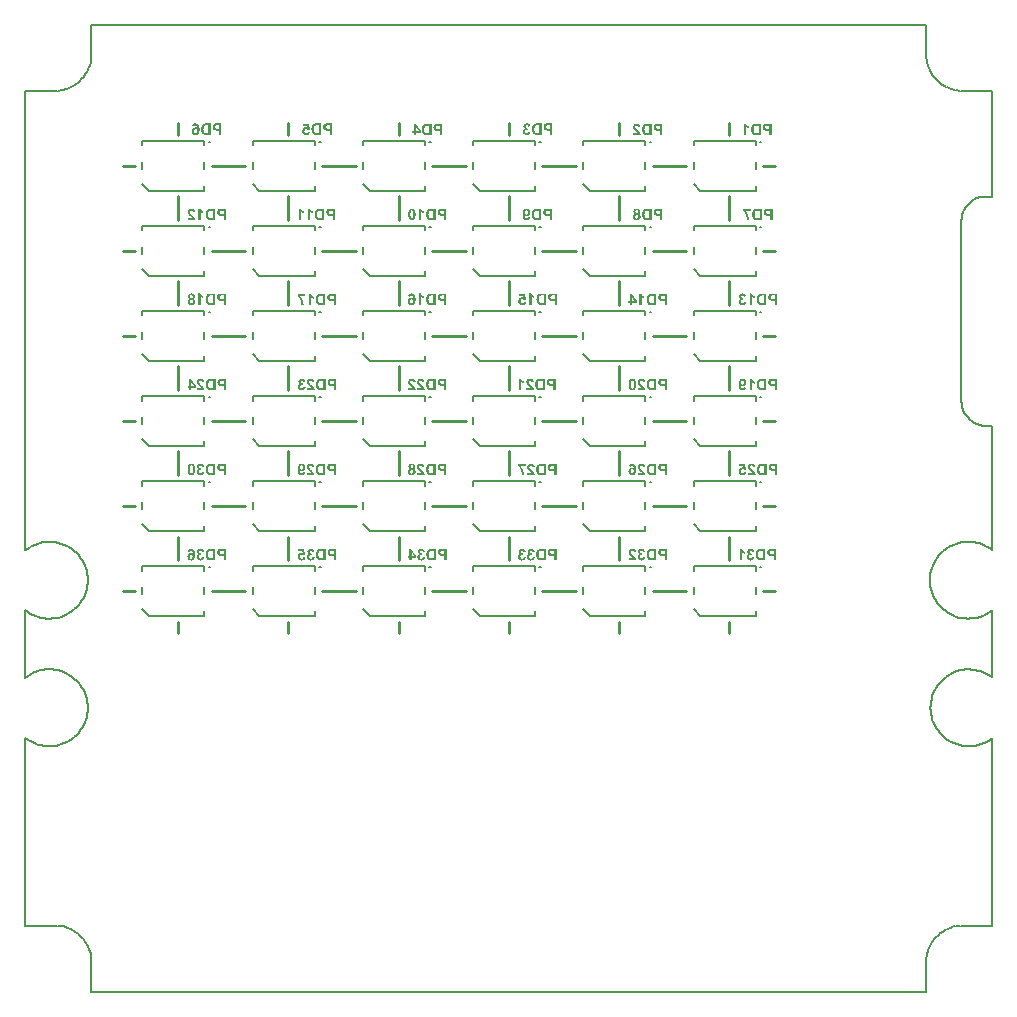
<source format=gbr>
G04*
G04 #@! TF.GenerationSoftware,Altium Limited,Altium Designer,24.1.2 (44)*
G04*
G04 Layer_Color=32896*
%FSLAX44Y44*%
%MOMM*%
G71*
G04*
G04 #@! TF.SameCoordinates,5BE5AD36-3FF4-4A78-A3BF-1A6130355080*
G04*
G04*
G04 #@! TF.FilePolarity,Positive*
G04*
G01*
G75*
%ADD15C,0.2032*%
%ADD18C,0.1524*%
%ADD20C,0.2540*%
G36*
X164031Y390618D02*
X164177Y390611D01*
X164317Y390599D01*
X164450Y390580D01*
X164577Y390554D01*
X164697Y390529D01*
X164812Y390504D01*
X164913Y390472D01*
X165009Y390446D01*
X165091Y390415D01*
X165161Y390389D01*
X165225Y390370D01*
X165275Y390345D01*
X165307Y390332D01*
X165333Y390326D01*
X165339Y390319D01*
X165459Y390262D01*
X165567Y390199D01*
X165675Y390129D01*
X165771Y390065D01*
X165860Y389995D01*
X165942Y389926D01*
X166018Y389856D01*
X166088Y389792D01*
X166145Y389729D01*
X166203Y389672D01*
X166247Y389621D01*
X166279Y389576D01*
X166310Y389538D01*
X166329Y389513D01*
X166342Y389494D01*
X166348Y389487D01*
X166412Y389386D01*
X166476Y389278D01*
X166583Y389043D01*
X166679Y388808D01*
X166755Y388586D01*
X166787Y388484D01*
X166818Y388383D01*
X166844Y388300D01*
X166863Y388224D01*
X166876Y388160D01*
X166888Y388116D01*
X166895Y388091D01*
Y388078D01*
X165167Y387786D01*
X165148Y387900D01*
X165129Y388008D01*
X165104Y388110D01*
X165072Y388205D01*
X165040Y388294D01*
X165009Y388370D01*
X164971Y388440D01*
X164939Y388510D01*
X164901Y388567D01*
X164869Y388611D01*
X164844Y388656D01*
X164812Y388687D01*
X164793Y388719D01*
X164774Y388738D01*
X164767Y388745D01*
X164761Y388751D01*
X164697Y388808D01*
X164628Y388865D01*
X164558Y388910D01*
X164488Y388948D01*
X164348Y389005D01*
X164221Y389043D01*
X164107Y389068D01*
X164056Y389075D01*
X164018Y389081D01*
X163980Y389087D01*
X163847D01*
X163764Y389075D01*
X163605Y389043D01*
X163472Y388992D01*
X163364Y388941D01*
X163275Y388891D01*
X163205Y388840D01*
X163186Y388821D01*
X163167Y388808D01*
X163161Y388802D01*
X163155Y388795D01*
X163104Y388738D01*
X163059Y388675D01*
X162983Y388548D01*
X162932Y388421D01*
X162901Y388294D01*
X162875Y388179D01*
X162869Y388135D01*
Y388091D01*
X162862Y388059D01*
Y388027D01*
Y388014D01*
Y388008D01*
X162869Y387900D01*
X162881Y387805D01*
X162901Y387710D01*
X162926Y387621D01*
X162958Y387538D01*
X162989Y387462D01*
X163027Y387392D01*
X163059Y387328D01*
X163097Y387271D01*
X163135Y387221D01*
X163167Y387183D01*
X163199Y387144D01*
X163224Y387119D01*
X163243Y387100D01*
X163256Y387087D01*
X163262Y387081D01*
X163339Y387017D01*
X163428Y386967D01*
X163516Y386922D01*
X163612Y386884D01*
X163707Y386852D01*
X163808Y386820D01*
X163993Y386782D01*
X164082Y386770D01*
X164164Y386763D01*
X164234Y386757D01*
X164298Y386751D01*
X164424D01*
X164628Y385227D01*
X164443Y385271D01*
X164285Y385309D01*
X164139Y385335D01*
X164012Y385347D01*
X163955Y385354D01*
X163910Y385360D01*
X163866D01*
X163834Y385366D01*
X163770D01*
X163669Y385360D01*
X163574Y385347D01*
X163485Y385328D01*
X163396Y385303D01*
X163237Y385233D01*
X163167Y385201D01*
X163104Y385163D01*
X163046Y385119D01*
X162989Y385087D01*
X162951Y385049D01*
X162913Y385017D01*
X162881Y384992D01*
X162862Y384973D01*
X162850Y384960D01*
X162843Y384954D01*
X162773Y384871D01*
X162716Y384789D01*
X162666Y384700D01*
X162621Y384604D01*
X162583Y384509D01*
X162558Y384420D01*
X162507Y384242D01*
X162494Y384160D01*
X162481Y384084D01*
X162475Y384014D01*
X162469Y383950D01*
X162462Y383906D01*
Y383868D01*
Y383842D01*
Y383836D01*
X162469Y383696D01*
X162481Y383569D01*
X162500Y383449D01*
X162526Y383334D01*
X162558Y383226D01*
X162589Y383131D01*
X162627Y383042D01*
X162659Y382960D01*
X162697Y382890D01*
X162735Y382826D01*
X162767Y382776D01*
X162799Y382731D01*
X162824Y382693D01*
X162843Y382668D01*
X162856Y382655D01*
X162862Y382649D01*
X162939Y382572D01*
X163015Y382503D01*
X163097Y382445D01*
X163180Y382395D01*
X163262Y382350D01*
X163345Y382318D01*
X163421Y382287D01*
X163497Y382268D01*
X163567Y382248D01*
X163631Y382236D01*
X163688Y382223D01*
X163739Y382217D01*
X163777Y382210D01*
X163834D01*
X163936Y382217D01*
X164031Y382223D01*
X164120Y382242D01*
X164202Y382268D01*
X164361Y382325D01*
X164494Y382395D01*
X164552Y382426D01*
X164609Y382458D01*
X164647Y382490D01*
X164685Y382515D01*
X164717Y382541D01*
X164736Y382560D01*
X164748Y382566D01*
X164755Y382572D01*
X164825Y382642D01*
X164882Y382725D01*
X164939Y382807D01*
X164990Y382896D01*
X165066Y383068D01*
X165129Y383239D01*
X165155Y383322D01*
X165174Y383391D01*
X165187Y383461D01*
X165199Y383518D01*
X165205Y383569D01*
X165212Y383601D01*
X165218Y383627D01*
Y383633D01*
X167034Y383417D01*
X167003Y383188D01*
X166952Y382979D01*
X166888Y382776D01*
X166818Y382585D01*
X166736Y382407D01*
X166653Y382242D01*
X166564Y382090D01*
X166476Y381950D01*
X166393Y381829D01*
X166304Y381721D01*
X166228Y381633D01*
X166164Y381556D01*
X166107Y381493D01*
X166063Y381455D01*
X166037Y381423D01*
X166025Y381417D01*
X165853Y381283D01*
X165675Y381169D01*
X165498Y381067D01*
X165313Y380979D01*
X165123Y380909D01*
X164945Y380845D01*
X164767Y380794D01*
X164596Y380756D01*
X164437Y380724D01*
X164285Y380699D01*
X164158Y380686D01*
X164044Y380674D01*
X163948Y380667D01*
X163910Y380661D01*
X163821D01*
X163567Y380674D01*
X163320Y380699D01*
X163085Y380744D01*
X162869Y380801D01*
X162659Y380871D01*
X162469Y380947D01*
X162291Y381029D01*
X162126Y381112D01*
X161986Y381194D01*
X161853Y381277D01*
X161745Y381353D01*
X161656Y381423D01*
X161580Y381480D01*
X161529Y381525D01*
X161497Y381550D01*
X161484Y381563D01*
X161319Y381734D01*
X161173Y381918D01*
X161046Y382103D01*
X160938Y382287D01*
X160849Y382471D01*
X160773Y382655D01*
X160710Y382833D01*
X160659Y382998D01*
X160621Y383157D01*
X160595Y383303D01*
X160570Y383430D01*
X160557Y383538D01*
X160551Y383627D01*
X160545Y383696D01*
Y383722D01*
Y383741D01*
Y383747D01*
Y383754D01*
X160551Y383919D01*
X160564Y384071D01*
X160589Y384223D01*
X160621Y384363D01*
X160665Y384496D01*
X160703Y384617D01*
X160754Y384738D01*
X160799Y384839D01*
X160843Y384935D01*
X160894Y385017D01*
X160932Y385093D01*
X160970Y385150D01*
X161008Y385201D01*
X161034Y385239D01*
X161046Y385258D01*
X161053Y385265D01*
X161148Y385379D01*
X161256Y385481D01*
X161364Y385576D01*
X161472Y385658D01*
X161586Y385728D01*
X161694Y385798D01*
X161808Y385855D01*
X161910Y385906D01*
X162012Y385944D01*
X162100Y385982D01*
X162183Y386014D01*
X162253Y386033D01*
X162310Y386052D01*
X162354Y386065D01*
X162380Y386071D01*
X162393D01*
X162265Y386147D01*
X162145Y386224D01*
X162031Y386300D01*
X161929Y386382D01*
X161827Y386465D01*
X161738Y386548D01*
X161656Y386630D01*
X161580Y386719D01*
X161440Y386890D01*
X161326Y387056D01*
X161230Y387227D01*
X161161Y387386D01*
X161103Y387538D01*
X161059Y387678D01*
X161027Y387798D01*
X161002Y387913D01*
X160989Y388002D01*
X160983Y388065D01*
Y388091D01*
Y388110D01*
Y388116D01*
Y388122D01*
X160989Y388287D01*
X161014Y388452D01*
X161046Y388611D01*
X161091Y388757D01*
X161141Y388903D01*
X161199Y389037D01*
X161262Y389164D01*
X161326Y389278D01*
X161389Y389380D01*
X161453Y389475D01*
X161510Y389551D01*
X161561Y389621D01*
X161605Y389678D01*
X161637Y389716D01*
X161662Y389742D01*
X161669Y389748D01*
X161834Y389900D01*
X162005Y390040D01*
X162183Y390154D01*
X162367Y390256D01*
X162551Y390338D01*
X162735Y390408D01*
X162920Y390465D01*
X163091Y390516D01*
X163256Y390548D01*
X163402Y390580D01*
X163542Y390599D01*
X163656Y390611D01*
X163751Y390618D01*
X163790Y390624D01*
X163885D01*
X164031Y390618D01*
D02*
G37*
G36*
X155954D02*
X156100Y390611D01*
X156373Y390573D01*
X156633Y390516D01*
X156881Y390440D01*
X157109Y390351D01*
X157319Y390249D01*
X157516Y390142D01*
X157694Y390034D01*
X157852Y389919D01*
X157986Y389811D01*
X158106Y389710D01*
X158208Y389621D01*
X158284Y389545D01*
X158341Y389487D01*
X158373Y389449D01*
X158386Y389443D01*
Y389437D01*
X158475Y389322D01*
X158557Y389202D01*
X158640Y389068D01*
X158709Y388929D01*
X158843Y388643D01*
X158957Y388332D01*
X159052Y388014D01*
X159135Y387697D01*
X159198Y387373D01*
X159249Y387062D01*
X159294Y386763D01*
X159313Y386617D01*
X159325Y386484D01*
X159338Y386351D01*
X159345Y386230D01*
X159351Y386116D01*
X159363Y386008D01*
Y385913D01*
X159370Y385824D01*
Y385747D01*
X159376Y385690D01*
Y385639D01*
Y385601D01*
Y385576D01*
Y385570D01*
Y385328D01*
X159363Y385093D01*
X159351Y384871D01*
X159338Y384655D01*
X159313Y384452D01*
X159287Y384249D01*
X159262Y384058D01*
X159230Y383881D01*
X159192Y383703D01*
X159154Y383538D01*
X159116Y383379D01*
X159078Y383226D01*
X159033Y383087D01*
X158989Y382953D01*
X158944Y382826D01*
X158900Y382706D01*
X158855Y382591D01*
X158811Y382490D01*
X158767Y382395D01*
X158722Y382306D01*
X158684Y382223D01*
X158646Y382153D01*
X158608Y382083D01*
X158570Y382026D01*
X158538Y381976D01*
X158513Y381925D01*
X158487Y381887D01*
X158462Y381861D01*
X158449Y381836D01*
X158436Y381817D01*
X158424Y381810D01*
Y381804D01*
X158335Y381702D01*
X158240Y381601D01*
X158043Y381429D01*
X157846Y381277D01*
X157643Y381144D01*
X157439Y381036D01*
X157236Y380940D01*
X157039Y380864D01*
X156849Y380807D01*
X156671Y380756D01*
X156512Y380724D01*
X156366Y380699D01*
X156239Y380680D01*
X156182Y380674D01*
X156131Y380667D01*
X156093D01*
X156055Y380661D01*
X155992D01*
X155738Y380674D01*
X155496Y380699D01*
X155274Y380744D01*
X155058Y380801D01*
X154855Y380871D01*
X154671Y380947D01*
X154499Y381029D01*
X154347Y381112D01*
X154207Y381194D01*
X154087Y381277D01*
X153985Y381353D01*
X153896Y381423D01*
X153826Y381480D01*
X153776Y381525D01*
X153750Y381550D01*
X153737Y381563D01*
X153585Y381740D01*
X153445Y381925D01*
X153331Y382122D01*
X153229Y382325D01*
X153140Y382522D01*
X153071Y382725D01*
X153013Y382922D01*
X152963Y383106D01*
X152931Y383284D01*
X152899Y383449D01*
X152880Y383595D01*
X152867Y383722D01*
X152861Y383779D01*
Y383823D01*
X152855Y383868D01*
Y383906D01*
Y383931D01*
Y383950D01*
Y383963D01*
Y383969D01*
X152861Y384230D01*
X152893Y384471D01*
X152931Y384706D01*
X152988Y384922D01*
X153052Y385125D01*
X153122Y385316D01*
X153198Y385487D01*
X153274Y385646D01*
X153350Y385785D01*
X153426Y385913D01*
X153496Y386020D01*
X153560Y386109D01*
X153617Y386179D01*
X153655Y386230D01*
X153680Y386255D01*
X153693Y386268D01*
X153852Y386427D01*
X154017Y386567D01*
X154188Y386681D01*
X154360Y386789D01*
X154531Y386871D01*
X154696Y386948D01*
X154855Y387005D01*
X155007Y387049D01*
X155154Y387087D01*
X155287Y387119D01*
X155401Y387138D01*
X155503Y387151D01*
X155585Y387157D01*
X155649Y387163D01*
X155700D01*
X155890Y387157D01*
X156074Y387125D01*
X156246Y387087D01*
X156411Y387036D01*
X156563Y386973D01*
X156709Y386903D01*
X156843Y386827D01*
X156957Y386751D01*
X157065Y386674D01*
X157166Y386598D01*
X157243Y386528D01*
X157312Y386465D01*
X157370Y386414D01*
X157408Y386376D01*
X157433Y386344D01*
X157439Y386338D01*
X157427Y386490D01*
X157414Y386643D01*
X157401Y386782D01*
X157389Y386916D01*
X157351Y387170D01*
X157312Y387392D01*
X157274Y387595D01*
X157230Y387779D01*
X157185Y387938D01*
X157141Y388078D01*
X157097Y388199D01*
X157058Y388294D01*
X157020Y388376D01*
X156989Y388446D01*
X156963Y388497D01*
X156944Y388529D01*
X156931Y388548D01*
X156925Y388554D01*
X156843Y388649D01*
X156766Y388732D01*
X156678Y388802D01*
X156595Y388865D01*
X156512Y388916D01*
X156424Y388960D01*
X156347Y388992D01*
X156271Y389024D01*
X156195Y389043D01*
X156131Y389062D01*
X156074Y389068D01*
X156023Y389081D01*
X155979D01*
X155947Y389087D01*
X155922D01*
X155763Y389075D01*
X155623Y389043D01*
X155496Y389005D01*
X155395Y388954D01*
X155312Y388903D01*
X155249Y388865D01*
X155211Y388834D01*
X155198Y388827D01*
Y388821D01*
X155147Y388770D01*
X155103Y388707D01*
X155027Y388579D01*
X154963Y388440D01*
X154918Y388306D01*
X154887Y388186D01*
X154874Y388135D01*
X154861Y388084D01*
X154855Y388046D01*
Y388021D01*
X154849Y388002D01*
Y387995D01*
X153039Y388199D01*
X153083Y388414D01*
X153134Y388618D01*
X153198Y388802D01*
X153267Y388979D01*
X153344Y389138D01*
X153420Y389291D01*
X153496Y389424D01*
X153579Y389545D01*
X153655Y389653D01*
X153725Y389742D01*
X153788Y389824D01*
X153852Y389888D01*
X153896Y389938D01*
X153934Y389970D01*
X153960Y389995D01*
X153966Y390002D01*
X154106Y390110D01*
X154252Y390205D01*
X154404Y390288D01*
X154563Y390364D01*
X154715Y390421D01*
X154868Y390472D01*
X155020Y390516D01*
X155160Y390548D01*
X155293Y390573D01*
X155420Y390592D01*
X155528Y390605D01*
X155623Y390618D01*
X155700D01*
X155757Y390624D01*
X155808D01*
X155954Y390618D01*
D02*
G37*
G36*
X185500Y380826D02*
X183532D01*
Y384509D01*
X182001D01*
X181773Y384515D01*
X181557Y384522D01*
X181360Y384528D01*
X181176Y384541D01*
X181011Y384554D01*
X180858Y384566D01*
X180719Y384579D01*
X180598Y384592D01*
X180490Y384604D01*
X180401Y384617D01*
X180331Y384630D01*
X180274Y384636D01*
X180230Y384642D01*
X180204Y384649D01*
X180198D01*
X180007Y384700D01*
X179823Y384763D01*
X179652Y384839D01*
X179499Y384916D01*
X179429Y384954D01*
X179366Y384992D01*
X179315Y385023D01*
X179271Y385049D01*
X179233Y385074D01*
X179207Y385093D01*
X179188Y385100D01*
X179182Y385106D01*
X178998Y385246D01*
X178839Y385405D01*
X178693Y385563D01*
X178572Y385716D01*
X178521Y385785D01*
X178477Y385855D01*
X178439Y385913D01*
X178407Y385963D01*
X178382Y386008D01*
X178363Y386040D01*
X178356Y386059D01*
X178350Y386065D01*
X178293Y386185D01*
X178242Y386306D01*
X178198Y386433D01*
X178160Y386560D01*
X178102Y386814D01*
X178077Y386941D01*
X178058Y387056D01*
X178045Y387163D01*
X178039Y387265D01*
X178032Y387354D01*
X178026Y387430D01*
X178020Y387494D01*
Y387544D01*
Y387570D01*
Y387583D01*
X178026Y387798D01*
X178045Y388002D01*
X178071Y388192D01*
X178109Y388370D01*
X178153Y388541D01*
X178198Y388694D01*
X178255Y388840D01*
X178306Y388973D01*
X178356Y389087D01*
X178407Y389189D01*
X178458Y389278D01*
X178502Y389348D01*
X178540Y389405D01*
X178566Y389449D01*
X178585Y389475D01*
X178591Y389481D01*
X178699Y389614D01*
X178814Y389735D01*
X178928Y389843D01*
X179049Y389945D01*
X179169Y390027D01*
X179284Y390110D01*
X179398Y390180D01*
X179506Y390237D01*
X179607Y390288D01*
X179703Y390332D01*
X179785Y390364D01*
X179855Y390396D01*
X179912Y390415D01*
X179957Y390427D01*
X179982Y390440D01*
X179995D01*
X180052Y390453D01*
X180109Y390465D01*
X180255Y390491D01*
X180414Y390510D01*
X180592Y390523D01*
X180782Y390542D01*
X180979Y390548D01*
X181176Y390561D01*
X181373Y390567D01*
X181563Y390573D01*
X181741Y390580D01*
X181906D01*
X182046Y390586D01*
X185500D01*
Y380826D01*
D02*
G37*
G36*
X176407D02*
X172502D01*
X172311Y380832D01*
X172133Y380845D01*
X171962Y380858D01*
X171810Y380871D01*
X171663Y380890D01*
X171537Y380909D01*
X171416Y380928D01*
X171308Y380947D01*
X171219Y380966D01*
X171136Y380985D01*
X171073Y380998D01*
X171022Y381010D01*
X170984Y381023D01*
X170959Y381029D01*
X170952D01*
X170793Y381087D01*
X170641Y381144D01*
X170501Y381207D01*
X170368Y381271D01*
X170247Y381334D01*
X170133Y381398D01*
X170025Y381461D01*
X169936Y381525D01*
X169847Y381582D01*
X169778Y381639D01*
X169714Y381683D01*
X169663Y381728D01*
X169619Y381760D01*
X169593Y381791D01*
X169574Y381804D01*
X169568Y381810D01*
X169441Y381937D01*
X169327Y382077D01*
X169219Y382217D01*
X169117Y382356D01*
X169022Y382503D01*
X168939Y382642D01*
X168857Y382782D01*
X168787Y382922D01*
X168730Y383042D01*
X168673Y383163D01*
X168628Y383265D01*
X168590Y383353D01*
X168558Y383430D01*
X168539Y383487D01*
X168527Y383518D01*
X168520Y383531D01*
X168469Y383696D01*
X168419Y383874D01*
X168349Y384230D01*
X168292Y384573D01*
X168273Y384744D01*
X168260Y384903D01*
X168247Y385049D01*
X168235Y385189D01*
X168228Y385309D01*
Y385411D01*
X168222Y385500D01*
Y385563D01*
Y385582D01*
Y385601D01*
Y385608D01*
Y385614D01*
X168228Y385868D01*
X168235Y386109D01*
X168253Y386338D01*
X168273Y386554D01*
X168298Y386757D01*
X168323Y386948D01*
X168355Y387119D01*
X168381Y387284D01*
X168412Y387424D01*
X168444Y387551D01*
X168469Y387659D01*
X168495Y387754D01*
X168514Y387824D01*
X168533Y387875D01*
X168539Y387906D01*
X168546Y387919D01*
X168609Y388091D01*
X168679Y388256D01*
X168749Y388414D01*
X168825Y388560D01*
X168901Y388700D01*
X168977Y388827D01*
X169060Y388948D01*
X169130Y389062D01*
X169200Y389157D01*
X169270Y389246D01*
X169327Y389322D01*
X169377Y389386D01*
X169422Y389437D01*
X169454Y389468D01*
X169473Y389494D01*
X169479Y389500D01*
X169593Y389614D01*
X169714Y389723D01*
X169841Y389824D01*
X169968Y389913D01*
X170089Y389995D01*
X170209Y390072D01*
X170330Y390135D01*
X170438Y390192D01*
X170546Y390243D01*
X170641Y390288D01*
X170730Y390326D01*
X170800Y390351D01*
X170863Y390377D01*
X170908Y390389D01*
X170933Y390402D01*
X170946D01*
X171073Y390434D01*
X171213Y390465D01*
X171359Y390485D01*
X171505Y390510D01*
X171816Y390542D01*
X171968Y390554D01*
X172114Y390561D01*
X172254Y390573D01*
X172387Y390580D01*
X172502D01*
X172603Y390586D01*
X176407D01*
Y380826D01*
D02*
G37*
G36*
X257503Y390618D02*
X257649Y390611D01*
X257789Y390599D01*
X257922Y390580D01*
X258049Y390554D01*
X258169Y390529D01*
X258284Y390504D01*
X258385Y390472D01*
X258481Y390446D01*
X258563Y390415D01*
X258633Y390389D01*
X258697Y390370D01*
X258747Y390345D01*
X258779Y390332D01*
X258804Y390326D01*
X258811Y390319D01*
X258932Y390262D01*
X259039Y390199D01*
X259147Y390129D01*
X259243Y390065D01*
X259332Y389995D01*
X259414Y389926D01*
X259490Y389856D01*
X259560Y389792D01*
X259617Y389729D01*
X259674Y389672D01*
X259719Y389621D01*
X259751Y389576D01*
X259782Y389538D01*
X259802Y389513D01*
X259814Y389494D01*
X259820Y389487D01*
X259884Y389386D01*
X259947Y389278D01*
X260056Y389043D01*
X260151Y388808D01*
X260227Y388586D01*
X260259Y388484D01*
X260290Y388383D01*
X260316Y388300D01*
X260335Y388224D01*
X260348Y388160D01*
X260360Y388116D01*
X260367Y388091D01*
Y388078D01*
X258639Y387786D01*
X258620Y387900D01*
X258601Y388008D01*
X258576Y388110D01*
X258544Y388205D01*
X258512Y388294D01*
X258481Y388370D01*
X258443Y388440D01*
X258411Y388510D01*
X258373Y388567D01*
X258341Y388611D01*
X258316Y388656D01*
X258284Y388687D01*
X258265Y388719D01*
X258246Y388738D01*
X258239Y388745D01*
X258233Y388751D01*
X258169Y388808D01*
X258100Y388865D01*
X258030Y388910D01*
X257960Y388948D01*
X257820Y389005D01*
X257693Y389043D01*
X257579Y389068D01*
X257528Y389075D01*
X257490Y389081D01*
X257452Y389087D01*
X257319D01*
X257236Y389075D01*
X257077Y389043D01*
X256944Y388992D01*
X256836Y388941D01*
X256747Y388891D01*
X256677Y388840D01*
X256658Y388821D01*
X256639Y388808D01*
X256633Y388802D01*
X256626Y388795D01*
X256576Y388738D01*
X256531Y388675D01*
X256455Y388548D01*
X256404Y388421D01*
X256373Y388294D01*
X256347Y388179D01*
X256341Y388135D01*
Y388091D01*
X256334Y388059D01*
Y388027D01*
Y388014D01*
Y388008D01*
X256341Y387900D01*
X256353Y387805D01*
X256373Y387710D01*
X256398Y387621D01*
X256430Y387538D01*
X256461Y387462D01*
X256500Y387392D01*
X256531Y387328D01*
X256569Y387271D01*
X256607Y387221D01*
X256639Y387183D01*
X256671Y387144D01*
X256696Y387119D01*
X256715Y387100D01*
X256728Y387087D01*
X256734Y387081D01*
X256811Y387017D01*
X256900Y386967D01*
X256988Y386922D01*
X257084Y386884D01*
X257179Y386852D01*
X257281Y386820D01*
X257465Y386782D01*
X257554Y386770D01*
X257636Y386763D01*
X257706Y386757D01*
X257770Y386751D01*
X257896D01*
X258100Y385227D01*
X257915Y385271D01*
X257757Y385309D01*
X257611Y385335D01*
X257484Y385347D01*
X257427Y385354D01*
X257382Y385360D01*
X257338D01*
X257306Y385366D01*
X257242D01*
X257141Y385360D01*
X257046Y385347D01*
X256957Y385328D01*
X256868Y385303D01*
X256709Y385233D01*
X256639Y385201D01*
X256576Y385163D01*
X256518Y385119D01*
X256461Y385087D01*
X256423Y385049D01*
X256385Y385017D01*
X256353Y384992D01*
X256334Y384973D01*
X256322Y384960D01*
X256315Y384954D01*
X256245Y384871D01*
X256188Y384789D01*
X256138Y384700D01*
X256093Y384604D01*
X256055Y384509D01*
X256030Y384420D01*
X255979Y384242D01*
X255966Y384160D01*
X255953Y384084D01*
X255947Y384014D01*
X255941Y383950D01*
X255934Y383906D01*
Y383868D01*
Y383842D01*
Y383836D01*
X255941Y383696D01*
X255953Y383569D01*
X255972Y383449D01*
X255998Y383334D01*
X256030Y383226D01*
X256061Y383131D01*
X256099Y383042D01*
X256131Y382960D01*
X256169Y382890D01*
X256207Y382826D01*
X256239Y382776D01*
X256271Y382731D01*
X256296Y382693D01*
X256315Y382668D01*
X256328Y382655D01*
X256334Y382649D01*
X256411Y382572D01*
X256487Y382503D01*
X256569Y382445D01*
X256652Y382395D01*
X256734Y382350D01*
X256817Y382318D01*
X256893Y382287D01*
X256969Y382268D01*
X257039Y382248D01*
X257103Y382236D01*
X257160Y382223D01*
X257211Y382217D01*
X257249Y382210D01*
X257306D01*
X257407Y382217D01*
X257503Y382223D01*
X257592Y382242D01*
X257674Y382268D01*
X257833Y382325D01*
X257966Y382395D01*
X258023Y382426D01*
X258081Y382458D01*
X258119Y382490D01*
X258157Y382515D01*
X258189Y382541D01*
X258208Y382560D01*
X258220Y382566D01*
X258227Y382572D01*
X258297Y382642D01*
X258354Y382725D01*
X258411Y382807D01*
X258462Y382896D01*
X258538Y383068D01*
X258601Y383239D01*
X258627Y383322D01*
X258646Y383391D01*
X258659Y383461D01*
X258671Y383518D01*
X258678Y383569D01*
X258684Y383601D01*
X258690Y383627D01*
Y383633D01*
X260506Y383417D01*
X260475Y383188D01*
X260424Y382979D01*
X260360Y382776D01*
X260290Y382585D01*
X260208Y382407D01*
X260125Y382242D01*
X260036Y382090D01*
X259947Y381950D01*
X259865Y381829D01*
X259776Y381721D01*
X259700Y381633D01*
X259636Y381556D01*
X259579Y381493D01*
X259535Y381455D01*
X259509Y381423D01*
X259497Y381417D01*
X259325Y381283D01*
X259147Y381169D01*
X258970Y381067D01*
X258785Y380979D01*
X258595Y380909D01*
X258417Y380845D01*
X258239Y380794D01*
X258068Y380756D01*
X257909Y380724D01*
X257757Y380699D01*
X257630Y380686D01*
X257516Y380674D01*
X257420Y380667D01*
X257382Y380661D01*
X257293D01*
X257039Y380674D01*
X256792Y380699D01*
X256557Y380744D01*
X256341Y380801D01*
X256131Y380871D01*
X255941Y380947D01*
X255763Y381029D01*
X255598Y381112D01*
X255458Y381194D01*
X255325Y381277D01*
X255217Y381353D01*
X255128Y381423D01*
X255052Y381480D01*
X255001Y381525D01*
X254969Y381550D01*
X254956Y381563D01*
X254791Y381734D01*
X254645Y381918D01*
X254518Y382103D01*
X254410Y382287D01*
X254321Y382471D01*
X254245Y382655D01*
X254182Y382833D01*
X254131Y382998D01*
X254093Y383157D01*
X254067Y383303D01*
X254042Y383430D01*
X254029Y383538D01*
X254023Y383627D01*
X254017Y383696D01*
Y383722D01*
Y383741D01*
Y383747D01*
Y383754D01*
X254023Y383919D01*
X254036Y384071D01*
X254061Y384223D01*
X254093Y384363D01*
X254137Y384496D01*
X254175Y384617D01*
X254226Y384738D01*
X254271Y384839D01*
X254315Y384935D01*
X254366Y385017D01*
X254404Y385093D01*
X254442Y385150D01*
X254480Y385201D01*
X254506Y385239D01*
X254518Y385258D01*
X254525Y385265D01*
X254620Y385379D01*
X254728Y385481D01*
X254836Y385576D01*
X254944Y385658D01*
X255058Y385728D01*
X255166Y385798D01*
X255280Y385855D01*
X255382Y385906D01*
X255483Y385944D01*
X255572Y385982D01*
X255655Y386014D01*
X255725Y386033D01*
X255782Y386052D01*
X255826Y386065D01*
X255852Y386071D01*
X255865D01*
X255737Y386147D01*
X255617Y386224D01*
X255502Y386300D01*
X255401Y386382D01*
X255299Y386465D01*
X255210Y386548D01*
X255128Y386630D01*
X255052Y386719D01*
X254912Y386890D01*
X254798Y387056D01*
X254702Y387227D01*
X254633Y387386D01*
X254575Y387538D01*
X254531Y387678D01*
X254499Y387798D01*
X254474Y387913D01*
X254461Y388002D01*
X254455Y388065D01*
Y388091D01*
Y388110D01*
Y388116D01*
Y388122D01*
X254461Y388287D01*
X254487Y388452D01*
X254518Y388611D01*
X254563Y388757D01*
X254613Y388903D01*
X254671Y389037D01*
X254734Y389164D01*
X254798Y389278D01*
X254861Y389380D01*
X254925Y389475D01*
X254982Y389551D01*
X255033Y389621D01*
X255077Y389678D01*
X255109Y389716D01*
X255134Y389742D01*
X255141Y389748D01*
X255306Y389900D01*
X255477Y390040D01*
X255655Y390154D01*
X255839Y390256D01*
X256023Y390338D01*
X256207Y390408D01*
X256392Y390465D01*
X256563Y390516D01*
X256728Y390548D01*
X256874Y390580D01*
X257014Y390599D01*
X257128Y390611D01*
X257223Y390618D01*
X257262Y390624D01*
X257357D01*
X257503Y390618D01*
D02*
G37*
G36*
X252594Y385373D02*
X251077Y385150D01*
X250956Y385277D01*
X250835Y385385D01*
X250708Y385481D01*
X250581Y385563D01*
X250461Y385633D01*
X250340Y385690D01*
X250226Y385735D01*
X250118Y385773D01*
X250016Y385804D01*
X249921Y385824D01*
X249838Y385843D01*
X249769Y385849D01*
X249711Y385855D01*
X249673Y385862D01*
X249635D01*
X249515Y385855D01*
X249407Y385843D01*
X249299Y385817D01*
X249197Y385792D01*
X249108Y385760D01*
X249019Y385722D01*
X248937Y385677D01*
X248867Y385639D01*
X248803Y385595D01*
X248746Y385550D01*
X248702Y385512D01*
X248657Y385481D01*
X248626Y385455D01*
X248606Y385430D01*
X248594Y385417D01*
X248587Y385411D01*
X248517Y385322D01*
X248454Y385227D01*
X248397Y385119D01*
X248352Y385011D01*
X248314Y384903D01*
X248283Y384789D01*
X248232Y384573D01*
X248213Y384471D01*
X248200Y384376D01*
X248194Y384287D01*
X248187Y384211D01*
X248181Y384154D01*
Y384103D01*
Y384077D01*
Y384065D01*
X248187Y383893D01*
X248200Y383728D01*
X248219Y383576D01*
X248244Y383436D01*
X248276Y383309D01*
X248308Y383188D01*
X248346Y383080D01*
X248384Y382985D01*
X248422Y382903D01*
X248460Y382833D01*
X248492Y382769D01*
X248524Y382718D01*
X248549Y382680D01*
X248568Y382655D01*
X248581Y382636D01*
X248587Y382630D01*
X248664Y382547D01*
X248746Y382471D01*
X248829Y382407D01*
X248911Y382356D01*
X249000Y382306D01*
X249076Y382268D01*
X249159Y382236D01*
X249235Y382210D01*
X249305Y382191D01*
X249368Y382179D01*
X249432Y382166D01*
X249483Y382160D01*
X249521D01*
X249553Y382153D01*
X249578D01*
X249673Y382160D01*
X249762Y382172D01*
X249851Y382185D01*
X249934Y382210D01*
X250092Y382268D01*
X250226Y382337D01*
X250283Y382369D01*
X250334Y382407D01*
X250378Y382439D01*
X250416Y382464D01*
X250448Y382490D01*
X250467Y382509D01*
X250480Y382515D01*
X250486Y382522D01*
X250556Y382598D01*
X250619Y382674D01*
X250676Y382757D01*
X250727Y382839D01*
X250810Y383004D01*
X250867Y383163D01*
X250892Y383239D01*
X250912Y383309D01*
X250924Y383366D01*
X250937Y383423D01*
X250943Y383468D01*
X250950Y383499D01*
X250956Y383518D01*
Y383525D01*
X252823Y383334D01*
X252785Y383112D01*
X252734Y382896D01*
X252670Y382699D01*
X252594Y382515D01*
X252512Y382337D01*
X252429Y382179D01*
X252340Y382033D01*
X252251Y381899D01*
X252169Y381785D01*
X252086Y381677D01*
X252010Y381588D01*
X251940Y381518D01*
X251889Y381461D01*
X251845Y381417D01*
X251813Y381391D01*
X251807Y381385D01*
X251642Y381258D01*
X251464Y381144D01*
X251286Y381048D01*
X251102Y380966D01*
X250912Y380896D01*
X250734Y380839D01*
X250550Y380788D01*
X250378Y380750D01*
X250219Y380724D01*
X250067Y380699D01*
X249934Y380686D01*
X249819Y380674D01*
X249730Y380667D01*
X249686Y380661D01*
X249597D01*
X249438Y380667D01*
X249286Y380674D01*
X249140Y380693D01*
X249000Y380718D01*
X248727Y380782D01*
X248473Y380864D01*
X248238Y380960D01*
X248016Y381067D01*
X247819Y381188D01*
X247641Y381309D01*
X247482Y381423D01*
X247343Y381544D01*
X247229Y381652D01*
X247133Y381747D01*
X247057Y381829D01*
X247000Y381893D01*
X246981Y381918D01*
X246968Y381937D01*
X246955Y381944D01*
Y381950D01*
X246835Y382128D01*
X246727Y382312D01*
X246632Y382503D01*
X246549Y382687D01*
X246486Y382871D01*
X246428Y383049D01*
X246384Y383220D01*
X246346Y383379D01*
X246314Y383531D01*
X246295Y383671D01*
X246276Y383792D01*
X246270Y383899D01*
X246263Y383988D01*
X246257Y384052D01*
Y384071D01*
Y384090D01*
Y384096D01*
Y384103D01*
X246270Y384369D01*
X246295Y384617D01*
X246339Y384852D01*
X246390Y385074D01*
X246460Y385284D01*
X246530Y385481D01*
X246612Y385652D01*
X246689Y385817D01*
X246771Y385957D01*
X246854Y386084D01*
X246924Y386192D01*
X246994Y386281D01*
X247044Y386351D01*
X247089Y386401D01*
X247114Y386433D01*
X247127Y386446D01*
X247292Y386605D01*
X247463Y386744D01*
X247641Y386865D01*
X247819Y386973D01*
X247997Y387062D01*
X248175Y387132D01*
X248340Y387195D01*
X248505Y387240D01*
X248657Y387278D01*
X248797Y387303D01*
X248918Y387328D01*
X249025Y387341D01*
X249114Y387348D01*
X249178Y387354D01*
X249235D01*
X249356Y387348D01*
X249476Y387341D01*
X249711Y387303D01*
X249927Y387259D01*
X250023Y387227D01*
X250118Y387201D01*
X250200Y387170D01*
X250283Y387144D01*
X250346Y387113D01*
X250403Y387094D01*
X250448Y387075D01*
X250486Y387056D01*
X250505Y387049D01*
X250511Y387043D01*
X250219Y388700D01*
X246689D01*
Y390453D01*
X251635D01*
X252594Y385373D01*
D02*
G37*
G36*
X278972Y380826D02*
X277004D01*
Y384509D01*
X275473D01*
X275245Y384515D01*
X275029Y384522D01*
X274832Y384528D01*
X274648Y384541D01*
X274483Y384554D01*
X274330Y384566D01*
X274191Y384579D01*
X274070Y384592D01*
X273962Y384604D01*
X273873Y384617D01*
X273803Y384630D01*
X273746Y384636D01*
X273702Y384642D01*
X273676Y384649D01*
X273670D01*
X273479Y384700D01*
X273295Y384763D01*
X273124Y384839D01*
X272971Y384916D01*
X272901Y384954D01*
X272838Y384992D01*
X272787Y385023D01*
X272743Y385049D01*
X272705Y385074D01*
X272679Y385093D01*
X272660Y385100D01*
X272654Y385106D01*
X272470Y385246D01*
X272311Y385405D01*
X272165Y385563D01*
X272044Y385716D01*
X271994Y385785D01*
X271949Y385855D01*
X271911Y385913D01*
X271879Y385963D01*
X271854Y386008D01*
X271835Y386040D01*
X271828Y386059D01*
X271822Y386065D01*
X271765Y386185D01*
X271714Y386306D01*
X271670Y386433D01*
X271632Y386560D01*
X271574Y386814D01*
X271549Y386941D01*
X271530Y387056D01*
X271517Y387163D01*
X271511Y387265D01*
X271504Y387354D01*
X271498Y387430D01*
X271492Y387494D01*
Y387544D01*
Y387570D01*
Y387583D01*
X271498Y387798D01*
X271517Y388002D01*
X271543Y388192D01*
X271581Y388370D01*
X271625Y388541D01*
X271670Y388694D01*
X271727Y388840D01*
X271778Y388973D01*
X271828Y389087D01*
X271879Y389189D01*
X271930Y389278D01*
X271974Y389348D01*
X272013Y389405D01*
X272038Y389449D01*
X272057Y389475D01*
X272063Y389481D01*
X272171Y389614D01*
X272286Y389735D01*
X272400Y389843D01*
X272521Y389945D01*
X272641Y390027D01*
X272756Y390110D01*
X272870Y390180D01*
X272978Y390237D01*
X273079Y390288D01*
X273175Y390332D01*
X273257Y390364D01*
X273327Y390396D01*
X273384Y390415D01*
X273429Y390427D01*
X273454Y390440D01*
X273467D01*
X273524Y390453D01*
X273581Y390465D01*
X273727Y390491D01*
X273886Y390510D01*
X274064Y390523D01*
X274254Y390542D01*
X274451Y390548D01*
X274648Y390561D01*
X274845Y390567D01*
X275035Y390573D01*
X275213Y390580D01*
X275378D01*
X275518Y390586D01*
X278972D01*
Y380826D01*
D02*
G37*
G36*
X269879D02*
X265974D01*
X265783Y380832D01*
X265605Y380845D01*
X265434Y380858D01*
X265282Y380871D01*
X265135Y380890D01*
X265009Y380909D01*
X264888Y380928D01*
X264780Y380947D01*
X264691Y380966D01*
X264608Y380985D01*
X264545Y380998D01*
X264494Y381010D01*
X264456Y381023D01*
X264431Y381029D01*
X264424D01*
X264265Y381087D01*
X264113Y381144D01*
X263973Y381207D01*
X263840Y381271D01*
X263719Y381334D01*
X263605Y381398D01*
X263497Y381461D01*
X263408Y381525D01*
X263319Y381582D01*
X263249Y381639D01*
X263186Y381683D01*
X263135Y381728D01*
X263091Y381760D01*
X263065Y381791D01*
X263046Y381804D01*
X263040Y381810D01*
X262913Y381937D01*
X262799Y382077D01*
X262691Y382217D01*
X262589Y382356D01*
X262494Y382503D01*
X262411Y382642D01*
X262329Y382782D01*
X262259Y382922D01*
X262202Y383042D01*
X262145Y383163D01*
X262100Y383265D01*
X262062Y383353D01*
X262030Y383430D01*
X262011Y383487D01*
X261999Y383518D01*
X261992Y383531D01*
X261941Y383696D01*
X261891Y383874D01*
X261821Y384230D01*
X261764Y384573D01*
X261745Y384744D01*
X261732Y384903D01*
X261719Y385049D01*
X261707Y385189D01*
X261700Y385309D01*
Y385411D01*
X261694Y385500D01*
Y385563D01*
Y385582D01*
Y385601D01*
Y385608D01*
Y385614D01*
X261700Y385868D01*
X261707Y386109D01*
X261726Y386338D01*
X261745Y386554D01*
X261770Y386757D01*
X261795Y386948D01*
X261827Y387119D01*
X261852Y387284D01*
X261884Y387424D01*
X261916Y387551D01*
X261941Y387659D01*
X261967Y387754D01*
X261986Y387824D01*
X262005Y387875D01*
X262011Y387906D01*
X262018Y387919D01*
X262081Y388091D01*
X262151Y388256D01*
X262221Y388414D01*
X262297Y388560D01*
X262373Y388700D01*
X262449Y388827D01*
X262532Y388948D01*
X262602Y389062D01*
X262672Y389157D01*
X262742Y389246D01*
X262799Y389322D01*
X262850Y389386D01*
X262894Y389437D01*
X262926Y389468D01*
X262945Y389494D01*
X262951Y389500D01*
X263065Y389614D01*
X263186Y389723D01*
X263313Y389824D01*
X263440Y389913D01*
X263561Y389995D01*
X263681Y390072D01*
X263802Y390135D01*
X263910Y390192D01*
X264018Y390243D01*
X264113Y390288D01*
X264202Y390326D01*
X264272Y390351D01*
X264335Y390377D01*
X264380Y390389D01*
X264405Y390402D01*
X264418D01*
X264545Y390434D01*
X264685Y390465D01*
X264831Y390485D01*
X264977Y390510D01*
X265288Y390542D01*
X265440Y390554D01*
X265586Y390561D01*
X265726Y390573D01*
X265859Y390580D01*
X265974D01*
X266075Y390586D01*
X269879D01*
Y380826D01*
D02*
G37*
G36*
X350975Y390618D02*
X351121Y390611D01*
X351260Y390599D01*
X351394Y390580D01*
X351521Y390554D01*
X351642Y390529D01*
X351756Y390504D01*
X351857Y390472D01*
X351953Y390446D01*
X352035Y390415D01*
X352105Y390389D01*
X352169Y390370D01*
X352219Y390345D01*
X352251Y390332D01*
X352276Y390326D01*
X352283Y390319D01*
X352403Y390262D01*
X352511Y390199D01*
X352619Y390129D01*
X352715Y390065D01*
X352804Y389995D01*
X352886Y389926D01*
X352962Y389856D01*
X353032Y389792D01*
X353089Y389729D01*
X353147Y389672D01*
X353191Y389621D01*
X353223Y389576D01*
X353254Y389538D01*
X353274Y389513D01*
X353286Y389494D01*
X353293Y389487D01*
X353356Y389386D01*
X353419Y389278D01*
X353527Y389043D01*
X353623Y388808D01*
X353699Y388586D01*
X353731Y388484D01*
X353762Y388383D01*
X353788Y388300D01*
X353807Y388224D01*
X353820Y388160D01*
X353832Y388116D01*
X353839Y388091D01*
Y388078D01*
X352111Y387786D01*
X352092Y387900D01*
X352073Y388008D01*
X352048Y388110D01*
X352016Y388205D01*
X351984Y388294D01*
X351953Y388370D01*
X351915Y388440D01*
X351883Y388510D01*
X351845Y388567D01*
X351813Y388611D01*
X351788Y388656D01*
X351756Y388687D01*
X351737Y388719D01*
X351718Y388738D01*
X351711Y388745D01*
X351705Y388751D01*
X351642Y388808D01*
X351572Y388865D01*
X351502Y388910D01*
X351432Y388948D01*
X351292Y389005D01*
X351165Y389043D01*
X351051Y389068D01*
X351000Y389075D01*
X350962Y389081D01*
X350924Y389087D01*
X350791D01*
X350708Y389075D01*
X350549Y389043D01*
X350416Y388992D01*
X350308Y388941D01*
X350219Y388891D01*
X350149Y388840D01*
X350130Y388821D01*
X350111Y388808D01*
X350105Y388802D01*
X350098Y388795D01*
X350048Y388738D01*
X350003Y388675D01*
X349927Y388548D01*
X349876Y388421D01*
X349845Y388294D01*
X349819Y388179D01*
X349813Y388135D01*
Y388091D01*
X349806Y388059D01*
Y388027D01*
Y388014D01*
Y388008D01*
X349813Y387900D01*
X349825Y387805D01*
X349845Y387710D01*
X349870Y387621D01*
X349902Y387538D01*
X349933Y387462D01*
X349972Y387392D01*
X350003Y387328D01*
X350041Y387271D01*
X350079Y387221D01*
X350111Y387183D01*
X350143Y387144D01*
X350168Y387119D01*
X350187Y387100D01*
X350200Y387087D01*
X350206Y387081D01*
X350283Y387017D01*
X350372Y386967D01*
X350460Y386922D01*
X350556Y386884D01*
X350651Y386852D01*
X350752Y386820D01*
X350937Y386782D01*
X351026Y386770D01*
X351108Y386763D01*
X351178Y386757D01*
X351241Y386751D01*
X351368D01*
X351572Y385227D01*
X351387Y385271D01*
X351229Y385309D01*
X351083Y385335D01*
X350956Y385347D01*
X350899Y385354D01*
X350854Y385360D01*
X350810D01*
X350778Y385366D01*
X350714D01*
X350613Y385360D01*
X350518Y385347D01*
X350429Y385328D01*
X350340Y385303D01*
X350181Y385233D01*
X350111Y385201D01*
X350048Y385163D01*
X349991Y385119D01*
X349933Y385087D01*
X349895Y385049D01*
X349857Y385017D01*
X349825Y384992D01*
X349806Y384973D01*
X349794Y384960D01*
X349787Y384954D01*
X349717Y384871D01*
X349660Y384789D01*
X349609Y384700D01*
X349565Y384604D01*
X349527Y384509D01*
X349502Y384420D01*
X349451Y384242D01*
X349438Y384160D01*
X349425Y384084D01*
X349419Y384014D01*
X349413Y383950D01*
X349406Y383906D01*
Y383868D01*
Y383842D01*
Y383836D01*
X349413Y383696D01*
X349425Y383569D01*
X349444Y383449D01*
X349470Y383334D01*
X349502Y383226D01*
X349533Y383131D01*
X349571Y383042D01*
X349603Y382960D01*
X349641Y382890D01*
X349679Y382826D01*
X349711Y382776D01*
X349743Y382731D01*
X349768Y382693D01*
X349787Y382668D01*
X349800Y382655D01*
X349806Y382649D01*
X349883Y382572D01*
X349959Y382503D01*
X350041Y382445D01*
X350124Y382395D01*
X350206Y382350D01*
X350289Y382318D01*
X350365Y382287D01*
X350441Y382268D01*
X350511Y382248D01*
X350575Y382236D01*
X350632Y382223D01*
X350683Y382217D01*
X350721Y382210D01*
X350778D01*
X350880Y382217D01*
X350975Y382223D01*
X351064Y382242D01*
X351146Y382268D01*
X351305Y382325D01*
X351438Y382395D01*
X351496Y382426D01*
X351553Y382458D01*
X351591Y382490D01*
X351629Y382515D01*
X351661Y382541D01*
X351680Y382560D01*
X351692Y382566D01*
X351699Y382572D01*
X351768Y382642D01*
X351826Y382725D01*
X351883Y382807D01*
X351934Y382896D01*
X352010Y383068D01*
X352073Y383239D01*
X352099Y383322D01*
X352118Y383391D01*
X352131Y383461D01*
X352143Y383518D01*
X352150Y383569D01*
X352156Y383601D01*
X352162Y383627D01*
Y383633D01*
X353978Y383417D01*
X353947Y383188D01*
X353896Y382979D01*
X353832Y382776D01*
X353762Y382585D01*
X353680Y382407D01*
X353597Y382242D01*
X353508Y382090D01*
X353419Y381950D01*
X353337Y381829D01*
X353248Y381721D01*
X353172Y381633D01*
X353108Y381556D01*
X353051Y381493D01*
X353007Y381455D01*
X352981Y381423D01*
X352969Y381417D01*
X352797Y381283D01*
X352619Y381169D01*
X352442Y381067D01*
X352257Y380979D01*
X352067Y380909D01*
X351889Y380845D01*
X351711Y380794D01*
X351540Y380756D01*
X351381Y380724D01*
X351229Y380699D01*
X351102Y380686D01*
X350988Y380674D01*
X350892Y380667D01*
X350854Y380661D01*
X350765D01*
X350511Y380674D01*
X350264Y380699D01*
X350029Y380744D01*
X349813Y380801D01*
X349603Y380871D01*
X349413Y380947D01*
X349235Y381029D01*
X349070Y381112D01*
X348930Y381194D01*
X348797Y381277D01*
X348689Y381353D01*
X348600Y381423D01*
X348524Y381480D01*
X348473Y381525D01*
X348441Y381550D01*
X348428Y381563D01*
X348263Y381734D01*
X348117Y381918D01*
X347990Y382103D01*
X347882Y382287D01*
X347793Y382471D01*
X347717Y382655D01*
X347654Y382833D01*
X347603Y382998D01*
X347565Y383157D01*
X347539Y383303D01*
X347514Y383430D01*
X347501Y383538D01*
X347495Y383627D01*
X347489Y383696D01*
Y383722D01*
Y383741D01*
Y383747D01*
Y383754D01*
X347495Y383919D01*
X347508Y384071D01*
X347533Y384223D01*
X347565Y384363D01*
X347609Y384496D01*
X347647Y384617D01*
X347698Y384738D01*
X347743Y384839D01*
X347787Y384935D01*
X347838Y385017D01*
X347876Y385093D01*
X347914Y385150D01*
X347952Y385201D01*
X347978Y385239D01*
X347990Y385258D01*
X347997Y385265D01*
X348092Y385379D01*
X348200Y385481D01*
X348308Y385576D01*
X348416Y385658D01*
X348530Y385728D01*
X348638Y385798D01*
X348752Y385855D01*
X348854Y385906D01*
X348955Y385944D01*
X349044Y385982D01*
X349127Y386014D01*
X349197Y386033D01*
X349254Y386052D01*
X349298Y386065D01*
X349324Y386071D01*
X349337D01*
X349210Y386147D01*
X349089Y386224D01*
X348974Y386300D01*
X348873Y386382D01*
X348771Y386465D01*
X348682Y386548D01*
X348600Y386630D01*
X348524Y386719D01*
X348384Y386890D01*
X348270Y387056D01*
X348174Y387227D01*
X348105Y387386D01*
X348047Y387538D01*
X348003Y387678D01*
X347971Y387798D01*
X347946Y387913D01*
X347933Y388002D01*
X347927Y388065D01*
Y388091D01*
Y388110D01*
Y388116D01*
Y388122D01*
X347933Y388287D01*
X347958Y388452D01*
X347990Y388611D01*
X348035Y388757D01*
X348086Y388903D01*
X348143Y389037D01*
X348206Y389164D01*
X348270Y389278D01*
X348333Y389380D01*
X348397Y389475D01*
X348454Y389551D01*
X348505Y389621D01*
X348549Y389678D01*
X348581Y389716D01*
X348606Y389742D01*
X348613Y389748D01*
X348778Y389900D01*
X348949Y390040D01*
X349127Y390154D01*
X349311Y390256D01*
X349495Y390338D01*
X349679Y390408D01*
X349864Y390465D01*
X350035Y390516D01*
X350200Y390548D01*
X350346Y390580D01*
X350486Y390599D01*
X350600Y390611D01*
X350695Y390618D01*
X350733Y390624D01*
X350829D01*
X350975Y390618D01*
D02*
G37*
G36*
X372444Y380826D02*
X370476D01*
Y384509D01*
X368945D01*
X368717Y384515D01*
X368501Y384522D01*
X368304Y384528D01*
X368120Y384541D01*
X367955Y384554D01*
X367802Y384566D01*
X367663Y384579D01*
X367542Y384592D01*
X367434Y384604D01*
X367345Y384617D01*
X367275Y384630D01*
X367218Y384636D01*
X367174Y384642D01*
X367148Y384649D01*
X367142D01*
X366951Y384700D01*
X366767Y384763D01*
X366596Y384839D01*
X366443Y384916D01*
X366373Y384954D01*
X366310Y384992D01*
X366259Y385023D01*
X366215Y385049D01*
X366177Y385074D01*
X366151Y385093D01*
X366132Y385100D01*
X366126Y385106D01*
X365942Y385246D01*
X365783Y385405D01*
X365637Y385563D01*
X365516Y385716D01*
X365466Y385785D01*
X365421Y385855D01*
X365383Y385913D01*
X365351Y385963D01*
X365326Y386008D01*
X365307Y386040D01*
X365300Y386059D01*
X365294Y386065D01*
X365237Y386185D01*
X365186Y386306D01*
X365142Y386433D01*
X365103Y386560D01*
X365046Y386814D01*
X365021Y386941D01*
X365002Y387056D01*
X364989Y387163D01*
X364983Y387265D01*
X364977Y387354D01*
X364970Y387430D01*
X364964Y387494D01*
Y387544D01*
Y387570D01*
Y387583D01*
X364970Y387798D01*
X364989Y388002D01*
X365015Y388192D01*
X365053Y388370D01*
X365097Y388541D01*
X365142Y388694D01*
X365199Y388840D01*
X365250Y388973D01*
X365300Y389087D01*
X365351Y389189D01*
X365402Y389278D01*
X365446Y389348D01*
X365485Y389405D01*
X365510Y389449D01*
X365529Y389475D01*
X365535Y389481D01*
X365643Y389614D01*
X365758Y389735D01*
X365872Y389843D01*
X365993Y389945D01*
X366113Y390027D01*
X366227Y390110D01*
X366342Y390180D01*
X366450Y390237D01*
X366551Y390288D01*
X366647Y390332D01*
X366729Y390364D01*
X366799Y390396D01*
X366856Y390415D01*
X366901Y390427D01*
X366926Y390440D01*
X366939D01*
X366996Y390453D01*
X367053Y390465D01*
X367199Y390491D01*
X367358Y390510D01*
X367536Y390523D01*
X367726Y390542D01*
X367923Y390548D01*
X368120Y390561D01*
X368317Y390567D01*
X368507Y390573D01*
X368685Y390580D01*
X368850D01*
X368990Y390586D01*
X372444D01*
Y380826D01*
D02*
G37*
G36*
X363351D02*
X359446D01*
X359255Y380832D01*
X359077Y380845D01*
X358906Y380858D01*
X358754Y380871D01*
X358607Y380890D01*
X358480Y380909D01*
X358360Y380928D01*
X358252Y380947D01*
X358163Y380966D01*
X358080Y380985D01*
X358017Y380998D01*
X357966Y381010D01*
X357928Y381023D01*
X357903Y381029D01*
X357896D01*
X357738Y381087D01*
X357585Y381144D01*
X357445Y381207D01*
X357312Y381271D01*
X357191Y381334D01*
X357077Y381398D01*
X356969Y381461D01*
X356880Y381525D01*
X356791Y381582D01*
X356721Y381639D01*
X356658Y381683D01*
X356607Y381728D01*
X356563Y381760D01*
X356537Y381791D01*
X356518Y381804D01*
X356512Y381810D01*
X356385Y381937D01*
X356271Y382077D01*
X356163Y382217D01*
X356061Y382356D01*
X355966Y382503D01*
X355883Y382642D01*
X355801Y382782D01*
X355731Y382922D01*
X355674Y383042D01*
X355617Y383163D01*
X355572Y383265D01*
X355534Y383353D01*
X355502Y383430D01*
X355483Y383487D01*
X355471Y383518D01*
X355464Y383531D01*
X355413Y383696D01*
X355363Y383874D01*
X355293Y384230D01*
X355236Y384573D01*
X355217Y384744D01*
X355204Y384903D01*
X355191Y385049D01*
X355178Y385189D01*
X355172Y385309D01*
Y385411D01*
X355166Y385500D01*
Y385563D01*
Y385582D01*
Y385601D01*
Y385608D01*
Y385614D01*
X355172Y385868D01*
X355178Y386109D01*
X355197Y386338D01*
X355217Y386554D01*
X355242Y386757D01*
X355267Y386948D01*
X355299Y387119D01*
X355325Y387284D01*
X355356Y387424D01*
X355388Y387551D01*
X355413Y387659D01*
X355439Y387754D01*
X355458Y387824D01*
X355477Y387875D01*
X355483Y387906D01*
X355490Y387919D01*
X355553Y388091D01*
X355623Y388256D01*
X355693Y388414D01*
X355769Y388560D01*
X355845Y388700D01*
X355921Y388827D01*
X356004Y388948D01*
X356074Y389062D01*
X356144Y389157D01*
X356213Y389246D01*
X356271Y389322D01*
X356321Y389386D01*
X356366Y389437D01*
X356398Y389468D01*
X356417Y389494D01*
X356423Y389500D01*
X356537Y389614D01*
X356658Y389723D01*
X356785Y389824D01*
X356912Y389913D01*
X357033Y389995D01*
X357153Y390072D01*
X357274Y390135D01*
X357382Y390192D01*
X357490Y390243D01*
X357585Y390288D01*
X357674Y390326D01*
X357744Y390351D01*
X357807Y390377D01*
X357852Y390389D01*
X357877Y390402D01*
X357890D01*
X358017Y390434D01*
X358157Y390465D01*
X358303Y390485D01*
X358449Y390510D01*
X358760Y390542D01*
X358912Y390554D01*
X359058Y390561D01*
X359198Y390573D01*
X359331Y390580D01*
X359446D01*
X359547Y390586D01*
X363351D01*
Y380826D01*
D02*
G37*
G36*
X346650Y384427D02*
Y382788D01*
X342650D01*
Y380826D01*
X340840D01*
Y382788D01*
X339627D01*
Y384433D01*
X340840D01*
Y390624D01*
X342415D01*
X346650Y384427D01*
D02*
G37*
G36*
X443939Y390618D02*
X444085Y390611D01*
X444225Y390599D01*
X444358Y390580D01*
X444485Y390554D01*
X444605Y390529D01*
X444720Y390504D01*
X444821Y390472D01*
X444917Y390446D01*
X444999Y390415D01*
X445069Y390389D01*
X445133Y390370D01*
X445183Y390345D01*
X445215Y390332D01*
X445241Y390326D01*
X445247Y390319D01*
X445368Y390262D01*
X445476Y390199D01*
X445583Y390129D01*
X445679Y390065D01*
X445768Y389995D01*
X445850Y389926D01*
X445926Y389856D01*
X445996Y389792D01*
X446053Y389729D01*
X446110Y389672D01*
X446155Y389621D01*
X446187Y389576D01*
X446218Y389538D01*
X446237Y389513D01*
X446250Y389494D01*
X446256Y389487D01*
X446320Y389386D01*
X446384Y389278D01*
X446492Y389043D01*
X446587Y388808D01*
X446663Y388586D01*
X446695Y388484D01*
X446726Y388383D01*
X446752Y388300D01*
X446771Y388224D01*
X446784Y388160D01*
X446796Y388116D01*
X446803Y388091D01*
Y388078D01*
X445075Y387786D01*
X445056Y387900D01*
X445037Y388008D01*
X445012Y388110D01*
X444980Y388205D01*
X444948Y388294D01*
X444917Y388370D01*
X444879Y388440D01*
X444847Y388510D01*
X444809Y388567D01*
X444777Y388611D01*
X444752Y388656D01*
X444720Y388687D01*
X444701Y388719D01*
X444682Y388738D01*
X444675Y388745D01*
X444669Y388751D01*
X444605Y388808D01*
X444536Y388865D01*
X444466Y388910D01*
X444396Y388948D01*
X444256Y389005D01*
X444129Y389043D01*
X444015Y389068D01*
X443964Y389075D01*
X443926Y389081D01*
X443888Y389087D01*
X443755D01*
X443672Y389075D01*
X443513Y389043D01*
X443380Y388992D01*
X443272Y388941D01*
X443183Y388891D01*
X443113Y388840D01*
X443094Y388821D01*
X443075Y388808D01*
X443069Y388802D01*
X443063Y388795D01*
X443012Y388738D01*
X442967Y388675D01*
X442891Y388548D01*
X442840Y388421D01*
X442808Y388294D01*
X442783Y388179D01*
X442777Y388135D01*
Y388091D01*
X442770Y388059D01*
Y388027D01*
Y388014D01*
Y388008D01*
X442777Y387900D01*
X442789Y387805D01*
X442808Y387710D01*
X442834Y387621D01*
X442866Y387538D01*
X442897Y387462D01*
X442935Y387392D01*
X442967Y387328D01*
X443005Y387271D01*
X443043Y387221D01*
X443075Y387183D01*
X443107Y387144D01*
X443132Y387119D01*
X443151Y387100D01*
X443164Y387087D01*
X443170Y387081D01*
X443247Y387017D01*
X443335Y386967D01*
X443424Y386922D01*
X443520Y386884D01*
X443615Y386852D01*
X443717Y386820D01*
X443901Y386782D01*
X443990Y386770D01*
X444072Y386763D01*
X444142Y386757D01*
X444206Y386751D01*
X444333D01*
X444536Y385227D01*
X444352Y385271D01*
X444193Y385309D01*
X444047Y385335D01*
X443920Y385347D01*
X443863Y385354D01*
X443818Y385360D01*
X443774D01*
X443742Y385366D01*
X443678D01*
X443577Y385360D01*
X443482Y385347D01*
X443393Y385328D01*
X443304Y385303D01*
X443145Y385233D01*
X443075Y385201D01*
X443012Y385163D01*
X442954Y385119D01*
X442897Y385087D01*
X442859Y385049D01*
X442821Y385017D01*
X442789Y384992D01*
X442770Y384973D01*
X442758Y384960D01*
X442751Y384954D01*
X442682Y384871D01*
X442624Y384789D01*
X442574Y384700D01*
X442529Y384604D01*
X442491Y384509D01*
X442466Y384420D01*
X442415Y384242D01*
X442402Y384160D01*
X442389Y384084D01*
X442383Y384014D01*
X442377Y383950D01*
X442370Y383906D01*
Y383868D01*
Y383842D01*
Y383836D01*
X442377Y383696D01*
X442389Y383569D01*
X442408Y383449D01*
X442434Y383334D01*
X442466Y383226D01*
X442497Y383131D01*
X442535Y383042D01*
X442567Y382960D01*
X442605Y382890D01*
X442643Y382826D01*
X442675Y382776D01*
X442707Y382731D01*
X442732Y382693D01*
X442751Y382668D01*
X442764Y382655D01*
X442770Y382649D01*
X442847Y382572D01*
X442923Y382503D01*
X443005Y382445D01*
X443088Y382395D01*
X443170Y382350D01*
X443253Y382318D01*
X443329Y382287D01*
X443405Y382268D01*
X443475Y382248D01*
X443539Y382236D01*
X443596Y382223D01*
X443647Y382217D01*
X443685Y382210D01*
X443742D01*
X443843Y382217D01*
X443939Y382223D01*
X444028Y382242D01*
X444110Y382268D01*
X444269Y382325D01*
X444402Y382395D01*
X444459Y382426D01*
X444517Y382458D01*
X444555Y382490D01*
X444593Y382515D01*
X444625Y382541D01*
X444644Y382560D01*
X444656Y382566D01*
X444663Y382572D01*
X444733Y382642D01*
X444790Y382725D01*
X444847Y382807D01*
X444898Y382896D01*
X444974Y383068D01*
X445037Y383239D01*
X445063Y383322D01*
X445082Y383391D01*
X445094Y383461D01*
X445107Y383518D01*
X445113Y383569D01*
X445120Y383601D01*
X445126Y383627D01*
Y383633D01*
X446942Y383417D01*
X446911Y383188D01*
X446860Y382979D01*
X446796Y382776D01*
X446726Y382585D01*
X446644Y382407D01*
X446561Y382242D01*
X446472Y382090D01*
X446384Y381950D01*
X446301Y381829D01*
X446212Y381721D01*
X446136Y381633D01*
X446072Y381556D01*
X446015Y381493D01*
X445971Y381455D01*
X445945Y381423D01*
X445933Y381417D01*
X445761Y381283D01*
X445583Y381169D01*
X445406Y381067D01*
X445221Y380979D01*
X445031Y380909D01*
X444853Y380845D01*
X444675Y380794D01*
X444504Y380756D01*
X444345Y380724D01*
X444193Y380699D01*
X444066Y380686D01*
X443951Y380674D01*
X443856Y380667D01*
X443818Y380661D01*
X443729D01*
X443475Y380674D01*
X443228Y380699D01*
X442993Y380744D01*
X442777Y380801D01*
X442567Y380871D01*
X442377Y380947D01*
X442199Y381029D01*
X442034Y381112D01*
X441894Y381194D01*
X441761Y381277D01*
X441653Y381353D01*
X441564Y381423D01*
X441488Y381480D01*
X441437Y381525D01*
X441405Y381550D01*
X441392Y381563D01*
X441227Y381734D01*
X441081Y381918D01*
X440954Y382103D01*
X440846Y382287D01*
X440757Y382471D01*
X440681Y382655D01*
X440618Y382833D01*
X440567Y382998D01*
X440529Y383157D01*
X440503Y383303D01*
X440478Y383430D01*
X440465Y383538D01*
X440459Y383627D01*
X440453Y383696D01*
Y383722D01*
Y383741D01*
Y383747D01*
Y383754D01*
X440459Y383919D01*
X440472Y384071D01*
X440497Y384223D01*
X440529Y384363D01*
X440573Y384496D01*
X440611Y384617D01*
X440662Y384738D01*
X440707Y384839D01*
X440751Y384935D01*
X440802Y385017D01*
X440840Y385093D01*
X440878Y385150D01*
X440916Y385201D01*
X440942Y385239D01*
X440954Y385258D01*
X440961Y385265D01*
X441056Y385379D01*
X441164Y385481D01*
X441272Y385576D01*
X441380Y385658D01*
X441494Y385728D01*
X441602Y385798D01*
X441716Y385855D01*
X441818Y385906D01*
X441920Y385944D01*
X442008Y385982D01*
X442091Y386014D01*
X442161Y386033D01*
X442218Y386052D01*
X442262Y386065D01*
X442288Y386071D01*
X442300D01*
X442174Y386147D01*
X442053Y386224D01*
X441939Y386300D01*
X441837Y386382D01*
X441735Y386465D01*
X441646Y386548D01*
X441564Y386630D01*
X441488Y386719D01*
X441348Y386890D01*
X441234Y387056D01*
X441138Y387227D01*
X441069Y387386D01*
X441011Y387538D01*
X440967Y387678D01*
X440935Y387798D01*
X440910Y387913D01*
X440897Y388002D01*
X440891Y388065D01*
Y388091D01*
Y388110D01*
Y388116D01*
Y388122D01*
X440897Y388287D01*
X440923Y388452D01*
X440954Y388611D01*
X440999Y388757D01*
X441049Y388903D01*
X441107Y389037D01*
X441170Y389164D01*
X441234Y389278D01*
X441297Y389380D01*
X441361Y389475D01*
X441418Y389551D01*
X441469Y389621D01*
X441513Y389678D01*
X441545Y389716D01*
X441570Y389742D01*
X441577Y389748D01*
X441742Y389900D01*
X441913Y390040D01*
X442091Y390154D01*
X442275Y390256D01*
X442459Y390338D01*
X442643Y390408D01*
X442827Y390465D01*
X442999Y390516D01*
X443164Y390548D01*
X443310Y390580D01*
X443450Y390599D01*
X443564Y390611D01*
X443659Y390618D01*
X443698Y390624D01*
X443793D01*
X443939Y390618D01*
D02*
G37*
G36*
X436351D02*
X436497Y390611D01*
X436636Y390599D01*
X436770Y390580D01*
X436897Y390554D01*
X437017Y390529D01*
X437132Y390504D01*
X437233Y390472D01*
X437328Y390446D01*
X437411Y390415D01*
X437481Y390389D01*
X437544Y390370D01*
X437595Y390345D01*
X437627Y390332D01*
X437652Y390326D01*
X437659Y390319D01*
X437779Y390262D01*
X437887Y390199D01*
X437995Y390129D01*
X438090Y390065D01*
X438179Y389995D01*
X438262Y389926D01*
X438338Y389856D01*
X438408Y389792D01*
X438465Y389729D01*
X438522Y389672D01*
X438567Y389621D01*
X438598Y389576D01*
X438630Y389538D01*
X438649Y389513D01*
X438662Y389494D01*
X438668Y389487D01*
X438732Y389386D01*
X438795Y389278D01*
X438903Y389043D01*
X438998Y388808D01*
X439075Y388586D01*
X439106Y388484D01*
X439138Y388383D01*
X439164Y388300D01*
X439183Y388224D01*
X439195Y388160D01*
X439208Y388116D01*
X439214Y388091D01*
Y388078D01*
X437487Y387786D01*
X437468Y387900D01*
X437449Y388008D01*
X437424Y388110D01*
X437392Y388205D01*
X437360Y388294D01*
X437328Y388370D01*
X437290Y388440D01*
X437259Y388510D01*
X437220Y388567D01*
X437189Y388611D01*
X437163Y388656D01*
X437132Y388687D01*
X437113Y388719D01*
X437094Y388738D01*
X437087Y388745D01*
X437081Y388751D01*
X437017Y388808D01*
X436947Y388865D01*
X436878Y388910D01*
X436808Y388948D01*
X436668Y389005D01*
X436541Y389043D01*
X436427Y389068D01*
X436376Y389075D01*
X436338Y389081D01*
X436300Y389087D01*
X436166D01*
X436084Y389075D01*
X435925Y389043D01*
X435792Y388992D01*
X435684Y388941D01*
X435595Y388891D01*
X435525Y388840D01*
X435506Y388821D01*
X435487Y388808D01*
X435481Y388802D01*
X435474Y388795D01*
X435423Y388738D01*
X435379Y388675D01*
X435303Y388548D01*
X435252Y388421D01*
X435220Y388294D01*
X435195Y388179D01*
X435188Y388135D01*
Y388091D01*
X435182Y388059D01*
Y388027D01*
Y388014D01*
Y388008D01*
X435188Y387900D01*
X435201Y387805D01*
X435220Y387710D01*
X435246Y387621D01*
X435277Y387538D01*
X435309Y387462D01*
X435347Y387392D01*
X435379Y387328D01*
X435417Y387271D01*
X435455Y387221D01*
X435487Y387183D01*
X435519Y387144D01*
X435544Y387119D01*
X435563Y387100D01*
X435576Y387087D01*
X435582Y387081D01*
X435658Y387017D01*
X435747Y386967D01*
X435836Y386922D01*
X435931Y386884D01*
X436027Y386852D01*
X436128Y386820D01*
X436312Y386782D01*
X436401Y386770D01*
X436484Y386763D01*
X436554Y386757D01*
X436617Y386751D01*
X436744D01*
X436947Y385227D01*
X436763Y385271D01*
X436604Y385309D01*
X436459Y385335D01*
X436331Y385347D01*
X436274Y385354D01*
X436230Y385360D01*
X436185D01*
X436154Y385366D01*
X436090D01*
X435989Y385360D01*
X435893Y385347D01*
X435804Y385328D01*
X435715Y385303D01*
X435557Y385233D01*
X435487Y385201D01*
X435423Y385163D01*
X435366Y385119D01*
X435309Y385087D01*
X435271Y385049D01*
X435233Y385017D01*
X435201Y384992D01*
X435182Y384973D01*
X435169Y384960D01*
X435163Y384954D01*
X435093Y384871D01*
X435036Y384789D01*
X434985Y384700D01*
X434941Y384604D01*
X434903Y384509D01*
X434877Y384420D01*
X434827Y384242D01*
X434814Y384160D01*
X434801Y384084D01*
X434795Y384014D01*
X434788Y383950D01*
X434782Y383906D01*
Y383868D01*
Y383842D01*
Y383836D01*
X434788Y383696D01*
X434801Y383569D01*
X434820Y383449D01*
X434846Y383334D01*
X434877Y383226D01*
X434909Y383131D01*
X434947Y383042D01*
X434979Y382960D01*
X435017Y382890D01*
X435055Y382826D01*
X435087Y382776D01*
X435119Y382731D01*
X435144Y382693D01*
X435163Y382668D01*
X435176Y382655D01*
X435182Y382649D01*
X435258Y382572D01*
X435335Y382503D01*
X435417Y382445D01*
X435500Y382395D01*
X435582Y382350D01*
X435665Y382318D01*
X435741Y382287D01*
X435817Y382268D01*
X435887Y382248D01*
X435951Y382236D01*
X436008Y382223D01*
X436058Y382217D01*
X436096Y382210D01*
X436154D01*
X436255Y382217D01*
X436351Y382223D01*
X436439Y382242D01*
X436522Y382268D01*
X436681Y382325D01*
X436814Y382395D01*
X436871Y382426D01*
X436928Y382458D01*
X436967Y382490D01*
X437005Y382515D01*
X437036Y382541D01*
X437055Y382560D01*
X437068Y382566D01*
X437074Y382572D01*
X437144Y382642D01*
X437201Y382725D01*
X437259Y382807D01*
X437309Y382896D01*
X437386Y383068D01*
X437449Y383239D01*
X437475Y383322D01*
X437494Y383391D01*
X437506Y383461D01*
X437519Y383518D01*
X437525Y383569D01*
X437532Y383601D01*
X437538Y383627D01*
Y383633D01*
X439354Y383417D01*
X439322Y383188D01*
X439272Y382979D01*
X439208Y382776D01*
X439138Y382585D01*
X439056Y382407D01*
X438973Y382242D01*
X438884Y382090D01*
X438795Y381950D01*
X438713Y381829D01*
X438624Y381721D01*
X438548Y381633D01*
X438484Y381556D01*
X438427Y381493D01*
X438382Y381455D01*
X438357Y381423D01*
X438344Y381417D01*
X438173Y381283D01*
X437995Y381169D01*
X437817Y381067D01*
X437633Y380979D01*
X437443Y380909D01*
X437265Y380845D01*
X437087Y380794D01*
X436916Y380756D01*
X436757Y380724D01*
X436604Y380699D01*
X436478Y380686D01*
X436363Y380674D01*
X436268Y380667D01*
X436230Y380661D01*
X436141D01*
X435887Y380674D01*
X435639Y380699D01*
X435404Y380744D01*
X435188Y380801D01*
X434979Y380871D01*
X434788Y380947D01*
X434611Y381029D01*
X434445Y381112D01*
X434306Y381194D01*
X434173Y381277D01*
X434064Y381353D01*
X433976Y381423D01*
X433899Y381480D01*
X433849Y381525D01*
X433817Y381550D01*
X433804Y381563D01*
X433639Y381734D01*
X433493Y381918D01*
X433366Y382103D01*
X433258Y382287D01*
X433169Y382471D01*
X433093Y382655D01*
X433030Y382833D01*
X432979Y382998D01*
X432941Y383157D01*
X432915Y383303D01*
X432890Y383430D01*
X432877Y383538D01*
X432871Y383627D01*
X432864Y383696D01*
Y383722D01*
Y383741D01*
Y383747D01*
Y383754D01*
X432871Y383919D01*
X432883Y384071D01*
X432909Y384223D01*
X432941Y384363D01*
X432985Y384496D01*
X433023Y384617D01*
X433074Y384738D01*
X433118Y384839D01*
X433163Y384935D01*
X433214Y385017D01*
X433252Y385093D01*
X433290Y385150D01*
X433328Y385201D01*
X433353Y385239D01*
X433366Y385258D01*
X433372Y385265D01*
X433468Y385379D01*
X433576Y385481D01*
X433684Y385576D01*
X433792Y385658D01*
X433906Y385728D01*
X434014Y385798D01*
X434128Y385855D01*
X434230Y385906D01*
X434331Y385944D01*
X434420Y385982D01*
X434503Y386014D01*
X434572Y386033D01*
X434630Y386052D01*
X434674Y386065D01*
X434700Y386071D01*
X434712D01*
X434585Y386147D01*
X434465Y386224D01*
X434350Y386300D01*
X434249Y386382D01*
X434147Y386465D01*
X434058Y386548D01*
X433976Y386630D01*
X433899Y386719D01*
X433760Y386890D01*
X433645Y387056D01*
X433550Y387227D01*
X433480Y387386D01*
X433423Y387538D01*
X433379Y387678D01*
X433347Y387798D01*
X433322Y387913D01*
X433309Y388002D01*
X433302Y388065D01*
Y388091D01*
Y388110D01*
Y388116D01*
Y388122D01*
X433309Y388287D01*
X433334Y388452D01*
X433366Y388611D01*
X433410Y388757D01*
X433461Y388903D01*
X433518Y389037D01*
X433582Y389164D01*
X433645Y389278D01*
X433709Y389380D01*
X433772Y389475D01*
X433830Y389551D01*
X433880Y389621D01*
X433925Y389678D01*
X433957Y389716D01*
X433982Y389742D01*
X433988Y389748D01*
X434153Y389900D01*
X434325Y390040D01*
X434503Y390154D01*
X434687Y390256D01*
X434871Y390338D01*
X435055Y390408D01*
X435239Y390465D01*
X435411Y390516D01*
X435576Y390548D01*
X435722Y390580D01*
X435862Y390599D01*
X435976Y390611D01*
X436071Y390618D01*
X436109Y390624D01*
X436204D01*
X436351Y390618D01*
D02*
G37*
G36*
X465408Y380826D02*
X463440D01*
Y384509D01*
X461909D01*
X461681Y384515D01*
X461465Y384522D01*
X461268Y384528D01*
X461084Y384541D01*
X460919Y384554D01*
X460766Y384566D01*
X460627Y384579D01*
X460506Y384592D01*
X460398Y384604D01*
X460309Y384617D01*
X460239Y384630D01*
X460182Y384636D01*
X460138Y384642D01*
X460112Y384649D01*
X460106D01*
X459915Y384700D01*
X459731Y384763D01*
X459560Y384839D01*
X459407Y384916D01*
X459338Y384954D01*
X459274Y384992D01*
X459223Y385023D01*
X459179Y385049D01*
X459141Y385074D01*
X459115Y385093D01*
X459096Y385100D01*
X459090Y385106D01*
X458906Y385246D01*
X458747Y385405D01*
X458601Y385563D01*
X458480Y385716D01*
X458429Y385785D01*
X458385Y385855D01*
X458347Y385913D01*
X458315Y385963D01*
X458290Y386008D01*
X458271Y386040D01*
X458264Y386059D01*
X458258Y386065D01*
X458201Y386185D01*
X458150Y386306D01*
X458106Y386433D01*
X458068Y386560D01*
X458010Y386814D01*
X457985Y386941D01*
X457966Y387056D01*
X457953Y387163D01*
X457947Y387265D01*
X457940Y387354D01*
X457934Y387430D01*
X457928Y387494D01*
Y387544D01*
Y387570D01*
Y387583D01*
X457934Y387798D01*
X457953Y388002D01*
X457979Y388192D01*
X458017Y388370D01*
X458061Y388541D01*
X458106Y388694D01*
X458163Y388840D01*
X458214Y388973D01*
X458264Y389087D01*
X458315Y389189D01*
X458366Y389278D01*
X458410Y389348D01*
X458448Y389405D01*
X458474Y389449D01*
X458493Y389475D01*
X458499Y389481D01*
X458607Y389614D01*
X458722Y389735D01*
X458836Y389843D01*
X458956Y389945D01*
X459077Y390027D01*
X459192Y390110D01*
X459306Y390180D01*
X459414Y390237D01*
X459515Y390288D01*
X459611Y390332D01*
X459693Y390364D01*
X459763Y390396D01*
X459820Y390415D01*
X459865Y390427D01*
X459890Y390440D01*
X459903D01*
X459960Y390453D01*
X460017Y390465D01*
X460163Y390491D01*
X460322Y390510D01*
X460500Y390523D01*
X460690Y390542D01*
X460887Y390548D01*
X461084Y390561D01*
X461281Y390567D01*
X461471Y390573D01*
X461649Y390580D01*
X461814D01*
X461954Y390586D01*
X465408D01*
Y380826D01*
D02*
G37*
G36*
X456315D02*
X452410D01*
X452219Y380832D01*
X452041Y380845D01*
X451870Y380858D01*
X451717Y380871D01*
X451572Y380890D01*
X451445Y380909D01*
X451324Y380928D01*
X451216Y380947D01*
X451127Y380966D01*
X451044Y380985D01*
X450981Y380998D01*
X450930Y381010D01*
X450892Y381023D01*
X450867Y381029D01*
X450860D01*
X450701Y381087D01*
X450549Y381144D01*
X450409Y381207D01*
X450276Y381271D01*
X450155Y381334D01*
X450041Y381398D01*
X449933Y381461D01*
X449844Y381525D01*
X449755Y381582D01*
X449686Y381639D01*
X449622Y381683D01*
X449571Y381728D01*
X449527Y381760D01*
X449501Y381791D01*
X449482Y381804D01*
X449476Y381810D01*
X449349Y381937D01*
X449235Y382077D01*
X449127Y382217D01*
X449025Y382356D01*
X448930Y382503D01*
X448847Y382642D01*
X448765Y382782D01*
X448695Y382922D01*
X448638Y383042D01*
X448581Y383163D01*
X448536Y383265D01*
X448498Y383353D01*
X448466Y383430D01*
X448447Y383487D01*
X448435Y383518D01*
X448428Y383531D01*
X448377Y383696D01*
X448327Y383874D01*
X448257Y384230D01*
X448200Y384573D01*
X448181Y384744D01*
X448168Y384903D01*
X448155Y385049D01*
X448143Y385189D01*
X448136Y385309D01*
Y385411D01*
X448130Y385500D01*
Y385563D01*
Y385582D01*
Y385601D01*
Y385608D01*
Y385614D01*
X448136Y385868D01*
X448143Y386109D01*
X448162Y386338D01*
X448181Y386554D01*
X448206Y386757D01*
X448231Y386948D01*
X448263Y387119D01*
X448288Y387284D01*
X448320Y387424D01*
X448352Y387551D01*
X448377Y387659D01*
X448403Y387754D01*
X448422Y387824D01*
X448441Y387875D01*
X448447Y387906D01*
X448454Y387919D01*
X448517Y388091D01*
X448587Y388256D01*
X448657Y388414D01*
X448733Y388560D01*
X448809Y388700D01*
X448885Y388827D01*
X448968Y388948D01*
X449038Y389062D01*
X449108Y389157D01*
X449178Y389246D01*
X449235Y389322D01*
X449286Y389386D01*
X449330Y389437D01*
X449362Y389468D01*
X449381Y389494D01*
X449387Y389500D01*
X449501Y389614D01*
X449622Y389723D01*
X449749Y389824D01*
X449876Y389913D01*
X449997Y389995D01*
X450117Y390072D01*
X450238Y390135D01*
X450346Y390192D01*
X450454Y390243D01*
X450549Y390288D01*
X450638Y390326D01*
X450708Y390351D01*
X450771Y390377D01*
X450816Y390389D01*
X450841Y390402D01*
X450854D01*
X450981Y390434D01*
X451121Y390465D01*
X451267Y390485D01*
X451413Y390510D01*
X451724Y390542D01*
X451876Y390554D01*
X452022Y390561D01*
X452162Y390573D01*
X452295Y390580D01*
X452410D01*
X452511Y390586D01*
X456315D01*
Y380826D01*
D02*
G37*
G36*
X537411Y390618D02*
X537557Y390611D01*
X537696Y390599D01*
X537830Y390580D01*
X537957Y390554D01*
X538078Y390529D01*
X538192Y390504D01*
X538293Y390472D01*
X538389Y390446D01*
X538471Y390415D01*
X538541Y390389D01*
X538605Y390370D01*
X538655Y390345D01*
X538687Y390332D01*
X538713Y390326D01*
X538719Y390319D01*
X538839Y390262D01*
X538947Y390199D01*
X539055Y390129D01*
X539151Y390065D01*
X539240Y389995D01*
X539322Y389926D01*
X539398Y389856D01*
X539468Y389792D01*
X539525Y389729D01*
X539582Y389672D01*
X539627Y389621D01*
X539659Y389576D01*
X539690Y389538D01*
X539710Y389513D01*
X539722Y389494D01*
X539729Y389487D01*
X539792Y389386D01*
X539855Y389278D01*
X539963Y389043D01*
X540059Y388808D01*
X540135Y388586D01*
X540167Y388484D01*
X540198Y388383D01*
X540224Y388300D01*
X540243Y388224D01*
X540256Y388160D01*
X540268Y388116D01*
X540275Y388091D01*
Y388078D01*
X538547Y387786D01*
X538528Y387900D01*
X538509Y388008D01*
X538484Y388110D01*
X538452Y388205D01*
X538420Y388294D01*
X538389Y388370D01*
X538351Y388440D01*
X538319Y388510D01*
X538281Y388567D01*
X538249Y388611D01*
X538224Y388656D01*
X538192Y388687D01*
X538173Y388719D01*
X538154Y388738D01*
X538147Y388745D01*
X538141Y388751D01*
X538078Y388808D01*
X538008Y388865D01*
X537938Y388910D01*
X537868Y388948D01*
X537728Y389005D01*
X537601Y389043D01*
X537487Y389068D01*
X537436Y389075D01*
X537398Y389081D01*
X537360Y389087D01*
X537227D01*
X537144Y389075D01*
X536985Y389043D01*
X536852Y388992D01*
X536744Y388941D01*
X536655Y388891D01*
X536585Y388840D01*
X536566Y388821D01*
X536547Y388808D01*
X536541Y388802D01*
X536535Y388795D01*
X536484Y388738D01*
X536439Y388675D01*
X536363Y388548D01*
X536312Y388421D01*
X536281Y388294D01*
X536255Y388179D01*
X536249Y388135D01*
Y388091D01*
X536242Y388059D01*
Y388027D01*
Y388014D01*
Y388008D01*
X536249Y387900D01*
X536261Y387805D01*
X536281Y387710D01*
X536306Y387621D01*
X536338Y387538D01*
X536369Y387462D01*
X536408Y387392D01*
X536439Y387328D01*
X536477Y387271D01*
X536515Y387221D01*
X536547Y387183D01*
X536579Y387144D01*
X536604Y387119D01*
X536623Y387100D01*
X536636Y387087D01*
X536642Y387081D01*
X536719Y387017D01*
X536808Y386967D01*
X536896Y386922D01*
X536992Y386884D01*
X537087Y386852D01*
X537188Y386820D01*
X537373Y386782D01*
X537462Y386770D01*
X537544Y386763D01*
X537614Y386757D01*
X537677Y386751D01*
X537804D01*
X538008Y385227D01*
X537823Y385271D01*
X537665Y385309D01*
X537519Y385335D01*
X537392Y385347D01*
X537335Y385354D01*
X537290Y385360D01*
X537246D01*
X537214Y385366D01*
X537150D01*
X537049Y385360D01*
X536954Y385347D01*
X536865Y385328D01*
X536776Y385303D01*
X536617Y385233D01*
X536547Y385201D01*
X536484Y385163D01*
X536427Y385119D01*
X536369Y385087D01*
X536331Y385049D01*
X536293Y385017D01*
X536261Y384992D01*
X536242Y384973D01*
X536230Y384960D01*
X536223Y384954D01*
X536153Y384871D01*
X536096Y384789D01*
X536045Y384700D01*
X536001Y384604D01*
X535963Y384509D01*
X535938Y384420D01*
X535887Y384242D01*
X535874Y384160D01*
X535861Y384084D01*
X535855Y384014D01*
X535849Y383950D01*
X535842Y383906D01*
Y383868D01*
Y383842D01*
Y383836D01*
X535849Y383696D01*
X535861Y383569D01*
X535880Y383449D01*
X535906Y383334D01*
X535938Y383226D01*
X535969Y383131D01*
X536007Y383042D01*
X536039Y382960D01*
X536077Y382890D01*
X536115Y382826D01*
X536147Y382776D01*
X536179Y382731D01*
X536204Y382693D01*
X536223Y382668D01*
X536236Y382655D01*
X536242Y382649D01*
X536319Y382572D01*
X536395Y382503D01*
X536477Y382445D01*
X536560Y382395D01*
X536642Y382350D01*
X536725Y382318D01*
X536801Y382287D01*
X536877Y382268D01*
X536947Y382248D01*
X537011Y382236D01*
X537068Y382223D01*
X537119Y382217D01*
X537157Y382210D01*
X537214D01*
X537315Y382217D01*
X537411Y382223D01*
X537500Y382242D01*
X537582Y382268D01*
X537741Y382325D01*
X537874Y382395D01*
X537932Y382426D01*
X537989Y382458D01*
X538027Y382490D01*
X538065Y382515D01*
X538097Y382541D01*
X538116Y382560D01*
X538128Y382566D01*
X538135Y382572D01*
X538204Y382642D01*
X538262Y382725D01*
X538319Y382807D01*
X538370Y382896D01*
X538446Y383068D01*
X538509Y383239D01*
X538535Y383322D01*
X538554Y383391D01*
X538567Y383461D01*
X538579Y383518D01*
X538586Y383569D01*
X538592Y383601D01*
X538598Y383627D01*
Y383633D01*
X540414Y383417D01*
X540383Y383188D01*
X540332Y382979D01*
X540268Y382776D01*
X540198Y382585D01*
X540116Y382407D01*
X540033Y382242D01*
X539944Y382090D01*
X539855Y381950D01*
X539773Y381829D01*
X539684Y381721D01*
X539608Y381633D01*
X539544Y381556D01*
X539487Y381493D01*
X539443Y381455D01*
X539417Y381423D01*
X539405Y381417D01*
X539233Y381283D01*
X539055Y381169D01*
X538878Y381067D01*
X538694Y380979D01*
X538503Y380909D01*
X538325Y380845D01*
X538147Y380794D01*
X537976Y380756D01*
X537817Y380724D01*
X537665Y380699D01*
X537538Y380686D01*
X537424Y380674D01*
X537328Y380667D01*
X537290Y380661D01*
X537201D01*
X536947Y380674D01*
X536700Y380699D01*
X536465Y380744D01*
X536249Y380801D01*
X536039Y380871D01*
X535849Y380947D01*
X535671Y381029D01*
X535506Y381112D01*
X535366Y381194D01*
X535233Y381277D01*
X535125Y381353D01*
X535036Y381423D01*
X534960Y381480D01*
X534909Y381525D01*
X534877Y381550D01*
X534864Y381563D01*
X534699Y381734D01*
X534553Y381918D01*
X534426Y382103D01*
X534318Y382287D01*
X534229Y382471D01*
X534153Y382655D01*
X534090Y382833D01*
X534039Y382998D01*
X534001Y383157D01*
X533975Y383303D01*
X533950Y383430D01*
X533937Y383538D01*
X533931Y383627D01*
X533925Y383696D01*
Y383722D01*
Y383741D01*
Y383747D01*
Y383754D01*
X533931Y383919D01*
X533944Y384071D01*
X533969Y384223D01*
X534001Y384363D01*
X534045Y384496D01*
X534083Y384617D01*
X534134Y384738D01*
X534179Y384839D01*
X534223Y384935D01*
X534274Y385017D01*
X534312Y385093D01*
X534350Y385150D01*
X534388Y385201D01*
X534414Y385239D01*
X534426Y385258D01*
X534433Y385265D01*
X534528Y385379D01*
X534636Y385481D01*
X534744Y385576D01*
X534852Y385658D01*
X534966Y385728D01*
X535074Y385798D01*
X535188Y385855D01*
X535290Y385906D01*
X535392Y385944D01*
X535480Y385982D01*
X535563Y386014D01*
X535633Y386033D01*
X535690Y386052D01*
X535734Y386065D01*
X535760Y386071D01*
X535773D01*
X535645Y386147D01*
X535525Y386224D01*
X535410Y386300D01*
X535309Y386382D01*
X535207Y386465D01*
X535118Y386548D01*
X535036Y386630D01*
X534960Y386719D01*
X534820Y386890D01*
X534706Y387056D01*
X534610Y387227D01*
X534541Y387386D01*
X534483Y387538D01*
X534439Y387678D01*
X534407Y387798D01*
X534382Y387913D01*
X534369Y388002D01*
X534363Y388065D01*
Y388091D01*
Y388110D01*
Y388116D01*
Y388122D01*
X534369Y388287D01*
X534394Y388452D01*
X534426Y388611D01*
X534471Y388757D01*
X534521Y388903D01*
X534579Y389037D01*
X534642Y389164D01*
X534706Y389278D01*
X534769Y389380D01*
X534833Y389475D01*
X534890Y389551D01*
X534941Y389621D01*
X534985Y389678D01*
X535017Y389716D01*
X535042Y389742D01*
X535049Y389748D01*
X535214Y389900D01*
X535385Y390040D01*
X535563Y390154D01*
X535747Y390256D01*
X535931Y390338D01*
X536115Y390408D01*
X536300Y390465D01*
X536471Y390516D01*
X536636Y390548D01*
X536782Y390580D01*
X536922Y390599D01*
X537036Y390611D01*
X537131Y390618D01*
X537169Y390624D01*
X537265D01*
X537411Y390618D01*
D02*
G37*
G36*
X529778D02*
X530007Y390592D01*
X530229Y390561D01*
X530432Y390516D01*
X530629Y390465D01*
X530807Y390408D01*
X530978Y390351D01*
X531131Y390288D01*
X531264Y390224D01*
X531385Y390167D01*
X531486Y390110D01*
X531575Y390059D01*
X531645Y390015D01*
X531696Y389983D01*
X531721Y389957D01*
X531734Y389951D01*
X531893Y389818D01*
X532032Y389665D01*
X532153Y389500D01*
X532267Y389322D01*
X532363Y389145D01*
X532451Y388954D01*
X532521Y388770D01*
X532585Y388592D01*
X532636Y388421D01*
X532674Y388262D01*
X532712Y388116D01*
X532737Y387989D01*
X532743Y387932D01*
X532756Y387881D01*
X532763Y387836D01*
X532769Y387805D01*
Y387773D01*
X532775Y387754D01*
Y387741D01*
Y387735D01*
X530915Y387551D01*
X530902Y387697D01*
X530883Y387836D01*
X530858Y387963D01*
X530826Y388078D01*
X530794Y388186D01*
X530762Y388281D01*
X530731Y388364D01*
X530692Y388440D01*
X530661Y388510D01*
X530629Y388567D01*
X530597Y388611D01*
X530572Y388649D01*
X530546Y388681D01*
X530527Y388700D01*
X530521Y388713D01*
X530515Y388719D01*
X530445Y388783D01*
X530375Y388840D01*
X530299Y388884D01*
X530223Y388922D01*
X530064Y388986D01*
X529918Y389030D01*
X529848Y389043D01*
X529784Y389056D01*
X529727Y389062D01*
X529677Y389068D01*
X529638Y389075D01*
X529581D01*
X529473Y389068D01*
X529372Y389062D01*
X529276Y389043D01*
X529188Y389024D01*
X529105Y388999D01*
X529029Y388967D01*
X528959Y388935D01*
X528895Y388910D01*
X528838Y388878D01*
X528794Y388846D01*
X528749Y388814D01*
X528718Y388789D01*
X528686Y388770D01*
X528667Y388751D01*
X528661Y388745D01*
X528654Y388738D01*
X528597Y388675D01*
X528540Y388599D01*
X528495Y388522D01*
X528457Y388446D01*
X528400Y388287D01*
X528362Y388129D01*
X528343Y388059D01*
X528337Y387989D01*
X528330Y387932D01*
X528324Y387875D01*
X528318Y387836D01*
Y387798D01*
Y387779D01*
Y387773D01*
X528324Y387665D01*
X528337Y387564D01*
X528356Y387455D01*
X528375Y387354D01*
X528438Y387163D01*
X528476Y387075D01*
X528508Y386992D01*
X528546Y386909D01*
X528584Y386846D01*
X528616Y386782D01*
X528641Y386732D01*
X528667Y386687D01*
X528686Y386655D01*
X528699Y386636D01*
X528705Y386630D01*
X528768Y386541D01*
X528851Y386440D01*
X528953Y386325D01*
X529067Y386205D01*
X529194Y386071D01*
X529321Y385938D01*
X529588Y385671D01*
X529715Y385544D01*
X529842Y385424D01*
X529949Y385316D01*
X530051Y385220D01*
X530134Y385144D01*
X530197Y385081D01*
X530223Y385062D01*
X530242Y385042D01*
X530248Y385036D01*
X530254Y385030D01*
X530534Y384763D01*
X530794Y384509D01*
X531029Y384274D01*
X531245Y384052D01*
X531435Y383842D01*
X531607Y383652D01*
X531759Y383474D01*
X531893Y383315D01*
X532007Y383176D01*
X532102Y383049D01*
X532185Y382941D01*
X532248Y382852D01*
X532299Y382782D01*
X532331Y382731D01*
X532350Y382706D01*
X532356Y382693D01*
X532451Y382528D01*
X532534Y382356D01*
X532610Y382191D01*
X532680Y382026D01*
X532743Y381867D01*
X532794Y381715D01*
X532839Y381569D01*
X532877Y381429D01*
X532909Y381302D01*
X532934Y381182D01*
X532953Y381080D01*
X532972Y380991D01*
X532985Y380921D01*
X532991Y380871D01*
X532998Y380839D01*
Y380826D01*
X526438D01*
Y382560D01*
X530153D01*
X530096Y382655D01*
X530032Y382750D01*
X529969Y382839D01*
X529905Y382915D01*
X529854Y382985D01*
X529810Y383036D01*
X529784Y383068D01*
X529772Y383080D01*
X529721Y383138D01*
X529657Y383201D01*
X529581Y383277D01*
X529499Y383360D01*
X529314Y383538D01*
X529124Y383722D01*
X529035Y383804D01*
X528946Y383887D01*
X528864Y383963D01*
X528794Y384026D01*
X528737Y384084D01*
X528692Y384122D01*
X528667Y384154D01*
X528654Y384160D01*
X528495Y384306D01*
X528343Y384446D01*
X528210Y384579D01*
X528089Y384700D01*
X527975Y384808D01*
X527873Y384909D01*
X527784Y385004D01*
X527702Y385087D01*
X527638Y385163D01*
X527575Y385227D01*
X527530Y385277D01*
X527492Y385322D01*
X527460Y385360D01*
X527441Y385385D01*
X527429Y385398D01*
X527422Y385405D01*
X527327Y385525D01*
X527244Y385646D01*
X527162Y385760D01*
X527086Y385874D01*
X526959Y386090D01*
X526902Y386185D01*
X526857Y386274D01*
X526813Y386357D01*
X526774Y386433D01*
X526743Y386497D01*
X526717Y386554D01*
X526698Y386598D01*
X526686Y386630D01*
X526673Y386649D01*
Y386655D01*
X526597Y386878D01*
X526540Y387100D01*
X526495Y387316D01*
X526482Y387411D01*
X526470Y387506D01*
X526457Y387589D01*
X526451Y387665D01*
X526444Y387735D01*
Y387792D01*
X526438Y387843D01*
Y387875D01*
Y387900D01*
Y387906D01*
X526444Y388122D01*
X526476Y388326D01*
X526514Y388516D01*
X526565Y388700D01*
X526628Y388872D01*
X526698Y389030D01*
X526774Y389176D01*
X526851Y389310D01*
X526927Y389430D01*
X527003Y389538D01*
X527073Y389627D01*
X527136Y389703D01*
X527187Y389767D01*
X527225Y389805D01*
X527257Y389837D01*
X527263Y389843D01*
X527422Y389983D01*
X527600Y390103D01*
X527778Y390205D01*
X527968Y390294D01*
X528159Y390370D01*
X528343Y390434D01*
X528534Y390485D01*
X528711Y390529D01*
X528876Y390561D01*
X529035Y390586D01*
X529175Y390599D01*
X529296Y390611D01*
X529397Y390618D01*
X529441Y390624D01*
X529537D01*
X529778Y390618D01*
D02*
G37*
G36*
X558880Y380826D02*
X556912D01*
Y384509D01*
X555381D01*
X555153Y384515D01*
X554937Y384522D01*
X554740Y384528D01*
X554556Y384541D01*
X554391Y384554D01*
X554238Y384566D01*
X554099Y384579D01*
X553978Y384592D01*
X553870Y384604D01*
X553781Y384617D01*
X553711Y384630D01*
X553654Y384636D01*
X553610Y384642D01*
X553584Y384649D01*
X553578D01*
X553387Y384700D01*
X553203Y384763D01*
X553032Y384839D01*
X552879Y384916D01*
X552809Y384954D01*
X552746Y384992D01*
X552695Y385023D01*
X552651Y385049D01*
X552613Y385074D01*
X552587Y385093D01*
X552568Y385100D01*
X552562Y385106D01*
X552378Y385246D01*
X552219Y385405D01*
X552073Y385563D01*
X551952Y385716D01*
X551902Y385785D01*
X551857Y385855D01*
X551819Y385913D01*
X551787Y385963D01*
X551762Y386008D01*
X551743Y386040D01*
X551736Y386059D01*
X551730Y386065D01*
X551673Y386185D01*
X551622Y386306D01*
X551578Y386433D01*
X551539Y386560D01*
X551482Y386814D01*
X551457Y386941D01*
X551438Y387056D01*
X551425Y387163D01*
X551419Y387265D01*
X551413Y387354D01*
X551406Y387430D01*
X551400Y387494D01*
Y387544D01*
Y387570D01*
Y387583D01*
X551406Y387798D01*
X551425Y388002D01*
X551451Y388192D01*
X551489Y388370D01*
X551533Y388541D01*
X551578Y388694D01*
X551635Y388840D01*
X551686Y388973D01*
X551736Y389087D01*
X551787Y389189D01*
X551838Y389278D01*
X551882Y389348D01*
X551921Y389405D01*
X551946Y389449D01*
X551965Y389475D01*
X551971Y389481D01*
X552079Y389614D01*
X552194Y389735D01*
X552308Y389843D01*
X552429Y389945D01*
X552549Y390027D01*
X552663Y390110D01*
X552778Y390180D01*
X552886Y390237D01*
X552987Y390288D01*
X553083Y390332D01*
X553165Y390364D01*
X553235Y390396D01*
X553292Y390415D01*
X553337Y390427D01*
X553362Y390440D01*
X553375D01*
X553432Y390453D01*
X553489Y390465D01*
X553635Y390491D01*
X553794Y390510D01*
X553972Y390523D01*
X554162Y390542D01*
X554359Y390548D01*
X554556Y390561D01*
X554753Y390567D01*
X554943Y390573D01*
X555121Y390580D01*
X555286D01*
X555426Y390586D01*
X558880D01*
Y380826D01*
D02*
G37*
G36*
X549787D02*
X545882D01*
X545691Y380832D01*
X545513Y380845D01*
X545342Y380858D01*
X545190Y380871D01*
X545043Y380890D01*
X544916Y380909D01*
X544796Y380928D01*
X544688Y380947D01*
X544599Y380966D01*
X544516Y380985D01*
X544453Y380998D01*
X544402Y381010D01*
X544364Y381023D01*
X544339Y381029D01*
X544332D01*
X544174Y381087D01*
X544021Y381144D01*
X543881Y381207D01*
X543748Y381271D01*
X543627Y381334D01*
X543513Y381398D01*
X543405Y381461D01*
X543316Y381525D01*
X543227Y381582D01*
X543158Y381639D01*
X543094Y381683D01*
X543043Y381728D01*
X542999Y381760D01*
X542973Y381791D01*
X542954Y381804D01*
X542948Y381810D01*
X542821Y381937D01*
X542707Y382077D01*
X542599Y382217D01*
X542497Y382356D01*
X542402Y382503D01*
X542319Y382642D01*
X542237Y382782D01*
X542167Y382922D01*
X542110Y383042D01*
X542053Y383163D01*
X542008Y383265D01*
X541970Y383353D01*
X541938Y383430D01*
X541919Y383487D01*
X541907Y383518D01*
X541900Y383531D01*
X541849Y383696D01*
X541799Y383874D01*
X541729Y384230D01*
X541672Y384573D01*
X541653Y384744D01*
X541640Y384903D01*
X541627Y385049D01*
X541614Y385189D01*
X541608Y385309D01*
Y385411D01*
X541602Y385500D01*
Y385563D01*
Y385582D01*
Y385601D01*
Y385608D01*
Y385614D01*
X541608Y385868D01*
X541614Y386109D01*
X541633Y386338D01*
X541653Y386554D01*
X541678Y386757D01*
X541703Y386948D01*
X541735Y387119D01*
X541760Y387284D01*
X541792Y387424D01*
X541824Y387551D01*
X541849Y387659D01*
X541875Y387754D01*
X541894Y387824D01*
X541913Y387875D01*
X541919Y387906D01*
X541926Y387919D01*
X541989Y388091D01*
X542059Y388256D01*
X542129Y388414D01*
X542205Y388560D01*
X542281Y388700D01*
X542357Y388827D01*
X542440Y388948D01*
X542510Y389062D01*
X542580Y389157D01*
X542649Y389246D01*
X542707Y389322D01*
X542757Y389386D01*
X542802Y389437D01*
X542834Y389468D01*
X542853Y389494D01*
X542859Y389500D01*
X542973Y389614D01*
X543094Y389723D01*
X543221Y389824D01*
X543348Y389913D01*
X543469Y389995D01*
X543589Y390072D01*
X543710Y390135D01*
X543818Y390192D01*
X543926Y390243D01*
X544021Y390288D01*
X544110Y390326D01*
X544180Y390351D01*
X544243Y390377D01*
X544288Y390389D01*
X544313Y390402D01*
X544326D01*
X544453Y390434D01*
X544593Y390465D01*
X544739Y390485D01*
X544885Y390510D01*
X545196Y390542D01*
X545348Y390554D01*
X545494Y390561D01*
X545634Y390573D01*
X545767Y390580D01*
X545882D01*
X545983Y390586D01*
X549787D01*
Y380826D01*
D02*
G37*
G36*
X629867Y390618D02*
X630013Y390611D01*
X630153Y390599D01*
X630286Y390580D01*
X630413Y390554D01*
X630533Y390529D01*
X630648Y390504D01*
X630749Y390472D01*
X630845Y390446D01*
X630927Y390415D01*
X630997Y390389D01*
X631061Y390370D01*
X631111Y390345D01*
X631143Y390332D01*
X631169Y390326D01*
X631175Y390319D01*
X631296Y390262D01*
X631404Y390199D01*
X631511Y390129D01*
X631607Y390065D01*
X631696Y389995D01*
X631778Y389926D01*
X631854Y389856D01*
X631924Y389792D01*
X631981Y389729D01*
X632038Y389672D01*
X632083Y389621D01*
X632115Y389576D01*
X632146Y389538D01*
X632165Y389513D01*
X632178Y389494D01*
X632184Y389487D01*
X632248Y389386D01*
X632312Y389278D01*
X632420Y389043D01*
X632515Y388808D01*
X632591Y388586D01*
X632623Y388484D01*
X632654Y388383D01*
X632680Y388300D01*
X632699Y388224D01*
X632712Y388160D01*
X632724Y388116D01*
X632731Y388091D01*
Y388078D01*
X631003Y387786D01*
X630984Y387900D01*
X630965Y388008D01*
X630940Y388110D01*
X630908Y388205D01*
X630876Y388294D01*
X630845Y388370D01*
X630807Y388440D01*
X630775Y388510D01*
X630737Y388567D01*
X630705Y388611D01*
X630680Y388656D01*
X630648Y388687D01*
X630629Y388719D01*
X630610Y388738D01*
X630603Y388745D01*
X630597Y388751D01*
X630533Y388808D01*
X630464Y388865D01*
X630394Y388910D01*
X630324Y388948D01*
X630184Y389005D01*
X630057Y389043D01*
X629943Y389068D01*
X629892Y389075D01*
X629854Y389081D01*
X629816Y389087D01*
X629683D01*
X629600Y389075D01*
X629441Y389043D01*
X629308Y388992D01*
X629200Y388941D01*
X629111Y388891D01*
X629041Y388840D01*
X629022Y388821D01*
X629003Y388808D01*
X628997Y388802D01*
X628991Y388795D01*
X628940Y388738D01*
X628895Y388675D01*
X628819Y388548D01*
X628768Y388421D01*
X628736Y388294D01*
X628711Y388179D01*
X628705Y388135D01*
Y388091D01*
X628698Y388059D01*
Y388027D01*
Y388014D01*
Y388008D01*
X628705Y387900D01*
X628717Y387805D01*
X628736Y387710D01*
X628762Y387621D01*
X628794Y387538D01*
X628825Y387462D01*
X628863Y387392D01*
X628895Y387328D01*
X628933Y387271D01*
X628971Y387221D01*
X629003Y387183D01*
X629035Y387144D01*
X629060Y387119D01*
X629079Y387100D01*
X629092Y387087D01*
X629098Y387081D01*
X629175Y387017D01*
X629263Y386967D01*
X629352Y386922D01*
X629448Y386884D01*
X629543Y386852D01*
X629645Y386820D01*
X629829Y386782D01*
X629918Y386770D01*
X630000Y386763D01*
X630070Y386757D01*
X630134Y386751D01*
X630261D01*
X630464Y385227D01*
X630280Y385271D01*
X630121Y385309D01*
X629975Y385335D01*
X629848Y385347D01*
X629791Y385354D01*
X629746Y385360D01*
X629702D01*
X629670Y385366D01*
X629606D01*
X629505Y385360D01*
X629410Y385347D01*
X629321Y385328D01*
X629232Y385303D01*
X629073Y385233D01*
X629003Y385201D01*
X628940Y385163D01*
X628882Y385119D01*
X628825Y385087D01*
X628787Y385049D01*
X628749Y385017D01*
X628717Y384992D01*
X628698Y384973D01*
X628686Y384960D01*
X628679Y384954D01*
X628610Y384871D01*
X628552Y384789D01*
X628502Y384700D01*
X628457Y384604D01*
X628419Y384509D01*
X628394Y384420D01*
X628343Y384242D01*
X628330Y384160D01*
X628317Y384084D01*
X628311Y384014D01*
X628305Y383950D01*
X628298Y383906D01*
Y383868D01*
Y383842D01*
Y383836D01*
X628305Y383696D01*
X628317Y383569D01*
X628336Y383449D01*
X628362Y383334D01*
X628394Y383226D01*
X628425Y383131D01*
X628463Y383042D01*
X628495Y382960D01*
X628533Y382890D01*
X628571Y382826D01*
X628603Y382776D01*
X628635Y382731D01*
X628660Y382693D01*
X628679Y382668D01*
X628692Y382655D01*
X628698Y382649D01*
X628775Y382572D01*
X628851Y382503D01*
X628933Y382445D01*
X629016Y382395D01*
X629098Y382350D01*
X629181Y382318D01*
X629257Y382287D01*
X629333Y382268D01*
X629403Y382248D01*
X629467Y382236D01*
X629524Y382223D01*
X629575Y382217D01*
X629613Y382210D01*
X629670D01*
X629771Y382217D01*
X629867Y382223D01*
X629956Y382242D01*
X630038Y382268D01*
X630197Y382325D01*
X630330Y382395D01*
X630387Y382426D01*
X630445Y382458D01*
X630483Y382490D01*
X630521Y382515D01*
X630553Y382541D01*
X630572Y382560D01*
X630584Y382566D01*
X630591Y382572D01*
X630661Y382642D01*
X630718Y382725D01*
X630775Y382807D01*
X630826Y382896D01*
X630902Y383068D01*
X630965Y383239D01*
X630991Y383322D01*
X631010Y383391D01*
X631022Y383461D01*
X631035Y383518D01*
X631041Y383569D01*
X631048Y383601D01*
X631054Y383627D01*
Y383633D01*
X632870Y383417D01*
X632839Y383188D01*
X632788Y382979D01*
X632724Y382776D01*
X632654Y382585D01*
X632572Y382407D01*
X632489Y382242D01*
X632400Y382090D01*
X632312Y381950D01*
X632229Y381829D01*
X632140Y381721D01*
X632064Y381633D01*
X632000Y381556D01*
X631943Y381493D01*
X631899Y381455D01*
X631873Y381423D01*
X631861Y381417D01*
X631689Y381283D01*
X631511Y381169D01*
X631334Y381067D01*
X631149Y380979D01*
X630959Y380909D01*
X630781Y380845D01*
X630603Y380794D01*
X630432Y380756D01*
X630273Y380724D01*
X630121Y380699D01*
X629994Y380686D01*
X629879Y380674D01*
X629784Y380667D01*
X629746Y380661D01*
X629657D01*
X629403Y380674D01*
X629156Y380699D01*
X628921Y380744D01*
X628705Y380801D01*
X628495Y380871D01*
X628305Y380947D01*
X628127Y381029D01*
X627962Y381112D01*
X627822Y381194D01*
X627689Y381277D01*
X627581Y381353D01*
X627492Y381423D01*
X627416Y381480D01*
X627365Y381525D01*
X627333Y381550D01*
X627320Y381563D01*
X627155Y381734D01*
X627009Y381918D01*
X626882Y382103D01*
X626774Y382287D01*
X626685Y382471D01*
X626609Y382655D01*
X626546Y382833D01*
X626495Y382998D01*
X626457Y383157D01*
X626431Y383303D01*
X626406Y383430D01*
X626393Y383538D01*
X626387Y383627D01*
X626381Y383696D01*
Y383722D01*
Y383741D01*
Y383747D01*
Y383754D01*
X626387Y383919D01*
X626400Y384071D01*
X626425Y384223D01*
X626457Y384363D01*
X626501Y384496D01*
X626539Y384617D01*
X626590Y384738D01*
X626635Y384839D01*
X626679Y384935D01*
X626730Y385017D01*
X626768Y385093D01*
X626806Y385150D01*
X626844Y385201D01*
X626870Y385239D01*
X626882Y385258D01*
X626889Y385265D01*
X626984Y385379D01*
X627092Y385481D01*
X627200Y385576D01*
X627308Y385658D01*
X627422Y385728D01*
X627530Y385798D01*
X627644Y385855D01*
X627746Y385906D01*
X627848Y385944D01*
X627936Y385982D01*
X628019Y386014D01*
X628089Y386033D01*
X628146Y386052D01*
X628190Y386065D01*
X628216Y386071D01*
X628228D01*
X628102Y386147D01*
X627981Y386224D01*
X627867Y386300D01*
X627765Y386382D01*
X627663Y386465D01*
X627574Y386548D01*
X627492Y386630D01*
X627416Y386719D01*
X627276Y386890D01*
X627162Y387056D01*
X627066Y387227D01*
X626997Y387386D01*
X626939Y387538D01*
X626895Y387678D01*
X626863Y387798D01*
X626838Y387913D01*
X626825Y388002D01*
X626819Y388065D01*
Y388091D01*
Y388110D01*
Y388116D01*
Y388122D01*
X626825Y388287D01*
X626851Y388452D01*
X626882Y388611D01*
X626927Y388757D01*
X626978Y388903D01*
X627035Y389037D01*
X627098Y389164D01*
X627162Y389278D01*
X627225Y389380D01*
X627289Y389475D01*
X627346Y389551D01*
X627397Y389621D01*
X627441Y389678D01*
X627473Y389716D01*
X627498Y389742D01*
X627505Y389748D01*
X627670Y389900D01*
X627841Y390040D01*
X628019Y390154D01*
X628203Y390256D01*
X628387Y390338D01*
X628571Y390408D01*
X628755Y390465D01*
X628927Y390516D01*
X629092Y390548D01*
X629238Y390580D01*
X629378Y390599D01*
X629492Y390611D01*
X629587Y390618D01*
X629626Y390624D01*
X629721D01*
X629867Y390618D01*
D02*
G37*
G36*
X622006Y390459D02*
X622088Y390300D01*
X622171Y390148D01*
X622266Y390008D01*
X622361Y389869D01*
X622456Y389742D01*
X622558Y389621D01*
X622653Y389513D01*
X622748Y389411D01*
X622837Y389322D01*
X622914Y389246D01*
X622983Y389183D01*
X623041Y389132D01*
X623085Y389094D01*
X623110Y389068D01*
X623123Y389062D01*
X623282Y388941D01*
X623441Y388834D01*
X623587Y388732D01*
X623733Y388637D01*
X623872Y388554D01*
X624006Y388484D01*
X624126Y388414D01*
X624241Y388357D01*
X624342Y388306D01*
X624437Y388268D01*
X624520Y388230D01*
X624590Y388205D01*
X624641Y388179D01*
X624685Y388167D01*
X624711Y388154D01*
X624717D01*
Y386459D01*
X624457Y386548D01*
X624209Y386649D01*
X623974Y386757D01*
X623752Y386871D01*
X623536Y386992D01*
X623339Y387106D01*
X623155Y387227D01*
X622983Y387341D01*
X622831Y387449D01*
X622698Y387544D01*
X622577Y387640D01*
X622482Y387716D01*
X622399Y387786D01*
X622342Y387830D01*
X622310Y387862D01*
X622298Y387875D01*
Y380826D01*
X620424D01*
Y390624D01*
X621942D01*
X622006Y390459D01*
D02*
G37*
G36*
X651336Y380826D02*
X649368D01*
Y384509D01*
X647837D01*
X647609Y384515D01*
X647393Y384522D01*
X647196Y384528D01*
X647012Y384541D01*
X646847Y384554D01*
X646694Y384566D01*
X646555Y384579D01*
X646434Y384592D01*
X646326Y384604D01*
X646237Y384617D01*
X646167Y384630D01*
X646110Y384636D01*
X646066Y384642D01*
X646040Y384649D01*
X646034D01*
X645843Y384700D01*
X645659Y384763D01*
X645488Y384839D01*
X645335Y384916D01*
X645266Y384954D01*
X645202Y384992D01*
X645151Y385023D01*
X645107Y385049D01*
X645069Y385074D01*
X645043Y385093D01*
X645024Y385100D01*
X645018Y385106D01*
X644834Y385246D01*
X644675Y385405D01*
X644529Y385563D01*
X644408Y385716D01*
X644358Y385785D01*
X644313Y385855D01*
X644275Y385913D01*
X644243Y385963D01*
X644218Y386008D01*
X644199Y386040D01*
X644192Y386059D01*
X644186Y386065D01*
X644129Y386185D01*
X644078Y386306D01*
X644034Y386433D01*
X643996Y386560D01*
X643938Y386814D01*
X643913Y386941D01*
X643894Y387056D01*
X643881Y387163D01*
X643875Y387265D01*
X643868Y387354D01*
X643862Y387430D01*
X643856Y387494D01*
Y387544D01*
Y387570D01*
Y387583D01*
X643862Y387798D01*
X643881Y388002D01*
X643907Y388192D01*
X643945Y388370D01*
X643989Y388541D01*
X644034Y388694D01*
X644091Y388840D01*
X644142Y388973D01*
X644192Y389087D01*
X644243Y389189D01*
X644294Y389278D01*
X644338Y389348D01*
X644377Y389405D01*
X644402Y389449D01*
X644421Y389475D01*
X644427Y389481D01*
X644535Y389614D01*
X644650Y389735D01*
X644764Y389843D01*
X644884Y389945D01*
X645005Y390027D01*
X645119Y390110D01*
X645234Y390180D01*
X645342Y390237D01*
X645443Y390288D01*
X645539Y390332D01*
X645621Y390364D01*
X645691Y390396D01*
X645748Y390415D01*
X645793Y390427D01*
X645818Y390440D01*
X645831D01*
X645888Y390453D01*
X645945Y390465D01*
X646091Y390491D01*
X646250Y390510D01*
X646428Y390523D01*
X646618Y390542D01*
X646815Y390548D01*
X647012Y390561D01*
X647209Y390567D01*
X647399Y390573D01*
X647577Y390580D01*
X647742D01*
X647882Y390586D01*
X651336D01*
Y380826D01*
D02*
G37*
G36*
X642243D02*
X638338D01*
X638147Y380832D01*
X637969Y380845D01*
X637798Y380858D01*
X637645Y380871D01*
X637500Y380890D01*
X637373Y380909D01*
X637252Y380928D01*
X637144Y380947D01*
X637055Y380966D01*
X636972Y380985D01*
X636909Y380998D01*
X636858Y381010D01*
X636820Y381023D01*
X636795Y381029D01*
X636788D01*
X636629Y381087D01*
X636477Y381144D01*
X636337Y381207D01*
X636204Y381271D01*
X636083Y381334D01*
X635969Y381398D01*
X635861Y381461D01*
X635772Y381525D01*
X635683Y381582D01*
X635614Y381639D01*
X635550Y381683D01*
X635499Y381728D01*
X635455Y381760D01*
X635429Y381791D01*
X635410Y381804D01*
X635404Y381810D01*
X635277Y381937D01*
X635163Y382077D01*
X635055Y382217D01*
X634953Y382356D01*
X634858Y382503D01*
X634775Y382642D01*
X634693Y382782D01*
X634623Y382922D01*
X634566Y383042D01*
X634509Y383163D01*
X634464Y383265D01*
X634426Y383353D01*
X634394Y383430D01*
X634375Y383487D01*
X634363Y383518D01*
X634356Y383531D01*
X634305Y383696D01*
X634255Y383874D01*
X634185Y384230D01*
X634128Y384573D01*
X634109Y384744D01*
X634096Y384903D01*
X634083Y385049D01*
X634071Y385189D01*
X634064Y385309D01*
Y385411D01*
X634058Y385500D01*
Y385563D01*
Y385582D01*
Y385601D01*
Y385608D01*
Y385614D01*
X634064Y385868D01*
X634071Y386109D01*
X634090Y386338D01*
X634109Y386554D01*
X634134Y386757D01*
X634159Y386948D01*
X634191Y387119D01*
X634216Y387284D01*
X634248Y387424D01*
X634280Y387551D01*
X634305Y387659D01*
X634331Y387754D01*
X634350Y387824D01*
X634369Y387875D01*
X634375Y387906D01*
X634382Y387919D01*
X634445Y388091D01*
X634515Y388256D01*
X634585Y388414D01*
X634661Y388560D01*
X634737Y388700D01*
X634813Y388827D01*
X634896Y388948D01*
X634966Y389062D01*
X635036Y389157D01*
X635106Y389246D01*
X635163Y389322D01*
X635214Y389386D01*
X635258Y389437D01*
X635290Y389468D01*
X635309Y389494D01*
X635315Y389500D01*
X635429Y389614D01*
X635550Y389723D01*
X635677Y389824D01*
X635804Y389913D01*
X635925Y389995D01*
X636045Y390072D01*
X636166Y390135D01*
X636274Y390192D01*
X636382Y390243D01*
X636477Y390288D01*
X636566Y390326D01*
X636636Y390351D01*
X636699Y390377D01*
X636744Y390389D01*
X636769Y390402D01*
X636782D01*
X636909Y390434D01*
X637049Y390465D01*
X637195Y390485D01*
X637341Y390510D01*
X637652Y390542D01*
X637804Y390554D01*
X637950Y390561D01*
X638090Y390573D01*
X638223Y390580D01*
X638338D01*
X638439Y390586D01*
X642243D01*
Y380826D01*
D02*
G37*
G36*
X164031Y462754D02*
X164177Y462747D01*
X164317Y462735D01*
X164450Y462716D01*
X164577Y462690D01*
X164697Y462665D01*
X164812Y462640D01*
X164913Y462608D01*
X165009Y462582D01*
X165091Y462551D01*
X165161Y462525D01*
X165225Y462506D01*
X165275Y462481D01*
X165307Y462468D01*
X165333Y462462D01*
X165339Y462455D01*
X165459Y462398D01*
X165567Y462335D01*
X165675Y462265D01*
X165771Y462201D01*
X165860Y462132D01*
X165942Y462062D01*
X166018Y461992D01*
X166088Y461928D01*
X166145Y461865D01*
X166203Y461808D01*
X166247Y461757D01*
X166279Y461712D01*
X166310Y461674D01*
X166329Y461649D01*
X166342Y461630D01*
X166348Y461623D01*
X166412Y461522D01*
X166476Y461414D01*
X166583Y461179D01*
X166679Y460944D01*
X166755Y460722D01*
X166787Y460620D01*
X166818Y460519D01*
X166844Y460436D01*
X166863Y460360D01*
X166876Y460296D01*
X166888Y460252D01*
X166895Y460227D01*
Y460214D01*
X165167Y459922D01*
X165148Y460036D01*
X165129Y460144D01*
X165104Y460246D01*
X165072Y460341D01*
X165040Y460430D01*
X165009Y460506D01*
X164971Y460576D01*
X164939Y460646D01*
X164901Y460703D01*
X164869Y460747D01*
X164844Y460792D01*
X164812Y460823D01*
X164793Y460855D01*
X164774Y460874D01*
X164767Y460881D01*
X164761Y460887D01*
X164697Y460944D01*
X164628Y461001D01*
X164558Y461046D01*
X164488Y461084D01*
X164348Y461141D01*
X164221Y461179D01*
X164107Y461204D01*
X164056Y461211D01*
X164018Y461217D01*
X163980Y461223D01*
X163847D01*
X163764Y461211D01*
X163605Y461179D01*
X163472Y461128D01*
X163364Y461077D01*
X163275Y461027D01*
X163205Y460976D01*
X163186Y460957D01*
X163167Y460944D01*
X163161Y460938D01*
X163155Y460931D01*
X163104Y460874D01*
X163059Y460811D01*
X162983Y460684D01*
X162932Y460557D01*
X162901Y460430D01*
X162875Y460315D01*
X162869Y460271D01*
Y460227D01*
X162862Y460195D01*
Y460163D01*
Y460150D01*
Y460144D01*
X162869Y460036D01*
X162881Y459941D01*
X162901Y459846D01*
X162926Y459757D01*
X162958Y459674D01*
X162989Y459598D01*
X163027Y459528D01*
X163059Y459464D01*
X163097Y459407D01*
X163135Y459357D01*
X163167Y459319D01*
X163199Y459280D01*
X163224Y459255D01*
X163243Y459236D01*
X163256Y459223D01*
X163262Y459217D01*
X163339Y459153D01*
X163428Y459103D01*
X163516Y459058D01*
X163612Y459020D01*
X163707Y458988D01*
X163808Y458956D01*
X163993Y458918D01*
X164082Y458906D01*
X164164Y458899D01*
X164234Y458893D01*
X164298Y458887D01*
X164424D01*
X164628Y457363D01*
X164443Y457407D01*
X164285Y457445D01*
X164139Y457471D01*
X164012Y457483D01*
X163955Y457490D01*
X163910Y457496D01*
X163866D01*
X163834Y457502D01*
X163770D01*
X163669Y457496D01*
X163574Y457483D01*
X163485Y457464D01*
X163396Y457439D01*
X163237Y457369D01*
X163167Y457337D01*
X163104Y457299D01*
X163046Y457255D01*
X162989Y457223D01*
X162951Y457185D01*
X162913Y457153D01*
X162881Y457128D01*
X162862Y457109D01*
X162850Y457096D01*
X162843Y457090D01*
X162773Y457007D01*
X162716Y456925D01*
X162666Y456836D01*
X162621Y456740D01*
X162583Y456645D01*
X162558Y456556D01*
X162507Y456378D01*
X162494Y456296D01*
X162481Y456220D01*
X162475Y456150D01*
X162469Y456086D01*
X162462Y456042D01*
Y456004D01*
Y455978D01*
Y455972D01*
X162469Y455832D01*
X162481Y455705D01*
X162500Y455585D01*
X162526Y455470D01*
X162558Y455362D01*
X162589Y455267D01*
X162627Y455178D01*
X162659Y455096D01*
X162697Y455026D01*
X162735Y454962D01*
X162767Y454912D01*
X162799Y454867D01*
X162824Y454829D01*
X162843Y454804D01*
X162856Y454791D01*
X162862Y454785D01*
X162939Y454708D01*
X163015Y454638D01*
X163097Y454581D01*
X163180Y454531D01*
X163262Y454486D01*
X163345Y454454D01*
X163421Y454423D01*
X163497Y454404D01*
X163567Y454384D01*
X163631Y454372D01*
X163688Y454359D01*
X163739Y454353D01*
X163777Y454346D01*
X163834D01*
X163936Y454353D01*
X164031Y454359D01*
X164120Y454378D01*
X164202Y454404D01*
X164361Y454461D01*
X164494Y454531D01*
X164552Y454562D01*
X164609Y454594D01*
X164647Y454626D01*
X164685Y454651D01*
X164717Y454677D01*
X164736Y454696D01*
X164748Y454702D01*
X164755Y454708D01*
X164825Y454778D01*
X164882Y454861D01*
X164939Y454943D01*
X164990Y455032D01*
X165066Y455204D01*
X165129Y455375D01*
X165155Y455458D01*
X165174Y455527D01*
X165187Y455597D01*
X165199Y455654D01*
X165205Y455705D01*
X165212Y455737D01*
X165218Y455762D01*
Y455769D01*
X167034Y455553D01*
X167003Y455324D01*
X166952Y455115D01*
X166888Y454912D01*
X166818Y454721D01*
X166736Y454543D01*
X166653Y454378D01*
X166564Y454226D01*
X166476Y454086D01*
X166393Y453965D01*
X166304Y453857D01*
X166228Y453769D01*
X166164Y453692D01*
X166107Y453629D01*
X166063Y453591D01*
X166037Y453559D01*
X166025Y453553D01*
X165853Y453419D01*
X165675Y453305D01*
X165498Y453203D01*
X165313Y453115D01*
X165123Y453045D01*
X164945Y452981D01*
X164767Y452930D01*
X164596Y452892D01*
X164437Y452860D01*
X164285Y452835D01*
X164158Y452822D01*
X164044Y452810D01*
X163948Y452803D01*
X163910Y452797D01*
X163821D01*
X163567Y452810D01*
X163320Y452835D01*
X163085Y452880D01*
X162869Y452937D01*
X162659Y453007D01*
X162469Y453083D01*
X162291Y453165D01*
X162126Y453248D01*
X161986Y453330D01*
X161853Y453413D01*
X161745Y453489D01*
X161656Y453559D01*
X161580Y453616D01*
X161529Y453661D01*
X161497Y453686D01*
X161484Y453699D01*
X161319Y453870D01*
X161173Y454054D01*
X161046Y454239D01*
X160938Y454423D01*
X160849Y454607D01*
X160773Y454791D01*
X160710Y454969D01*
X160659Y455134D01*
X160621Y455293D01*
X160595Y455439D01*
X160570Y455566D01*
X160557Y455674D01*
X160551Y455762D01*
X160545Y455832D01*
Y455858D01*
Y455877D01*
Y455883D01*
Y455890D01*
X160551Y456055D01*
X160564Y456207D01*
X160589Y456359D01*
X160621Y456499D01*
X160665Y456632D01*
X160703Y456753D01*
X160754Y456874D01*
X160799Y456975D01*
X160843Y457071D01*
X160894Y457153D01*
X160932Y457229D01*
X160970Y457286D01*
X161008Y457337D01*
X161034Y457375D01*
X161046Y457394D01*
X161053Y457401D01*
X161148Y457515D01*
X161256Y457617D01*
X161364Y457712D01*
X161472Y457794D01*
X161586Y457864D01*
X161694Y457934D01*
X161808Y457991D01*
X161910Y458042D01*
X162012Y458080D01*
X162100Y458118D01*
X162183Y458150D01*
X162253Y458169D01*
X162310Y458188D01*
X162354Y458201D01*
X162380Y458207D01*
X162393D01*
X162265Y458283D01*
X162145Y458360D01*
X162031Y458436D01*
X161929Y458518D01*
X161827Y458601D01*
X161738Y458684D01*
X161656Y458766D01*
X161580Y458855D01*
X161440Y459026D01*
X161326Y459192D01*
X161230Y459363D01*
X161161Y459522D01*
X161103Y459674D01*
X161059Y459814D01*
X161027Y459934D01*
X161002Y460049D01*
X160989Y460138D01*
X160983Y460201D01*
Y460227D01*
Y460246D01*
Y460252D01*
Y460258D01*
X160989Y460423D01*
X161014Y460588D01*
X161046Y460747D01*
X161091Y460893D01*
X161141Y461039D01*
X161199Y461173D01*
X161262Y461300D01*
X161326Y461414D01*
X161389Y461516D01*
X161453Y461611D01*
X161510Y461687D01*
X161561Y461757D01*
X161605Y461814D01*
X161637Y461852D01*
X161662Y461878D01*
X161669Y461884D01*
X161834Y462036D01*
X162005Y462176D01*
X162183Y462290D01*
X162367Y462392D01*
X162551Y462474D01*
X162735Y462544D01*
X162920Y462601D01*
X163091Y462652D01*
X163256Y462684D01*
X163402Y462716D01*
X163542Y462735D01*
X163656Y462747D01*
X163751Y462754D01*
X163790Y462760D01*
X163885D01*
X164031Y462754D01*
D02*
G37*
G36*
X185500Y452962D02*
X183532D01*
Y456645D01*
X182001D01*
X181773Y456651D01*
X181557Y456658D01*
X181360Y456664D01*
X181176Y456677D01*
X181011Y456690D01*
X180858Y456702D01*
X180719Y456715D01*
X180598Y456728D01*
X180490Y456740D01*
X180401Y456753D01*
X180331Y456766D01*
X180274Y456772D01*
X180230Y456778D01*
X180204Y456785D01*
X180198D01*
X180007Y456836D01*
X179823Y456899D01*
X179652Y456975D01*
X179499Y457052D01*
X179429Y457090D01*
X179366Y457128D01*
X179315Y457160D01*
X179271Y457185D01*
X179233Y457210D01*
X179207Y457229D01*
X179188Y457236D01*
X179182Y457242D01*
X178998Y457382D01*
X178839Y457541D01*
X178693Y457699D01*
X178572Y457852D01*
X178521Y457921D01*
X178477Y457991D01*
X178439Y458049D01*
X178407Y458099D01*
X178382Y458144D01*
X178363Y458176D01*
X178356Y458195D01*
X178350Y458201D01*
X178293Y458321D01*
X178242Y458442D01*
X178198Y458569D01*
X178160Y458696D01*
X178102Y458950D01*
X178077Y459077D01*
X178058Y459192D01*
X178045Y459299D01*
X178039Y459401D01*
X178032Y459490D01*
X178026Y459566D01*
X178020Y459630D01*
Y459680D01*
Y459706D01*
Y459719D01*
X178026Y459934D01*
X178045Y460138D01*
X178071Y460328D01*
X178109Y460506D01*
X178153Y460677D01*
X178198Y460830D01*
X178255Y460976D01*
X178306Y461109D01*
X178356Y461223D01*
X178407Y461325D01*
X178458Y461414D01*
X178502Y461484D01*
X178540Y461541D01*
X178566Y461585D01*
X178585Y461611D01*
X178591Y461617D01*
X178699Y461750D01*
X178814Y461871D01*
X178928Y461979D01*
X179049Y462081D01*
X179169Y462163D01*
X179284Y462246D01*
X179398Y462316D01*
X179506Y462373D01*
X179607Y462424D01*
X179703Y462468D01*
X179785Y462500D01*
X179855Y462532D01*
X179912Y462551D01*
X179957Y462563D01*
X179982Y462576D01*
X179995D01*
X180052Y462589D01*
X180109Y462601D01*
X180255Y462627D01*
X180414Y462646D01*
X180592Y462659D01*
X180782Y462678D01*
X180979Y462684D01*
X181176Y462697D01*
X181373Y462703D01*
X181563Y462709D01*
X181741Y462716D01*
X181906D01*
X182046Y462722D01*
X185500D01*
Y452962D01*
D02*
G37*
G36*
X176407D02*
X172502D01*
X172311Y452968D01*
X172133Y452981D01*
X171962Y452994D01*
X171810Y453007D01*
X171663Y453026D01*
X171537Y453045D01*
X171416Y453064D01*
X171308Y453083D01*
X171219Y453102D01*
X171136Y453121D01*
X171073Y453134D01*
X171022Y453146D01*
X170984Y453159D01*
X170959Y453165D01*
X170952D01*
X170793Y453223D01*
X170641Y453280D01*
X170501Y453343D01*
X170368Y453407D01*
X170247Y453470D01*
X170133Y453534D01*
X170025Y453597D01*
X169936Y453661D01*
X169847Y453718D01*
X169778Y453775D01*
X169714Y453819D01*
X169663Y453864D01*
X169619Y453896D01*
X169593Y453927D01*
X169574Y453940D01*
X169568Y453946D01*
X169441Y454073D01*
X169327Y454213D01*
X169219Y454353D01*
X169117Y454492D01*
X169022Y454638D01*
X168939Y454778D01*
X168857Y454918D01*
X168787Y455058D01*
X168730Y455178D01*
X168673Y455299D01*
X168628Y455401D01*
X168590Y455489D01*
X168558Y455566D01*
X168539Y455623D01*
X168527Y455654D01*
X168520Y455667D01*
X168469Y455832D01*
X168419Y456010D01*
X168349Y456366D01*
X168292Y456709D01*
X168273Y456880D01*
X168260Y457039D01*
X168247Y457185D01*
X168235Y457325D01*
X168228Y457445D01*
Y457547D01*
X168222Y457636D01*
Y457699D01*
Y457718D01*
Y457737D01*
Y457744D01*
Y457750D01*
X168228Y458004D01*
X168235Y458245D01*
X168253Y458474D01*
X168273Y458690D01*
X168298Y458893D01*
X168323Y459084D01*
X168355Y459255D01*
X168381Y459420D01*
X168412Y459560D01*
X168444Y459687D01*
X168469Y459795D01*
X168495Y459890D01*
X168514Y459960D01*
X168533Y460011D01*
X168539Y460042D01*
X168546Y460055D01*
X168609Y460227D01*
X168679Y460392D01*
X168749Y460550D01*
X168825Y460696D01*
X168901Y460836D01*
X168977Y460963D01*
X169060Y461084D01*
X169130Y461198D01*
X169200Y461293D01*
X169270Y461382D01*
X169327Y461458D01*
X169377Y461522D01*
X169422Y461573D01*
X169454Y461604D01*
X169473Y461630D01*
X169479Y461636D01*
X169593Y461750D01*
X169714Y461858D01*
X169841Y461960D01*
X169968Y462049D01*
X170089Y462132D01*
X170209Y462208D01*
X170330Y462271D01*
X170438Y462328D01*
X170546Y462379D01*
X170641Y462424D01*
X170730Y462462D01*
X170800Y462487D01*
X170863Y462513D01*
X170908Y462525D01*
X170933Y462538D01*
X170946D01*
X171073Y462570D01*
X171213Y462601D01*
X171359Y462621D01*
X171505Y462646D01*
X171816Y462678D01*
X171968Y462690D01*
X172114Y462697D01*
X172254Y462709D01*
X172387Y462716D01*
X172502D01*
X172603Y462722D01*
X176407D01*
Y452962D01*
D02*
G37*
G36*
X156474Y462747D02*
X156716Y462716D01*
X156944Y462671D01*
X157154Y462608D01*
X157351Y462532D01*
X157535Y462443D01*
X157700Y462354D01*
X157852Y462265D01*
X157979Y462170D01*
X158100Y462081D01*
X158195Y461992D01*
X158278Y461922D01*
X158341Y461858D01*
X158386Y461808D01*
X158417Y461776D01*
X158424Y461763D01*
X158513Y461643D01*
X158595Y461522D01*
X158671Y461382D01*
X158741Y461242D01*
X158868Y460944D01*
X158976Y460633D01*
X159071Y460303D01*
X159148Y459972D01*
X159211Y459649D01*
X159262Y459325D01*
X159300Y459020D01*
X159319Y458874D01*
X159332Y458728D01*
X159345Y458595D01*
X159351Y458474D01*
X159363Y458353D01*
X159370Y458245D01*
Y458144D01*
X159376Y458055D01*
Y457979D01*
X159383Y457915D01*
Y457864D01*
Y457826D01*
Y457801D01*
Y457794D01*
Y457534D01*
X159370Y457286D01*
X159363Y457052D01*
X159345Y456817D01*
X159325Y456601D01*
X159300Y456391D01*
X159275Y456188D01*
X159249Y455997D01*
X159218Y455813D01*
X159179Y455642D01*
X159148Y455477D01*
X159109Y455324D01*
X159071Y455178D01*
X159027Y455039D01*
X158989Y454912D01*
X158944Y454785D01*
X158906Y454677D01*
X158868Y454569D01*
X158824Y454473D01*
X158786Y454384D01*
X158748Y454302D01*
X158716Y454226D01*
X158678Y454162D01*
X158646Y454105D01*
X158621Y454054D01*
X158595Y454010D01*
X158570Y453972D01*
X158551Y453940D01*
X158532Y453921D01*
X158525Y453902D01*
X158513Y453896D01*
Y453889D01*
X158430Y453788D01*
X158341Y453699D01*
X158163Y453527D01*
X157973Y453381D01*
X157782Y453261D01*
X157592Y453153D01*
X157401Y453064D01*
X157211Y452994D01*
X157033Y452937D01*
X156868Y452886D01*
X156709Y452854D01*
X156569Y452829D01*
X156449Y452816D01*
X156354Y452803D01*
X156309D01*
X156277Y452797D01*
X156214D01*
X155954Y452810D01*
X155712Y452841D01*
X155484Y452892D01*
X155274Y452956D01*
X155071Y453026D01*
X154893Y453115D01*
X154728Y453203D01*
X154576Y453299D01*
X154442Y453388D01*
X154328Y453476D01*
X154233Y453565D01*
X154150Y453642D01*
X154087Y453705D01*
X154042Y453750D01*
X154010Y453781D01*
X154004Y453794D01*
X153915Y453915D01*
X153833Y454035D01*
X153757Y454169D01*
X153687Y454315D01*
X153560Y454607D01*
X153452Y454924D01*
X153356Y455255D01*
X153280Y455585D01*
X153217Y455915D01*
X153166Y456239D01*
X153128Y456544D01*
X153109Y456696D01*
X153096Y456836D01*
X153083Y456969D01*
X153077Y457096D01*
X153064Y457217D01*
X153058Y457325D01*
Y457420D01*
X153052Y457509D01*
Y457591D01*
X153045Y457655D01*
Y457706D01*
Y457744D01*
Y457769D01*
Y457775D01*
Y458029D01*
X153058Y458277D01*
X153071Y458512D01*
X153083Y458741D01*
X153109Y458963D01*
X153134Y459172D01*
X153160Y459376D01*
X153191Y459566D01*
X153229Y459750D01*
X153267Y459928D01*
X153306Y460093D01*
X153344Y460252D01*
X153388Y460404D01*
X153433Y460544D01*
X153477Y460677D01*
X153521Y460804D01*
X153566Y460919D01*
X153610Y461033D01*
X153655Y461128D01*
X153699Y461223D01*
X153737Y461312D01*
X153776Y461389D01*
X153814Y461458D01*
X153852Y461522D01*
X153883Y461573D01*
X153909Y461623D01*
X153934Y461662D01*
X153960Y461693D01*
X153972Y461719D01*
X153985Y461738D01*
X153998Y461744D01*
Y461750D01*
X154157Y461928D01*
X154322Y462087D01*
X154499Y462220D01*
X154684Y462335D01*
X154868Y462430D01*
X155052Y462513D01*
X155230Y462582D01*
X155407Y462633D01*
X155573Y462678D01*
X155725Y462709D01*
X155858Y462728D01*
X155979Y462747D01*
X156081Y462754D01*
X156119D01*
X156150Y462760D01*
X156214D01*
X156474Y462747D01*
D02*
G37*
G36*
X257204Y462754D02*
X257433Y462728D01*
X257655Y462697D01*
X257858Y462652D01*
X258055Y462601D01*
X258233Y462544D01*
X258405Y462487D01*
X258557Y462424D01*
X258690Y462360D01*
X258811Y462303D01*
X258913Y462246D01*
X259001Y462195D01*
X259071Y462151D01*
X259122Y462119D01*
X259147Y462093D01*
X259160Y462087D01*
X259319Y461954D01*
X259459Y461801D01*
X259579Y461636D01*
X259694Y461458D01*
X259789Y461281D01*
X259878Y461090D01*
X259947Y460906D01*
X260011Y460728D01*
X260062Y460557D01*
X260100Y460398D01*
X260138Y460252D01*
X260163Y460125D01*
X260170Y460068D01*
X260182Y460017D01*
X260189Y459972D01*
X260195Y459941D01*
Y459909D01*
X260201Y459890D01*
Y459877D01*
Y459871D01*
X258341Y459687D01*
X258328Y459833D01*
X258309Y459972D01*
X258284Y460099D01*
X258252Y460214D01*
X258220Y460322D01*
X258189Y460417D01*
X258157Y460500D01*
X258119Y460576D01*
X258087Y460646D01*
X258055Y460703D01*
X258023Y460747D01*
X257998Y460785D01*
X257973Y460817D01*
X257954Y460836D01*
X257947Y460849D01*
X257941Y460855D01*
X257871Y460919D01*
X257801Y460976D01*
X257725Y461020D01*
X257649Y461058D01*
X257490Y461122D01*
X257344Y461166D01*
X257274Y461179D01*
X257211Y461192D01*
X257153Y461198D01*
X257103Y461204D01*
X257065Y461211D01*
X257008D01*
X256900Y461204D01*
X256798Y461198D01*
X256703Y461179D01*
X256614Y461160D01*
X256531Y461135D01*
X256455Y461103D01*
X256385Y461071D01*
X256322Y461046D01*
X256264Y461014D01*
X256220Y460982D01*
X256176Y460950D01*
X256144Y460925D01*
X256112Y460906D01*
X256093Y460887D01*
X256087Y460881D01*
X256080Y460874D01*
X256023Y460811D01*
X255966Y460734D01*
X255922Y460658D01*
X255884Y460582D01*
X255826Y460423D01*
X255788Y460265D01*
X255769Y460195D01*
X255763Y460125D01*
X255756Y460068D01*
X255750Y460011D01*
X255744Y459972D01*
Y459934D01*
Y459915D01*
Y459909D01*
X255750Y459801D01*
X255763Y459700D01*
X255782Y459591D01*
X255801Y459490D01*
X255865Y459299D01*
X255903Y459211D01*
X255934Y459128D01*
X255972Y459045D01*
X256010Y458982D01*
X256042Y458918D01*
X256068Y458868D01*
X256093Y458823D01*
X256112Y458791D01*
X256125Y458772D01*
X256131Y458766D01*
X256195Y458677D01*
X256277Y458576D01*
X256379Y458461D01*
X256493Y458341D01*
X256620Y458207D01*
X256747Y458074D01*
X257014Y457807D01*
X257141Y457680D01*
X257268Y457560D01*
X257376Y457452D01*
X257477Y457356D01*
X257560Y457280D01*
X257623Y457217D01*
X257649Y457198D01*
X257668Y457178D01*
X257674Y457172D01*
X257681Y457166D01*
X257960Y456899D01*
X258220Y456645D01*
X258455Y456410D01*
X258671Y456188D01*
X258862Y455978D01*
X259033Y455788D01*
X259186Y455610D01*
X259319Y455451D01*
X259433Y455312D01*
X259528Y455185D01*
X259611Y455077D01*
X259674Y454988D01*
X259725Y454918D01*
X259757Y454867D01*
X259776Y454842D01*
X259782Y454829D01*
X259878Y454664D01*
X259960Y454492D01*
X260036Y454327D01*
X260106Y454162D01*
X260170Y454003D01*
X260221Y453851D01*
X260265Y453705D01*
X260303Y453565D01*
X260335Y453438D01*
X260360Y453318D01*
X260379Y453216D01*
X260398Y453127D01*
X260411Y453057D01*
X260417Y453007D01*
X260424Y452975D01*
Y452962D01*
X253864D01*
Y454696D01*
X257579D01*
X257522Y454791D01*
X257458Y454886D01*
X257395Y454975D01*
X257331Y455051D01*
X257281Y455121D01*
X257236Y455172D01*
X257211Y455204D01*
X257198Y455216D01*
X257147Y455274D01*
X257084Y455337D01*
X257008Y455413D01*
X256925Y455496D01*
X256741Y455674D01*
X256550Y455858D01*
X256461Y455940D01*
X256373Y456023D01*
X256290Y456099D01*
X256220Y456162D01*
X256163Y456220D01*
X256119Y456258D01*
X256093Y456289D01*
X256080Y456296D01*
X255922Y456442D01*
X255769Y456582D01*
X255636Y456715D01*
X255515Y456836D01*
X255401Y456944D01*
X255299Y457045D01*
X255210Y457140D01*
X255128Y457223D01*
X255064Y457299D01*
X255001Y457363D01*
X254956Y457413D01*
X254918Y457458D01*
X254887Y457496D01*
X254867Y457521D01*
X254855Y457534D01*
X254848Y457541D01*
X254753Y457661D01*
X254671Y457782D01*
X254588Y457896D01*
X254512Y458010D01*
X254385Y458226D01*
X254328Y458321D01*
X254283Y458410D01*
X254239Y458493D01*
X254201Y458569D01*
X254169Y458633D01*
X254144Y458690D01*
X254125Y458734D01*
X254112Y458766D01*
X254099Y458785D01*
Y458791D01*
X254023Y459014D01*
X253966Y459236D01*
X253921Y459452D01*
X253909Y459547D01*
X253896Y459642D01*
X253883Y459725D01*
X253877Y459801D01*
X253871Y459871D01*
Y459928D01*
X253864Y459979D01*
Y460011D01*
Y460036D01*
Y460042D01*
X253871Y460258D01*
X253902Y460462D01*
X253940Y460652D01*
X253991Y460836D01*
X254055Y461008D01*
X254125Y461166D01*
X254201Y461312D01*
X254277Y461446D01*
X254353Y461566D01*
X254429Y461674D01*
X254499Y461763D01*
X254563Y461839D01*
X254613Y461903D01*
X254652Y461941D01*
X254683Y461973D01*
X254690Y461979D01*
X254848Y462119D01*
X255026Y462239D01*
X255204Y462341D01*
X255395Y462430D01*
X255585Y462506D01*
X255769Y462570D01*
X255960Y462621D01*
X256138Y462665D01*
X256303Y462697D01*
X256461Y462722D01*
X256601Y462735D01*
X256722Y462747D01*
X256823Y462754D01*
X256868Y462760D01*
X256963D01*
X257204Y462754D01*
D02*
G37*
G36*
X249857Y462747D02*
X250099Y462722D01*
X250321Y462678D01*
X250537Y462621D01*
X250734Y462551D01*
X250918Y462474D01*
X251089Y462392D01*
X251248Y462309D01*
X251381Y462220D01*
X251508Y462138D01*
X251610Y462062D01*
X251699Y461992D01*
X251769Y461935D01*
X251819Y461890D01*
X251845Y461865D01*
X251858Y461852D01*
X252010Y461674D01*
X252150Y461490D01*
X252264Y461293D01*
X252366Y461096D01*
X252454Y460893D01*
X252524Y460696D01*
X252582Y460500D01*
X252632Y460315D01*
X252664Y460138D01*
X252696Y459979D01*
X252715Y459833D01*
X252728Y459706D01*
X252734Y459649D01*
Y459604D01*
Y459560D01*
X252740Y459522D01*
Y459496D01*
Y459477D01*
Y459464D01*
Y459458D01*
X252728Y459198D01*
X252702Y458950D01*
X252664Y458715D01*
X252607Y458499D01*
X252550Y458290D01*
X252480Y458099D01*
X252404Y457928D01*
X252321Y457769D01*
X252245Y457629D01*
X252169Y457502D01*
X252099Y457394D01*
X252035Y457305D01*
X251985Y457236D01*
X251947Y457185D01*
X251915Y457160D01*
X251908Y457147D01*
X251750Y456988D01*
X251585Y456855D01*
X251413Y456734D01*
X251242Y456632D01*
X251077Y456550D01*
X250912Y456474D01*
X250753Y456417D01*
X250600Y456372D01*
X250461Y456334D01*
X250327Y456302D01*
X250213Y456283D01*
X250111Y456270D01*
X250035Y456264D01*
X249972Y456258D01*
X249921D01*
X249724Y456264D01*
X249540Y456296D01*
X249362Y456334D01*
X249197Y456385D01*
X249038Y456448D01*
X248899Y456518D01*
X248765Y456594D01*
X248638Y456670D01*
X248530Y456747D01*
X248435Y456817D01*
X248352Y456886D01*
X248283Y456950D01*
X248225Y457001D01*
X248187Y457039D01*
X248162Y457071D01*
X248156Y457077D01*
X248168Y456925D01*
X248181Y456772D01*
X248194Y456632D01*
X248213Y456499D01*
X248244Y456245D01*
X248283Y456023D01*
X248327Y455820D01*
X248372Y455635D01*
X248416Y455477D01*
X248460Y455337D01*
X248498Y455216D01*
X248543Y455121D01*
X248581Y455039D01*
X248613Y454969D01*
X248638Y454924D01*
X248657Y454886D01*
X248670Y454867D01*
X248676Y454861D01*
X248752Y454766D01*
X248835Y454689D01*
X248918Y454619D01*
X249000Y454556D01*
X249083Y454505D01*
X249165Y454461D01*
X249241Y454429D01*
X249318Y454397D01*
X249387Y454378D01*
X249457Y454359D01*
X249515Y454353D01*
X249565Y454340D01*
X249603D01*
X249635Y454334D01*
X249660D01*
X249826Y454346D01*
X249965Y454372D01*
X250092Y454416D01*
X250200Y454467D01*
X250283Y454511D01*
X250346Y454556D01*
X250384Y454581D01*
X250391Y454594D01*
X250397D01*
X250448Y454645D01*
X250492Y454708D01*
X250569Y454835D01*
X250632Y454975D01*
X250676Y455108D01*
X250708Y455229D01*
X250721Y455280D01*
X250734Y455331D01*
X250740Y455369D01*
Y455394D01*
X250746Y455413D01*
Y455420D01*
X252556Y455216D01*
X252512Y454994D01*
X252461Y454791D01*
X252397Y454600D01*
X252327Y454423D01*
X252258Y454258D01*
X252181Y454105D01*
X252105Y453972D01*
X252023Y453851D01*
X251953Y453743D01*
X251883Y453648D01*
X251819Y453572D01*
X251762Y453508D01*
X251712Y453457D01*
X251680Y453426D01*
X251654Y453400D01*
X251648Y453394D01*
X251508Y453286D01*
X251369Y453197D01*
X251216Y453115D01*
X251064Y453045D01*
X250905Y452988D01*
X250753Y452937D01*
X250607Y452899D01*
X250461Y452867D01*
X250321Y452841D01*
X250200Y452822D01*
X250086Y452810D01*
X249991Y452803D01*
X249908Y452797D01*
X249851Y452791D01*
X249800D01*
X249654Y452797D01*
X249508Y452803D01*
X249229Y452841D01*
X248968Y452899D01*
X248721Y452975D01*
X248492Y453064D01*
X248283Y453165D01*
X248086Y453273D01*
X247908Y453381D01*
X247749Y453489D01*
X247616Y453597D01*
X247495Y453699D01*
X247394Y453788D01*
X247317Y453864D01*
X247260Y453921D01*
X247229Y453959D01*
X247216Y453965D01*
Y453972D01*
X247127Y454086D01*
X247044Y454213D01*
X246962Y454340D01*
X246886Y454480D01*
X246759Y454772D01*
X246644Y455077D01*
X246549Y455394D01*
X246467Y455718D01*
X246403Y456035D01*
X246346Y456347D01*
X246308Y456645D01*
X246289Y456791D01*
X246276Y456925D01*
X246263Y457052D01*
X246257Y457178D01*
X246244Y457293D01*
X246238Y457394D01*
Y457490D01*
X246231Y457579D01*
Y457655D01*
X246225Y457718D01*
Y457763D01*
Y457801D01*
Y457826D01*
Y457833D01*
Y458074D01*
X246238Y458309D01*
X246251Y458537D01*
X246263Y458753D01*
X246289Y458963D01*
X246314Y459160D01*
X246339Y459350D01*
X246371Y459534D01*
X246409Y459712D01*
X246447Y459877D01*
X246486Y460036D01*
X246524Y460188D01*
X246568Y460328D01*
X246612Y460462D01*
X246657Y460588D01*
X246701Y460709D01*
X246746Y460823D01*
X246790Y460925D01*
X246835Y461020D01*
X246879Y461109D01*
X246917Y461192D01*
X246955Y461268D01*
X246994Y461331D01*
X247032Y461389D01*
X247063Y461446D01*
X247089Y461490D01*
X247114Y461528D01*
X247140Y461554D01*
X247152Y461579D01*
X247165Y461598D01*
X247178Y461611D01*
X247267Y461712D01*
X247362Y461814D01*
X247552Y461992D01*
X247756Y462144D01*
X247959Y462278D01*
X248162Y462385D01*
X248365Y462481D01*
X248562Y462557D01*
X248746Y462614D01*
X248924Y462665D01*
X249089Y462697D01*
X249235Y462728D01*
X249362Y462741D01*
X249419Y462747D01*
X249464Y462754D01*
X249508D01*
X249546Y462760D01*
X249610D01*
X249857Y462747D01*
D02*
G37*
G36*
X278718Y452962D02*
X276750D01*
Y456645D01*
X275219D01*
X274991Y456651D01*
X274775Y456658D01*
X274578Y456664D01*
X274394Y456677D01*
X274229Y456690D01*
X274076Y456702D01*
X273937Y456715D01*
X273816Y456728D01*
X273708Y456740D01*
X273619Y456753D01*
X273549Y456766D01*
X273492Y456772D01*
X273448Y456778D01*
X273422Y456785D01*
X273416D01*
X273225Y456836D01*
X273041Y456899D01*
X272870Y456975D01*
X272717Y457052D01*
X272647Y457090D01*
X272584Y457128D01*
X272533Y457160D01*
X272489Y457185D01*
X272451Y457210D01*
X272425Y457229D01*
X272406Y457236D01*
X272400Y457242D01*
X272216Y457382D01*
X272057Y457541D01*
X271911Y457699D01*
X271790Y457852D01*
X271740Y457921D01*
X271695Y457991D01*
X271657Y458049D01*
X271625Y458099D01*
X271600Y458144D01*
X271581Y458176D01*
X271574Y458195D01*
X271568Y458201D01*
X271511Y458321D01*
X271460Y458442D01*
X271416Y458569D01*
X271378Y458696D01*
X271320Y458950D01*
X271295Y459077D01*
X271276Y459192D01*
X271263Y459299D01*
X271257Y459401D01*
X271250Y459490D01*
X271244Y459566D01*
X271238Y459630D01*
Y459680D01*
Y459706D01*
Y459719D01*
X271244Y459934D01*
X271263Y460138D01*
X271289Y460328D01*
X271327Y460506D01*
X271371Y460677D01*
X271416Y460830D01*
X271473Y460976D01*
X271524Y461109D01*
X271574Y461223D01*
X271625Y461325D01*
X271676Y461414D01*
X271720Y461484D01*
X271758Y461541D01*
X271784Y461585D01*
X271803Y461611D01*
X271809Y461617D01*
X271917Y461750D01*
X272032Y461871D01*
X272146Y461979D01*
X272267Y462081D01*
X272387Y462163D01*
X272502Y462246D01*
X272616Y462316D01*
X272724Y462373D01*
X272825Y462424D01*
X272921Y462468D01*
X273003Y462500D01*
X273073Y462532D01*
X273130Y462551D01*
X273175Y462563D01*
X273200Y462576D01*
X273213D01*
X273270Y462589D01*
X273327Y462601D01*
X273473Y462627D01*
X273632Y462646D01*
X273810Y462659D01*
X274000Y462678D01*
X274197Y462684D01*
X274394Y462697D01*
X274591Y462703D01*
X274781Y462709D01*
X274959Y462716D01*
X275124D01*
X275264Y462722D01*
X278718D01*
Y452962D01*
D02*
G37*
G36*
X269625D02*
X265720D01*
X265529Y452968D01*
X265351Y452981D01*
X265180Y452994D01*
X265028Y453007D01*
X264881Y453026D01*
X264755Y453045D01*
X264634Y453064D01*
X264526Y453083D01*
X264437Y453102D01*
X264354Y453121D01*
X264291Y453134D01*
X264240Y453146D01*
X264202Y453159D01*
X264177Y453165D01*
X264170D01*
X264011Y453223D01*
X263859Y453280D01*
X263719Y453343D01*
X263586Y453407D01*
X263465Y453470D01*
X263351Y453534D01*
X263243Y453597D01*
X263154Y453661D01*
X263065Y453718D01*
X262995Y453775D01*
X262932Y453819D01*
X262881Y453864D01*
X262837Y453896D01*
X262811Y453927D01*
X262792Y453940D01*
X262786Y453946D01*
X262659Y454073D01*
X262545Y454213D01*
X262437Y454353D01*
X262335Y454492D01*
X262240Y454638D01*
X262157Y454778D01*
X262075Y454918D01*
X262005Y455058D01*
X261948Y455178D01*
X261891Y455299D01*
X261846Y455401D01*
X261808Y455489D01*
X261776Y455566D01*
X261757Y455623D01*
X261745Y455654D01*
X261738Y455667D01*
X261687Y455832D01*
X261637Y456010D01*
X261567Y456366D01*
X261510Y456709D01*
X261491Y456880D01*
X261478Y457039D01*
X261465Y457185D01*
X261453Y457325D01*
X261446Y457445D01*
Y457547D01*
X261440Y457636D01*
Y457699D01*
Y457718D01*
Y457737D01*
Y457744D01*
Y457750D01*
X261446Y458004D01*
X261453Y458245D01*
X261472Y458474D01*
X261491Y458690D01*
X261516Y458893D01*
X261541Y459084D01*
X261573Y459255D01*
X261598Y459420D01*
X261630Y459560D01*
X261662Y459687D01*
X261687Y459795D01*
X261713Y459890D01*
X261732Y459960D01*
X261751Y460011D01*
X261757Y460042D01*
X261764Y460055D01*
X261827Y460227D01*
X261897Y460392D01*
X261967Y460550D01*
X262043Y460696D01*
X262119Y460836D01*
X262195Y460963D01*
X262278Y461084D01*
X262348Y461198D01*
X262418Y461293D01*
X262488Y461382D01*
X262545Y461458D01*
X262596Y461522D01*
X262640Y461573D01*
X262672Y461604D01*
X262691Y461630D01*
X262697Y461636D01*
X262811Y461750D01*
X262932Y461858D01*
X263059Y461960D01*
X263186Y462049D01*
X263307Y462132D01*
X263427Y462208D01*
X263548Y462271D01*
X263656Y462328D01*
X263764Y462379D01*
X263859Y462424D01*
X263948Y462462D01*
X264018Y462487D01*
X264081Y462513D01*
X264126Y462525D01*
X264151Y462538D01*
X264164D01*
X264291Y462570D01*
X264431Y462601D01*
X264577Y462621D01*
X264723Y462646D01*
X265034Y462678D01*
X265186Y462690D01*
X265332Y462697D01*
X265472Y462709D01*
X265605Y462716D01*
X265720D01*
X265821Y462722D01*
X269625D01*
Y452962D01*
D02*
G37*
G36*
X350676Y462754D02*
X350905Y462728D01*
X351127Y462697D01*
X351330Y462652D01*
X351527Y462601D01*
X351705Y462544D01*
X351876Y462487D01*
X352029Y462424D01*
X352162Y462360D01*
X352283Y462303D01*
X352384Y462246D01*
X352473Y462195D01*
X352543Y462151D01*
X352594Y462119D01*
X352619Y462093D01*
X352632Y462087D01*
X352791Y461954D01*
X352931Y461801D01*
X353051Y461636D01*
X353166Y461458D01*
X353261Y461281D01*
X353350Y461090D01*
X353419Y460906D01*
X353483Y460728D01*
X353534Y460557D01*
X353572Y460398D01*
X353610Y460252D01*
X353635Y460125D01*
X353642Y460068D01*
X353655Y460017D01*
X353661Y459972D01*
X353667Y459941D01*
Y459909D01*
X353674Y459890D01*
Y459877D01*
Y459871D01*
X351813Y459687D01*
X351800Y459833D01*
X351781Y459972D01*
X351756Y460099D01*
X351724Y460214D01*
X351692Y460322D01*
X351661Y460417D01*
X351629Y460500D01*
X351591Y460576D01*
X351559Y460646D01*
X351527Y460703D01*
X351496Y460747D01*
X351470Y460785D01*
X351445Y460817D01*
X351426Y460836D01*
X351419Y460849D01*
X351413Y460855D01*
X351343Y460919D01*
X351273Y460976D01*
X351197Y461020D01*
X351121Y461058D01*
X350962Y461122D01*
X350816Y461166D01*
X350746Y461179D01*
X350683Y461192D01*
X350625Y461198D01*
X350575Y461204D01*
X350537Y461211D01*
X350480D01*
X350372Y461204D01*
X350270Y461198D01*
X350175Y461179D01*
X350086Y461160D01*
X350003Y461135D01*
X349927Y461103D01*
X349857Y461071D01*
X349794Y461046D01*
X349737Y461014D01*
X349692Y460982D01*
X349648Y460950D01*
X349616Y460925D01*
X349584Y460906D01*
X349565Y460887D01*
X349559Y460881D01*
X349552Y460874D01*
X349495Y460811D01*
X349438Y460734D01*
X349394Y460658D01*
X349356Y460582D01*
X349298Y460423D01*
X349260Y460265D01*
X349241Y460195D01*
X349235Y460125D01*
X349229Y460068D01*
X349222Y460011D01*
X349216Y459972D01*
Y459934D01*
Y459915D01*
Y459909D01*
X349222Y459801D01*
X349235Y459700D01*
X349254Y459591D01*
X349273Y459490D01*
X349337Y459299D01*
X349375Y459211D01*
X349406Y459128D01*
X349444Y459045D01*
X349482Y458982D01*
X349514Y458918D01*
X349540Y458868D01*
X349565Y458823D01*
X349584Y458791D01*
X349597Y458772D01*
X349603Y458766D01*
X349667Y458677D01*
X349749Y458576D01*
X349851Y458461D01*
X349965Y458341D01*
X350092Y458207D01*
X350219Y458074D01*
X350486Y457807D01*
X350613Y457680D01*
X350740Y457560D01*
X350848Y457452D01*
X350949Y457356D01*
X351032Y457280D01*
X351095Y457217D01*
X351121Y457198D01*
X351140Y457178D01*
X351146Y457172D01*
X351153Y457166D01*
X351432Y456899D01*
X351692Y456645D01*
X351927Y456410D01*
X352143Y456188D01*
X352334Y455978D01*
X352505Y455788D01*
X352658Y455610D01*
X352791Y455451D01*
X352905Y455312D01*
X353000Y455185D01*
X353083Y455077D01*
X353147Y454988D01*
X353197Y454918D01*
X353229Y454867D01*
X353248Y454842D01*
X353254Y454829D01*
X353350Y454664D01*
X353432Y454492D01*
X353508Y454327D01*
X353578Y454162D01*
X353642Y454003D01*
X353693Y453851D01*
X353737Y453705D01*
X353775Y453565D01*
X353807Y453438D01*
X353832Y453318D01*
X353851Y453216D01*
X353870Y453127D01*
X353883Y453057D01*
X353889Y453007D01*
X353896Y452975D01*
Y452962D01*
X347336D01*
Y454696D01*
X351051D01*
X350994Y454791D01*
X350930Y454886D01*
X350867Y454975D01*
X350803Y455051D01*
X350752Y455121D01*
X350708Y455172D01*
X350683Y455204D01*
X350670Y455216D01*
X350619Y455274D01*
X350556Y455337D01*
X350480Y455413D01*
X350397Y455496D01*
X350213Y455674D01*
X350022Y455858D01*
X349933Y455940D01*
X349845Y456023D01*
X349762Y456099D01*
X349692Y456162D01*
X349635Y456220D01*
X349590Y456258D01*
X349565Y456289D01*
X349552Y456296D01*
X349394Y456442D01*
X349241Y456582D01*
X349108Y456715D01*
X348987Y456836D01*
X348873Y456944D01*
X348771Y457045D01*
X348682Y457140D01*
X348600Y457223D01*
X348536Y457299D01*
X348473Y457363D01*
X348428Y457413D01*
X348390Y457458D01*
X348359Y457496D01*
X348340Y457521D01*
X348327Y457534D01*
X348321Y457541D01*
X348225Y457661D01*
X348143Y457782D01*
X348060Y457896D01*
X347984Y458010D01*
X347857Y458226D01*
X347800Y458321D01*
X347755Y458410D01*
X347711Y458493D01*
X347673Y458569D01*
X347641Y458633D01*
X347616Y458690D01*
X347597Y458734D01*
X347584Y458766D01*
X347571Y458785D01*
Y458791D01*
X347495Y459014D01*
X347438Y459236D01*
X347393Y459452D01*
X347381Y459547D01*
X347368Y459642D01*
X347355Y459725D01*
X347349Y459801D01*
X347343Y459871D01*
Y459928D01*
X347336Y459979D01*
Y460011D01*
Y460036D01*
Y460042D01*
X347343Y460258D01*
X347374Y460462D01*
X347412Y460652D01*
X347463Y460836D01*
X347527Y461008D01*
X347597Y461166D01*
X347673Y461312D01*
X347749Y461446D01*
X347825Y461566D01*
X347901Y461674D01*
X347971Y461763D01*
X348035Y461839D01*
X348086Y461903D01*
X348124Y461941D01*
X348155Y461973D01*
X348162Y461979D01*
X348321Y462119D01*
X348498Y462239D01*
X348676Y462341D01*
X348867Y462430D01*
X349057Y462506D01*
X349241Y462570D01*
X349432Y462621D01*
X349609Y462665D01*
X349775Y462697D01*
X349933Y462722D01*
X350073Y462735D01*
X350194Y462747D01*
X350295Y462754D01*
X350340Y462760D01*
X350435D01*
X350676Y462754D01*
D02*
G37*
G36*
X372190Y452962D02*
X370222D01*
Y456645D01*
X368691D01*
X368463Y456651D01*
X368247Y456658D01*
X368050Y456664D01*
X367866Y456677D01*
X367701Y456690D01*
X367548Y456702D01*
X367409Y456715D01*
X367288Y456728D01*
X367180Y456740D01*
X367091Y456753D01*
X367021Y456766D01*
X366964Y456772D01*
X366920Y456778D01*
X366894Y456785D01*
X366888D01*
X366697Y456836D01*
X366513Y456899D01*
X366342Y456975D01*
X366189Y457052D01*
X366119Y457090D01*
X366056Y457128D01*
X366005Y457160D01*
X365961Y457185D01*
X365923Y457210D01*
X365897Y457229D01*
X365878Y457236D01*
X365872Y457242D01*
X365688Y457382D01*
X365529Y457541D01*
X365383Y457699D01*
X365262Y457852D01*
X365211Y457921D01*
X365167Y457991D01*
X365129Y458049D01*
X365097Y458099D01*
X365072Y458144D01*
X365053Y458176D01*
X365046Y458195D01*
X365040Y458201D01*
X364983Y458321D01*
X364932Y458442D01*
X364888Y458569D01*
X364850Y458696D01*
X364792Y458950D01*
X364767Y459077D01*
X364748Y459192D01*
X364735Y459299D01*
X364729Y459401D01*
X364723Y459490D01*
X364716Y459566D01*
X364710Y459630D01*
Y459680D01*
Y459706D01*
Y459719D01*
X364716Y459934D01*
X364735Y460138D01*
X364761Y460328D01*
X364799Y460506D01*
X364843Y460677D01*
X364888Y460830D01*
X364945Y460976D01*
X364996Y461109D01*
X365046Y461223D01*
X365097Y461325D01*
X365148Y461414D01*
X365192Y461484D01*
X365230Y461541D01*
X365256Y461585D01*
X365275Y461611D01*
X365281Y461617D01*
X365389Y461750D01*
X365504Y461871D01*
X365618Y461979D01*
X365738Y462081D01*
X365859Y462163D01*
X365974Y462246D01*
X366088Y462316D01*
X366196Y462373D01*
X366297Y462424D01*
X366393Y462468D01*
X366475Y462500D01*
X366545Y462532D01*
X366602Y462551D01*
X366647Y462563D01*
X366672Y462576D01*
X366685D01*
X366742Y462589D01*
X366799Y462601D01*
X366945Y462627D01*
X367104Y462646D01*
X367282Y462659D01*
X367472Y462678D01*
X367669Y462684D01*
X367866Y462697D01*
X368063Y462703D01*
X368253Y462709D01*
X368431Y462716D01*
X368596D01*
X368736Y462722D01*
X372190D01*
Y452962D01*
D02*
G37*
G36*
X363097D02*
X359192D01*
X359001Y452968D01*
X358823Y452981D01*
X358652Y452994D01*
X358499Y453007D01*
X358354Y453026D01*
X358227Y453045D01*
X358106Y453064D01*
X357998Y453083D01*
X357909Y453102D01*
X357826Y453121D01*
X357763Y453134D01*
X357712Y453146D01*
X357674Y453159D01*
X357649Y453165D01*
X357642D01*
X357483Y453223D01*
X357331Y453280D01*
X357191Y453343D01*
X357058Y453407D01*
X356937Y453470D01*
X356823Y453534D01*
X356715Y453597D01*
X356626Y453661D01*
X356537Y453718D01*
X356468Y453775D01*
X356404Y453819D01*
X356353Y453864D01*
X356309Y453896D01*
X356283Y453927D01*
X356264Y453940D01*
X356258Y453946D01*
X356131Y454073D01*
X356017Y454213D01*
X355909Y454353D01*
X355807Y454492D01*
X355712Y454638D01*
X355629Y454778D01*
X355547Y454918D01*
X355477Y455058D01*
X355420Y455178D01*
X355363Y455299D01*
X355318Y455401D01*
X355280Y455489D01*
X355248Y455566D01*
X355229Y455623D01*
X355217Y455654D01*
X355210Y455667D01*
X355159Y455832D01*
X355109Y456010D01*
X355039Y456366D01*
X354982Y456709D01*
X354963Y456880D01*
X354950Y457039D01*
X354937Y457185D01*
X354925Y457325D01*
X354918Y457445D01*
Y457547D01*
X354912Y457636D01*
Y457699D01*
Y457718D01*
Y457737D01*
Y457744D01*
Y457750D01*
X354918Y458004D01*
X354925Y458245D01*
X354944Y458474D01*
X354963Y458690D01*
X354988Y458893D01*
X355013Y459084D01*
X355045Y459255D01*
X355070Y459420D01*
X355102Y459560D01*
X355134Y459687D01*
X355159Y459795D01*
X355185Y459890D01*
X355204Y459960D01*
X355223Y460011D01*
X355229Y460042D01*
X355236Y460055D01*
X355299Y460227D01*
X355369Y460392D01*
X355439Y460550D01*
X355515Y460696D01*
X355591Y460836D01*
X355667Y460963D01*
X355750Y461084D01*
X355820Y461198D01*
X355890Y461293D01*
X355960Y461382D01*
X356017Y461458D01*
X356068Y461522D01*
X356112Y461573D01*
X356144Y461604D01*
X356163Y461630D01*
X356169Y461636D01*
X356283Y461750D01*
X356404Y461858D01*
X356531Y461960D01*
X356658Y462049D01*
X356779Y462132D01*
X356899Y462208D01*
X357020Y462271D01*
X357128Y462328D01*
X357236Y462379D01*
X357331Y462424D01*
X357420Y462462D01*
X357490Y462487D01*
X357553Y462513D01*
X357598Y462525D01*
X357623Y462538D01*
X357636D01*
X357763Y462570D01*
X357903Y462601D01*
X358049Y462621D01*
X358195Y462646D01*
X358506Y462678D01*
X358658Y462690D01*
X358804Y462697D01*
X358944Y462709D01*
X359077Y462716D01*
X359192D01*
X359293Y462722D01*
X363097D01*
Y452962D01*
D02*
G37*
G36*
X343171Y462754D02*
X343412Y462728D01*
X343641Y462697D01*
X343850Y462652D01*
X344041Y462595D01*
X344218Y462538D01*
X344384Y462468D01*
X344529Y462405D01*
X344656Y462341D01*
X344771Y462271D01*
X344866Y462214D01*
X344949Y462163D01*
X345006Y462113D01*
X345050Y462081D01*
X345082Y462055D01*
X345088Y462049D01*
X345222Y461909D01*
X345342Y461770D01*
X345444Y461617D01*
X345527Y461465D01*
X345603Y461319D01*
X345666Y461166D01*
X345717Y461020D01*
X345755Y460881D01*
X345787Y460747D01*
X345812Y460627D01*
X345825Y460519D01*
X345838Y460430D01*
X345844Y460354D01*
X345850Y460296D01*
Y460258D01*
Y460252D01*
Y460246D01*
X345844Y460125D01*
X345838Y460011D01*
X345799Y459788D01*
X345749Y459591D01*
X345717Y459496D01*
X345685Y459414D01*
X345653Y459338D01*
X345622Y459268D01*
X345596Y459211D01*
X345571Y459160D01*
X345552Y459122D01*
X345533Y459090D01*
X345527Y459071D01*
X345520Y459064D01*
X345457Y458969D01*
X345380Y458874D01*
X345215Y458709D01*
X345037Y458563D01*
X344866Y458448D01*
X344784Y458398D01*
X344707Y458353D01*
X344637Y458315D01*
X344580Y458283D01*
X344529Y458258D01*
X344491Y458239D01*
X344466Y458233D01*
X344460Y458226D01*
X344612Y458156D01*
X344758Y458080D01*
X344892Y457998D01*
X345012Y457915D01*
X345126Y457826D01*
X345228Y457744D01*
X345317Y457661D01*
X345400Y457579D01*
X345476Y457502D01*
X345533Y457433D01*
X345584Y457369D01*
X345628Y457312D01*
X345660Y457267D01*
X345685Y457236D01*
X345698Y457210D01*
X345704Y457204D01*
X345774Y457077D01*
X345831Y456950D01*
X345882Y456823D01*
X345927Y456696D01*
X345965Y456575D01*
X345996Y456455D01*
X346022Y456340D01*
X346041Y456232D01*
X346060Y456131D01*
X346073Y456035D01*
X346079Y455953D01*
X346085Y455883D01*
X346092Y455826D01*
Y455788D01*
Y455756D01*
Y455750D01*
X346079Y455489D01*
X346047Y455242D01*
X345996Y455007D01*
X345927Y454785D01*
X345850Y454588D01*
X345761Y454397D01*
X345666Y454232D01*
X345571Y454073D01*
X345476Y453940D01*
X345380Y453819D01*
X345291Y453718D01*
X345215Y453635D01*
X345145Y453572D01*
X345095Y453521D01*
X345063Y453495D01*
X345050Y453483D01*
X344879Y453362D01*
X344701Y453254D01*
X344517Y453159D01*
X344326Y453083D01*
X344142Y453013D01*
X343958Y452962D01*
X343780Y452911D01*
X343609Y452880D01*
X343450Y452848D01*
X343298Y452829D01*
X343171Y452810D01*
X343056Y452803D01*
X342961Y452797D01*
X342923Y452791D01*
X342834D01*
X342574Y452803D01*
X342326Y452829D01*
X342091Y452867D01*
X341869Y452924D01*
X341666Y452988D01*
X341475Y453057D01*
X341304Y453134D01*
X341145Y453216D01*
X341005Y453292D01*
X340885Y453368D01*
X340777Y453438D01*
X340694Y453502D01*
X340624Y453559D01*
X340574Y453597D01*
X340548Y453629D01*
X340535Y453635D01*
X340383Y453800D01*
X340250Y453972D01*
X340135Y454150D01*
X340034Y454334D01*
X339951Y454518D01*
X339881Y454702D01*
X339824Y454880D01*
X339780Y455051D01*
X339742Y455210D01*
X339716Y455362D01*
X339697Y455496D01*
X339684Y455610D01*
X339678Y455699D01*
X339672Y455743D01*
Y455775D01*
Y455801D01*
Y455820D01*
Y455826D01*
Y455832D01*
X339678Y455985D01*
X339691Y456131D01*
X339710Y456270D01*
X339735Y456404D01*
X339773Y456531D01*
X339805Y456651D01*
X339843Y456759D01*
X339881Y456861D01*
X339926Y456950D01*
X339964Y457033D01*
X339996Y457102D01*
X340027Y457166D01*
X340059Y457210D01*
X340078Y457248D01*
X340091Y457267D01*
X340097Y457274D01*
X340180Y457388D01*
X340275Y457496D01*
X340370Y457598D01*
X340472Y457687D01*
X340574Y457775D01*
X340675Y457852D01*
X340777Y457921D01*
X340878Y457985D01*
X340967Y458042D01*
X341056Y458093D01*
X341132Y458131D01*
X341202Y458169D01*
X341259Y458195D01*
X341297Y458214D01*
X341329Y458220D01*
X341335Y458226D01*
X341221Y458283D01*
X341107Y458341D01*
X341005Y458404D01*
X340910Y458468D01*
X340821Y458537D01*
X340739Y458607D01*
X340669Y458671D01*
X340599Y458734D01*
X340542Y458798D01*
X340491Y458849D01*
X340447Y458899D01*
X340408Y458944D01*
X340383Y458982D01*
X340364Y459007D01*
X340351Y459026D01*
X340345Y459033D01*
X340281Y459134D01*
X340224Y459236D01*
X340180Y459344D01*
X340142Y459445D01*
X340078Y459649D01*
X340034Y459839D01*
X340021Y459922D01*
X340008Y460004D01*
X340002Y460074D01*
X339996Y460131D01*
X339989Y460182D01*
Y460214D01*
Y460239D01*
Y460246D01*
X339996Y460449D01*
X340021Y460639D01*
X340059Y460817D01*
X340110Y460989D01*
X340167Y461147D01*
X340231Y461293D01*
X340300Y461433D01*
X340370Y461560D01*
X340447Y461668D01*
X340516Y461770D01*
X340580Y461852D01*
X340637Y461922D01*
X340688Y461979D01*
X340726Y462017D01*
X340751Y462043D01*
X340758Y462049D01*
X340910Y462176D01*
X341069Y462284D01*
X341240Y462379D01*
X341418Y462462D01*
X341596Y462532D01*
X341780Y462589D01*
X341958Y462633D01*
X342123Y462671D01*
X342288Y462703D01*
X342434Y462722D01*
X342567Y462741D01*
X342688Y462747D01*
X342783Y462754D01*
X342821Y462760D01*
X342917D01*
X343171Y462754D01*
D02*
G37*
G36*
X443894Y462500D02*
X444123Y462474D01*
X444345Y462443D01*
X444548Y462398D01*
X444745Y462347D01*
X444923Y462290D01*
X445094Y462233D01*
X445247Y462170D01*
X445380Y462106D01*
X445501Y462049D01*
X445602Y461992D01*
X445691Y461941D01*
X445761Y461897D01*
X445812Y461865D01*
X445837Y461839D01*
X445850Y461833D01*
X446009Y461700D01*
X446149Y461547D01*
X446269Y461382D01*
X446384Y461204D01*
X446479Y461027D01*
X446568Y460836D01*
X446637Y460652D01*
X446701Y460474D01*
X446752Y460303D01*
X446790Y460144D01*
X446828Y459998D01*
X446853Y459871D01*
X446860Y459814D01*
X446872Y459763D01*
X446879Y459719D01*
X446885Y459687D01*
Y459655D01*
X446892Y459636D01*
Y459623D01*
Y459617D01*
X445031Y459433D01*
X445018Y459579D01*
X444999Y459719D01*
X444974Y459846D01*
X444942Y459960D01*
X444910Y460068D01*
X444879Y460163D01*
X444847Y460246D01*
X444809Y460322D01*
X444777Y460392D01*
X444745Y460449D01*
X444714Y460493D01*
X444688Y460531D01*
X444663Y460563D01*
X444644Y460582D01*
X444637Y460595D01*
X444631Y460601D01*
X444561Y460665D01*
X444491Y460722D01*
X444415Y460766D01*
X444339Y460804D01*
X444180Y460868D01*
X444034Y460912D01*
X443964Y460925D01*
X443901Y460938D01*
X443843Y460944D01*
X443793Y460950D01*
X443755Y460957D01*
X443698D01*
X443590Y460950D01*
X443488Y460944D01*
X443393Y460925D01*
X443304Y460906D01*
X443221Y460881D01*
X443145Y460849D01*
X443075Y460817D01*
X443012Y460792D01*
X442954Y460760D01*
X442910Y460728D01*
X442866Y460696D01*
X442834Y460671D01*
X442802Y460652D01*
X442783Y460633D01*
X442777Y460627D01*
X442770Y460620D01*
X442713Y460557D01*
X442656Y460480D01*
X442612Y460404D01*
X442574Y460328D01*
X442516Y460169D01*
X442478Y460011D01*
X442459Y459941D01*
X442453Y459871D01*
X442447Y459814D01*
X442440Y459757D01*
X442434Y459719D01*
Y459680D01*
Y459661D01*
Y459655D01*
X442440Y459547D01*
X442453Y459445D01*
X442472Y459338D01*
X442491Y459236D01*
X442555Y459045D01*
X442593Y458956D01*
X442624Y458874D01*
X442662Y458791D01*
X442701Y458728D01*
X442732Y458664D01*
X442758Y458614D01*
X442783Y458569D01*
X442802Y458537D01*
X442815Y458518D01*
X442821Y458512D01*
X442885Y458423D01*
X442967Y458321D01*
X443069Y458207D01*
X443183Y458087D01*
X443310Y457953D01*
X443437Y457820D01*
X443704Y457553D01*
X443831Y457426D01*
X443958Y457305D01*
X444066Y457198D01*
X444167Y457102D01*
X444250Y457026D01*
X444313Y456963D01*
X444339Y456944D01*
X444358Y456925D01*
X444364Y456918D01*
X444371Y456912D01*
X444650Y456645D01*
X444910Y456391D01*
X445145Y456156D01*
X445361Y455934D01*
X445552Y455724D01*
X445723Y455534D01*
X445876Y455356D01*
X446009Y455197D01*
X446123Y455058D01*
X446218Y454931D01*
X446301Y454823D01*
X446365Y454734D01*
X446415Y454664D01*
X446447Y454613D01*
X446466Y454588D01*
X446472Y454575D01*
X446568Y454410D01*
X446650Y454239D01*
X446726Y454073D01*
X446796Y453908D01*
X446860Y453750D01*
X446911Y453597D01*
X446955Y453451D01*
X446993Y453311D01*
X447025Y453184D01*
X447050Y453064D01*
X447069Y452962D01*
X447088Y452873D01*
X447101Y452803D01*
X447107Y452753D01*
X447114Y452721D01*
Y452708D01*
X440554D01*
Y454442D01*
X444269D01*
X444212Y454537D01*
X444148Y454632D01*
X444085Y454721D01*
X444021Y454797D01*
X443970Y454867D01*
X443926Y454918D01*
X443901Y454950D01*
X443888Y454962D01*
X443837Y455019D01*
X443774Y455083D01*
X443698Y455159D01*
X443615Y455242D01*
X443431Y455420D01*
X443240Y455604D01*
X443151Y455686D01*
X443063Y455769D01*
X442980Y455845D01*
X442910Y455909D01*
X442853Y455966D01*
X442808Y456004D01*
X442783Y456035D01*
X442770Y456042D01*
X442612Y456188D01*
X442459Y456328D01*
X442326Y456461D01*
X442205Y456582D01*
X442091Y456690D01*
X441989Y456791D01*
X441900Y456886D01*
X441818Y456969D01*
X441754Y457045D01*
X441691Y457109D01*
X441646Y457160D01*
X441608Y457204D01*
X441577Y457242D01*
X441558Y457267D01*
X441545Y457280D01*
X441539Y457286D01*
X441443Y457407D01*
X441361Y457528D01*
X441278Y457642D01*
X441202Y457756D01*
X441075Y457972D01*
X441018Y458068D01*
X440973Y458156D01*
X440929Y458239D01*
X440891Y458315D01*
X440859Y458379D01*
X440834Y458436D01*
X440815Y458480D01*
X440802Y458512D01*
X440789Y458531D01*
Y458537D01*
X440713Y458760D01*
X440656Y458982D01*
X440611Y459198D01*
X440599Y459293D01*
X440586Y459388D01*
X440573Y459471D01*
X440567Y459547D01*
X440561Y459617D01*
Y459674D01*
X440554Y459725D01*
Y459757D01*
Y459782D01*
Y459788D01*
X440561Y460004D01*
X440592Y460207D01*
X440630Y460398D01*
X440681Y460582D01*
X440745Y460754D01*
X440815Y460912D01*
X440891Y461058D01*
X440967Y461192D01*
X441043Y461312D01*
X441119Y461420D01*
X441189Y461509D01*
X441253Y461585D01*
X441303Y461649D01*
X441342Y461687D01*
X441373Y461719D01*
X441380Y461725D01*
X441539Y461865D01*
X441716Y461986D01*
X441894Y462087D01*
X442085Y462176D01*
X442275Y462252D01*
X442459Y462316D01*
X442650Y462366D01*
X442827Y462411D01*
X442993Y462443D01*
X443151Y462468D01*
X443291Y462481D01*
X443412Y462494D01*
X443513Y462500D01*
X443558Y462506D01*
X443653D01*
X443894Y462500D01*
D02*
G37*
G36*
X465408Y452708D02*
X463440D01*
Y456391D01*
X461909D01*
X461681Y456398D01*
X461465Y456404D01*
X461268Y456410D01*
X461084Y456423D01*
X460919Y456436D01*
X460766Y456448D01*
X460627Y456461D01*
X460506Y456474D01*
X460398Y456486D01*
X460309Y456499D01*
X460239Y456512D01*
X460182Y456518D01*
X460138Y456525D01*
X460112Y456531D01*
X460106D01*
X459915Y456582D01*
X459731Y456645D01*
X459560Y456721D01*
X459407Y456797D01*
X459338Y456836D01*
X459274Y456874D01*
X459223Y456906D01*
X459179Y456931D01*
X459141Y456956D01*
X459115Y456975D01*
X459096Y456982D01*
X459090Y456988D01*
X458906Y457128D01*
X458747Y457286D01*
X458601Y457445D01*
X458480Y457598D01*
X458429Y457668D01*
X458385Y457737D01*
X458347Y457794D01*
X458315Y457845D01*
X458290Y457890D01*
X458271Y457921D01*
X458264Y457940D01*
X458258Y457947D01*
X458201Y458068D01*
X458150Y458188D01*
X458106Y458315D01*
X458068Y458442D01*
X458010Y458696D01*
X457985Y458823D01*
X457966Y458937D01*
X457953Y459045D01*
X457947Y459147D01*
X457940Y459236D01*
X457934Y459312D01*
X457928Y459376D01*
Y459426D01*
Y459452D01*
Y459464D01*
X457934Y459680D01*
X457953Y459884D01*
X457979Y460074D01*
X458017Y460252D01*
X458061Y460423D01*
X458106Y460576D01*
X458163Y460722D01*
X458214Y460855D01*
X458264Y460970D01*
X458315Y461071D01*
X458366Y461160D01*
X458410Y461230D01*
X458448Y461287D01*
X458474Y461331D01*
X458493Y461357D01*
X458499Y461363D01*
X458607Y461497D01*
X458722Y461617D01*
X458836Y461725D01*
X458956Y461827D01*
X459077Y461909D01*
X459192Y461992D01*
X459306Y462062D01*
X459414Y462119D01*
X459515Y462170D01*
X459611Y462214D01*
X459693Y462246D01*
X459763Y462278D01*
X459820Y462297D01*
X459865Y462309D01*
X459890Y462322D01*
X459903D01*
X459960Y462335D01*
X460017Y462347D01*
X460163Y462373D01*
X460322Y462392D01*
X460500Y462405D01*
X460690Y462424D01*
X460887Y462430D01*
X461084Y462443D01*
X461281Y462449D01*
X461471Y462455D01*
X461649Y462462D01*
X461814D01*
X461954Y462468D01*
X465408D01*
Y452708D01*
D02*
G37*
G36*
X456315D02*
X452410D01*
X452219Y452715D01*
X452041Y452727D01*
X451870Y452740D01*
X451717Y452753D01*
X451572Y452772D01*
X451445Y452791D01*
X451324Y452810D01*
X451216Y452829D01*
X451127Y452848D01*
X451044Y452867D01*
X450981Y452880D01*
X450930Y452892D01*
X450892Y452905D01*
X450867Y452911D01*
X450860D01*
X450701Y452968D01*
X450549Y453026D01*
X450409Y453089D01*
X450276Y453153D01*
X450155Y453216D01*
X450041Y453280D01*
X449933Y453343D01*
X449844Y453407D01*
X449755Y453464D01*
X449686Y453521D01*
X449622Y453565D01*
X449571Y453610D01*
X449527Y453642D01*
X449501Y453673D01*
X449482Y453686D01*
X449476Y453692D01*
X449349Y453819D01*
X449235Y453959D01*
X449127Y454099D01*
X449025Y454239D01*
X448930Y454384D01*
X448847Y454524D01*
X448765Y454664D01*
X448695Y454804D01*
X448638Y454924D01*
X448581Y455045D01*
X448536Y455146D01*
X448498Y455235D01*
X448466Y455312D01*
X448447Y455369D01*
X448435Y455401D01*
X448428Y455413D01*
X448377Y455578D01*
X448327Y455756D01*
X448257Y456112D01*
X448200Y456455D01*
X448181Y456626D01*
X448168Y456785D01*
X448155Y456931D01*
X448143Y457071D01*
X448136Y457191D01*
Y457293D01*
X448130Y457382D01*
Y457445D01*
Y457464D01*
Y457483D01*
Y457490D01*
Y457496D01*
X448136Y457750D01*
X448143Y457991D01*
X448162Y458220D01*
X448181Y458436D01*
X448206Y458639D01*
X448231Y458829D01*
X448263Y459001D01*
X448288Y459166D01*
X448320Y459306D01*
X448352Y459433D01*
X448377Y459541D01*
X448403Y459636D01*
X448422Y459706D01*
X448441Y459757D01*
X448447Y459788D01*
X448454Y459801D01*
X448517Y459972D01*
X448587Y460138D01*
X448657Y460296D01*
X448733Y460442D01*
X448809Y460582D01*
X448885Y460709D01*
X448968Y460830D01*
X449038Y460944D01*
X449108Y461039D01*
X449178Y461128D01*
X449235Y461204D01*
X449286Y461268D01*
X449330Y461319D01*
X449362Y461351D01*
X449381Y461376D01*
X449387Y461382D01*
X449501Y461497D01*
X449622Y461604D01*
X449749Y461706D01*
X449876Y461795D01*
X449997Y461878D01*
X450117Y461954D01*
X450238Y462017D01*
X450346Y462074D01*
X450454Y462125D01*
X450549Y462170D01*
X450638Y462208D01*
X450708Y462233D01*
X450771Y462258D01*
X450816Y462271D01*
X450841Y462284D01*
X450854D01*
X450981Y462316D01*
X451121Y462347D01*
X451267Y462366D01*
X451413Y462392D01*
X451724Y462424D01*
X451876Y462436D01*
X452022Y462443D01*
X452162Y462455D01*
X452295Y462462D01*
X452410D01*
X452511Y462468D01*
X456315D01*
Y452708D01*
D02*
G37*
G36*
X439284Y460595D02*
X435030D01*
X435271Y460277D01*
X435500Y459960D01*
X435715Y459630D01*
X435919Y459306D01*
X436103Y458988D01*
X436274Y458677D01*
X436433Y458372D01*
X436579Y458093D01*
X436706Y457826D01*
X436763Y457699D01*
X436820Y457585D01*
X436871Y457471D01*
X436916Y457369D01*
X436954Y457274D01*
X436992Y457185D01*
X437030Y457102D01*
X437055Y457033D01*
X437081Y456975D01*
X437100Y456925D01*
X437119Y456880D01*
X437132Y456855D01*
X437138Y456836D01*
Y456829D01*
X437278Y456436D01*
X437398Y456048D01*
X437506Y455667D01*
X437602Y455299D01*
X437684Y454943D01*
X437747Y454600D01*
X437805Y454283D01*
X437849Y453978D01*
X437874Y453838D01*
X437887Y453705D01*
X437906Y453578D01*
X437919Y453457D01*
X437932Y453343D01*
X437938Y453242D01*
X437951Y453146D01*
X437957Y453057D01*
X437963Y452975D01*
Y452911D01*
X437970Y452848D01*
Y452797D01*
X437976Y452759D01*
Y452733D01*
Y452715D01*
Y452708D01*
X436166D01*
X436160Y452956D01*
X436147Y453203D01*
X436128Y453457D01*
X436103Y453711D01*
X436071Y453959D01*
X436039Y454200D01*
X436001Y454435D01*
X435957Y454658D01*
X435919Y454861D01*
X435881Y455051D01*
X435843Y455216D01*
X435830Y455293D01*
X435811Y455362D01*
X435798Y455420D01*
X435785Y455477D01*
X435773Y455521D01*
X435766Y455566D01*
X435760Y455591D01*
X435754Y455616D01*
X435747Y455629D01*
Y455635D01*
X435665Y455940D01*
X435569Y456239D01*
X435474Y456531D01*
X435366Y456817D01*
X435265Y457083D01*
X435163Y457337D01*
X435061Y457579D01*
X434960Y457801D01*
X434865Y458004D01*
X434776Y458188D01*
X434700Y458347D01*
X434661Y458417D01*
X434630Y458480D01*
X434598Y458537D01*
X434572Y458588D01*
X434553Y458633D01*
X434534Y458671D01*
X434515Y458696D01*
X434503Y458715D01*
X434496Y458728D01*
Y458734D01*
X434344Y459001D01*
X434192Y459249D01*
X434045Y459484D01*
X433899Y459700D01*
X433760Y459903D01*
X433626Y460087D01*
X433499Y460252D01*
X433385Y460404D01*
X433277Y460538D01*
X433176Y460652D01*
X433093Y460747D01*
X433023Y460830D01*
X432960Y460893D01*
X432921Y460938D01*
X432890Y460970D01*
X432883Y460976D01*
Y462335D01*
X439284D01*
Y460595D01*
D02*
G37*
G36*
X537366Y462754D02*
X537595Y462728D01*
X537817Y462697D01*
X538020Y462652D01*
X538217Y462601D01*
X538395Y462544D01*
X538567Y462487D01*
X538719Y462424D01*
X538852Y462360D01*
X538973Y462303D01*
X539075Y462246D01*
X539163Y462195D01*
X539233Y462151D01*
X539284Y462119D01*
X539309Y462093D01*
X539322Y462087D01*
X539481Y461954D01*
X539621Y461801D01*
X539741Y461636D01*
X539855Y461458D01*
X539951Y461281D01*
X540040Y461090D01*
X540109Y460906D01*
X540173Y460728D01*
X540224Y460557D01*
X540262Y460398D01*
X540300Y460252D01*
X540325Y460125D01*
X540332Y460068D01*
X540345Y460017D01*
X540351Y459972D01*
X540357Y459941D01*
Y459909D01*
X540364Y459890D01*
Y459877D01*
Y459871D01*
X538503Y459687D01*
X538490Y459833D01*
X538471Y459972D01*
X538446Y460099D01*
X538414Y460214D01*
X538382Y460322D01*
X538351Y460417D01*
X538319Y460500D01*
X538281Y460576D01*
X538249Y460646D01*
X538217Y460703D01*
X538186Y460747D01*
X538160Y460785D01*
X538135Y460817D01*
X538116Y460836D01*
X538109Y460849D01*
X538103Y460855D01*
X538033Y460919D01*
X537963Y460976D01*
X537887Y461020D01*
X537811Y461058D01*
X537652Y461122D01*
X537506Y461166D01*
X537436Y461179D01*
X537373Y461192D01*
X537315Y461198D01*
X537265Y461204D01*
X537227Y461211D01*
X537169D01*
X537062Y461204D01*
X536960Y461198D01*
X536865Y461179D01*
X536776Y461160D01*
X536693Y461135D01*
X536617Y461103D01*
X536547Y461071D01*
X536484Y461046D01*
X536427Y461014D01*
X536382Y460982D01*
X536338Y460950D01*
X536306Y460925D01*
X536274Y460906D01*
X536255Y460887D01*
X536249Y460881D01*
X536242Y460874D01*
X536185Y460811D01*
X536128Y460734D01*
X536084Y460658D01*
X536045Y460582D01*
X535988Y460423D01*
X535950Y460265D01*
X535931Y460195D01*
X535925Y460125D01*
X535919Y460068D01*
X535912Y460011D01*
X535906Y459972D01*
Y459934D01*
Y459915D01*
Y459909D01*
X535912Y459801D01*
X535925Y459700D01*
X535944Y459591D01*
X535963Y459490D01*
X536026Y459299D01*
X536065Y459211D01*
X536096Y459128D01*
X536134Y459045D01*
X536172Y458982D01*
X536204Y458918D01*
X536230Y458868D01*
X536255Y458823D01*
X536274Y458791D01*
X536287Y458772D01*
X536293Y458766D01*
X536357Y458677D01*
X536439Y458576D01*
X536541Y458461D01*
X536655Y458341D01*
X536782Y458207D01*
X536909Y458074D01*
X537176Y457807D01*
X537303Y457680D01*
X537430Y457560D01*
X537538Y457452D01*
X537639Y457356D01*
X537722Y457280D01*
X537785Y457217D01*
X537811Y457198D01*
X537830Y457178D01*
X537836Y457172D01*
X537843Y457166D01*
X538122Y456899D01*
X538382Y456645D01*
X538617Y456410D01*
X538833Y456188D01*
X539024Y455978D01*
X539195Y455788D01*
X539347Y455610D01*
X539481Y455451D01*
X539595Y455312D01*
X539690Y455185D01*
X539773Y455077D01*
X539837Y454988D01*
X539887Y454918D01*
X539919Y454867D01*
X539938Y454842D01*
X539944Y454829D01*
X540040Y454664D01*
X540122Y454492D01*
X540198Y454327D01*
X540268Y454162D01*
X540332Y454003D01*
X540383Y453851D01*
X540427Y453705D01*
X540465Y453565D01*
X540497Y453438D01*
X540522Y453318D01*
X540541Y453216D01*
X540560Y453127D01*
X540573Y453057D01*
X540579Y453007D01*
X540586Y452975D01*
Y452962D01*
X534026D01*
Y454696D01*
X537741D01*
X537684Y454791D01*
X537620Y454886D01*
X537557Y454975D01*
X537493Y455051D01*
X537443Y455121D01*
X537398Y455172D01*
X537373Y455204D01*
X537360Y455216D01*
X537309Y455274D01*
X537246Y455337D01*
X537169Y455413D01*
X537087Y455496D01*
X536903Y455674D01*
X536712Y455858D01*
X536623Y455940D01*
X536535Y456023D01*
X536452Y456099D01*
X536382Y456162D01*
X536325Y456220D01*
X536281Y456258D01*
X536255Y456289D01*
X536242Y456296D01*
X536084Y456442D01*
X535931Y456582D01*
X535798Y456715D01*
X535677Y456836D01*
X535563Y456944D01*
X535461Y457045D01*
X535372Y457140D01*
X535290Y457223D01*
X535226Y457299D01*
X535163Y457363D01*
X535118Y457413D01*
X535080Y457458D01*
X535049Y457496D01*
X535029Y457521D01*
X535017Y457534D01*
X535010Y457541D01*
X534915Y457661D01*
X534833Y457782D01*
X534750Y457896D01*
X534674Y458010D01*
X534547Y458226D01*
X534490Y458321D01*
X534445Y458410D01*
X534401Y458493D01*
X534363Y458569D01*
X534331Y458633D01*
X534306Y458690D01*
X534287Y458734D01*
X534274Y458766D01*
X534261Y458785D01*
Y458791D01*
X534185Y459014D01*
X534128Y459236D01*
X534083Y459452D01*
X534071Y459547D01*
X534058Y459642D01*
X534045Y459725D01*
X534039Y459801D01*
X534033Y459871D01*
Y459928D01*
X534026Y459979D01*
Y460011D01*
Y460036D01*
Y460042D01*
X534033Y460258D01*
X534064Y460462D01*
X534102Y460652D01*
X534153Y460836D01*
X534217Y461008D01*
X534287Y461166D01*
X534363Y461312D01*
X534439Y461446D01*
X534515Y461566D01*
X534591Y461674D01*
X534661Y461763D01*
X534725Y461839D01*
X534776Y461903D01*
X534814Y461941D01*
X534845Y461973D01*
X534852Y461979D01*
X535010Y462119D01*
X535188Y462239D01*
X535366Y462341D01*
X535557Y462430D01*
X535747Y462506D01*
X535931Y462570D01*
X536122Y462621D01*
X536300Y462665D01*
X536465Y462697D01*
X536623Y462722D01*
X536763Y462735D01*
X536884Y462747D01*
X536985Y462754D01*
X537030Y462760D01*
X537125D01*
X537366Y462754D01*
D02*
G37*
G36*
X529334D02*
X529480Y462747D01*
X529753Y462709D01*
X530013Y462652D01*
X530261Y462576D01*
X530489Y462487D01*
X530699Y462385D01*
X530896Y462278D01*
X531073Y462170D01*
X531232Y462055D01*
X531366Y461947D01*
X531486Y461846D01*
X531588Y461757D01*
X531664Y461681D01*
X531721Y461623D01*
X531753Y461585D01*
X531766Y461579D01*
Y461573D01*
X531855Y461458D01*
X531937Y461338D01*
X532020Y461204D01*
X532090Y461065D01*
X532223Y460779D01*
X532337Y460468D01*
X532432Y460150D01*
X532515Y459833D01*
X532578Y459509D01*
X532629Y459198D01*
X532674Y458899D01*
X532693Y458753D01*
X532705Y458620D01*
X532718Y458487D01*
X532724Y458366D01*
X532731Y458252D01*
X532743Y458144D01*
Y458049D01*
X532750Y457960D01*
Y457883D01*
X532756Y457826D01*
Y457775D01*
Y457737D01*
Y457712D01*
Y457706D01*
Y457464D01*
X532743Y457229D01*
X532731Y457007D01*
X532718Y456791D01*
X532693Y456588D01*
X532667Y456385D01*
X532642Y456194D01*
X532610Y456017D01*
X532572Y455839D01*
X532534Y455674D01*
X532496Y455515D01*
X532458Y455362D01*
X532413Y455223D01*
X532369Y455089D01*
X532324Y454962D01*
X532280Y454842D01*
X532235Y454727D01*
X532191Y454626D01*
X532147Y454531D01*
X532102Y454442D01*
X532064Y454359D01*
X532026Y454289D01*
X531988Y454219D01*
X531950Y454162D01*
X531918Y454112D01*
X531893Y454061D01*
X531867Y454023D01*
X531842Y453997D01*
X531829Y453972D01*
X531816Y453953D01*
X531804Y453946D01*
Y453940D01*
X531715Y453838D01*
X531620Y453737D01*
X531423Y453565D01*
X531226Y453413D01*
X531023Y453280D01*
X530820Y453172D01*
X530616Y453076D01*
X530419Y453000D01*
X530229Y452943D01*
X530051Y452892D01*
X529892Y452860D01*
X529746Y452835D01*
X529619Y452816D01*
X529562Y452810D01*
X529511Y452803D01*
X529473D01*
X529435Y452797D01*
X529372D01*
X529118Y452810D01*
X528876Y452835D01*
X528654Y452880D01*
X528438Y452937D01*
X528235Y453007D01*
X528051Y453083D01*
X527879Y453165D01*
X527727Y453248D01*
X527587Y453330D01*
X527467Y453413D01*
X527365Y453489D01*
X527276Y453559D01*
X527206Y453616D01*
X527155Y453661D01*
X527130Y453686D01*
X527117Y453699D01*
X526965Y453876D01*
X526825Y454061D01*
X526711Y454258D01*
X526609Y454461D01*
X526521Y454658D01*
X526451Y454861D01*
X526394Y455058D01*
X526343Y455242D01*
X526311Y455420D01*
X526279Y455585D01*
X526260Y455731D01*
X526247Y455858D01*
X526241Y455915D01*
Y455959D01*
X526235Y456004D01*
Y456042D01*
Y456067D01*
Y456086D01*
Y456099D01*
Y456105D01*
X526241Y456366D01*
X526273Y456607D01*
X526311Y456842D01*
X526368Y457058D01*
X526432Y457261D01*
X526502Y457452D01*
X526578Y457623D01*
X526654Y457782D01*
X526730Y457921D01*
X526806Y458049D01*
X526876Y458156D01*
X526940Y458245D01*
X526997Y458315D01*
X527035Y458366D01*
X527060Y458391D01*
X527073Y458404D01*
X527232Y458563D01*
X527397Y458703D01*
X527568Y458817D01*
X527740Y458925D01*
X527911Y459007D01*
X528076Y459084D01*
X528235Y459141D01*
X528387Y459185D01*
X528534Y459223D01*
X528667Y459255D01*
X528781Y459274D01*
X528883Y459287D01*
X528965Y459293D01*
X529029Y459299D01*
X529080D01*
X529270Y459293D01*
X529454Y459261D01*
X529626Y459223D01*
X529791Y459172D01*
X529943Y459109D01*
X530089Y459039D01*
X530223Y458963D01*
X530337Y458887D01*
X530445Y458811D01*
X530546Y458734D01*
X530623Y458664D01*
X530692Y458601D01*
X530750Y458550D01*
X530788Y458512D01*
X530813Y458480D01*
X530820Y458474D01*
X530807Y458626D01*
X530794Y458779D01*
X530781Y458918D01*
X530769Y459052D01*
X530731Y459306D01*
X530692Y459528D01*
X530654Y459731D01*
X530610Y459915D01*
X530565Y460074D01*
X530521Y460214D01*
X530477Y460335D01*
X530438Y460430D01*
X530400Y460512D01*
X530369Y460582D01*
X530343Y460633D01*
X530324Y460665D01*
X530312Y460684D01*
X530305Y460690D01*
X530223Y460785D01*
X530146Y460868D01*
X530057Y460938D01*
X529975Y461001D01*
X529892Y461052D01*
X529804Y461096D01*
X529727Y461128D01*
X529651Y461160D01*
X529575Y461179D01*
X529511Y461198D01*
X529454Y461204D01*
X529403Y461217D01*
X529359D01*
X529327Y461223D01*
X529302D01*
X529143Y461211D01*
X529003Y461179D01*
X528876Y461141D01*
X528775Y461090D01*
X528692Y461039D01*
X528629Y461001D01*
X528591Y460970D01*
X528578Y460963D01*
Y460957D01*
X528527Y460906D01*
X528483Y460843D01*
X528406Y460715D01*
X528343Y460576D01*
X528298Y460442D01*
X528267Y460322D01*
X528254Y460271D01*
X528241Y460220D01*
X528235Y460182D01*
Y460157D01*
X528229Y460138D01*
Y460131D01*
X526419Y460335D01*
X526463Y460550D01*
X526514Y460754D01*
X526578Y460938D01*
X526647Y461115D01*
X526724Y461274D01*
X526800Y461427D01*
X526876Y461560D01*
X526959Y461681D01*
X527035Y461789D01*
X527105Y461878D01*
X527168Y461960D01*
X527232Y462024D01*
X527276Y462074D01*
X527314Y462106D01*
X527340Y462132D01*
X527346Y462138D01*
X527486Y462246D01*
X527632Y462341D01*
X527784Y462424D01*
X527943Y462500D01*
X528095Y462557D01*
X528248Y462608D01*
X528400Y462652D01*
X528540Y462684D01*
X528673Y462709D01*
X528800Y462728D01*
X528908Y462741D01*
X529003Y462754D01*
X529080D01*
X529137Y462760D01*
X529188D01*
X529334Y462754D01*
D02*
G37*
G36*
X558880Y452962D02*
X556912D01*
Y456645D01*
X555381D01*
X555153Y456651D01*
X554937Y456658D01*
X554740Y456664D01*
X554556Y456677D01*
X554391Y456690D01*
X554238Y456702D01*
X554099Y456715D01*
X553978Y456728D01*
X553870Y456740D01*
X553781Y456753D01*
X553711Y456766D01*
X553654Y456772D01*
X553610Y456778D01*
X553584Y456785D01*
X553578D01*
X553387Y456836D01*
X553203Y456899D01*
X553032Y456975D01*
X552879Y457052D01*
X552809Y457090D01*
X552746Y457128D01*
X552695Y457160D01*
X552651Y457185D01*
X552613Y457210D01*
X552587Y457229D01*
X552568Y457236D01*
X552562Y457242D01*
X552378Y457382D01*
X552219Y457541D01*
X552073Y457699D01*
X551952Y457852D01*
X551902Y457921D01*
X551857Y457991D01*
X551819Y458049D01*
X551787Y458099D01*
X551762Y458144D01*
X551743Y458176D01*
X551736Y458195D01*
X551730Y458201D01*
X551673Y458321D01*
X551622Y458442D01*
X551578Y458569D01*
X551539Y458696D01*
X551482Y458950D01*
X551457Y459077D01*
X551438Y459192D01*
X551425Y459299D01*
X551419Y459401D01*
X551413Y459490D01*
X551406Y459566D01*
X551400Y459630D01*
Y459680D01*
Y459706D01*
Y459719D01*
X551406Y459934D01*
X551425Y460138D01*
X551451Y460328D01*
X551489Y460506D01*
X551533Y460677D01*
X551578Y460830D01*
X551635Y460976D01*
X551686Y461109D01*
X551736Y461223D01*
X551787Y461325D01*
X551838Y461414D01*
X551882Y461484D01*
X551921Y461541D01*
X551946Y461585D01*
X551965Y461611D01*
X551971Y461617D01*
X552079Y461750D01*
X552194Y461871D01*
X552308Y461979D01*
X552429Y462081D01*
X552549Y462163D01*
X552663Y462246D01*
X552778Y462316D01*
X552886Y462373D01*
X552987Y462424D01*
X553083Y462468D01*
X553165Y462500D01*
X553235Y462532D01*
X553292Y462551D01*
X553337Y462563D01*
X553362Y462576D01*
X553375D01*
X553432Y462589D01*
X553489Y462601D01*
X553635Y462627D01*
X553794Y462646D01*
X553972Y462659D01*
X554162Y462678D01*
X554359Y462684D01*
X554556Y462697D01*
X554753Y462703D01*
X554943Y462709D01*
X555121Y462716D01*
X555286D01*
X555426Y462722D01*
X558880D01*
Y452962D01*
D02*
G37*
G36*
X549787D02*
X545882D01*
X545691Y452968D01*
X545513Y452981D01*
X545342Y452994D01*
X545190Y453007D01*
X545043Y453026D01*
X544916Y453045D01*
X544796Y453064D01*
X544688Y453083D01*
X544599Y453102D01*
X544516Y453121D01*
X544453Y453134D01*
X544402Y453146D01*
X544364Y453159D01*
X544339Y453165D01*
X544332D01*
X544174Y453223D01*
X544021Y453280D01*
X543881Y453343D01*
X543748Y453407D01*
X543627Y453470D01*
X543513Y453534D01*
X543405Y453597D01*
X543316Y453661D01*
X543227Y453718D01*
X543158Y453775D01*
X543094Y453819D01*
X543043Y453864D01*
X542999Y453896D01*
X542973Y453927D01*
X542954Y453940D01*
X542948Y453946D01*
X542821Y454073D01*
X542707Y454213D01*
X542599Y454353D01*
X542497Y454492D01*
X542402Y454638D01*
X542319Y454778D01*
X542237Y454918D01*
X542167Y455058D01*
X542110Y455178D01*
X542053Y455299D01*
X542008Y455401D01*
X541970Y455489D01*
X541938Y455566D01*
X541919Y455623D01*
X541907Y455654D01*
X541900Y455667D01*
X541849Y455832D01*
X541799Y456010D01*
X541729Y456366D01*
X541672Y456709D01*
X541653Y456880D01*
X541640Y457039D01*
X541627Y457185D01*
X541614Y457325D01*
X541608Y457445D01*
Y457547D01*
X541602Y457636D01*
Y457699D01*
Y457718D01*
Y457737D01*
Y457744D01*
Y457750D01*
X541608Y458004D01*
X541614Y458245D01*
X541633Y458474D01*
X541653Y458690D01*
X541678Y458893D01*
X541703Y459084D01*
X541735Y459255D01*
X541760Y459420D01*
X541792Y459560D01*
X541824Y459687D01*
X541849Y459795D01*
X541875Y459890D01*
X541894Y459960D01*
X541913Y460011D01*
X541919Y460042D01*
X541926Y460055D01*
X541989Y460227D01*
X542059Y460392D01*
X542129Y460550D01*
X542205Y460696D01*
X542281Y460836D01*
X542357Y460963D01*
X542440Y461084D01*
X542510Y461198D01*
X542580Y461293D01*
X542649Y461382D01*
X542707Y461458D01*
X542757Y461522D01*
X542802Y461573D01*
X542834Y461604D01*
X542853Y461630D01*
X542859Y461636D01*
X542973Y461750D01*
X543094Y461858D01*
X543221Y461960D01*
X543348Y462049D01*
X543469Y462132D01*
X543589Y462208D01*
X543710Y462271D01*
X543818Y462328D01*
X543926Y462379D01*
X544021Y462424D01*
X544110Y462462D01*
X544180Y462487D01*
X544243Y462513D01*
X544288Y462525D01*
X544313Y462538D01*
X544326D01*
X544453Y462570D01*
X544593Y462601D01*
X544739Y462621D01*
X544885Y462646D01*
X545196Y462678D01*
X545348Y462690D01*
X545494Y462697D01*
X545634Y462709D01*
X545767Y462716D01*
X545882D01*
X545983Y462722D01*
X549787D01*
Y452962D01*
D02*
G37*
G36*
X630838Y462754D02*
X631067Y462728D01*
X631289Y462697D01*
X631492Y462652D01*
X631689Y462601D01*
X631867Y462544D01*
X632038Y462487D01*
X632191Y462424D01*
X632324Y462360D01*
X632445Y462303D01*
X632547Y462246D01*
X632635Y462195D01*
X632705Y462151D01*
X632756Y462119D01*
X632781Y462093D01*
X632794Y462087D01*
X632953Y461954D01*
X633093Y461801D01*
X633213Y461636D01*
X633327Y461458D01*
X633423Y461281D01*
X633512Y461090D01*
X633582Y460906D01*
X633645Y460728D01*
X633696Y460557D01*
X633734Y460398D01*
X633772Y460252D01*
X633797Y460125D01*
X633804Y460068D01*
X633816Y460017D01*
X633823Y459972D01*
X633829Y459941D01*
Y459909D01*
X633835Y459890D01*
Y459877D01*
Y459871D01*
X631975Y459687D01*
X631962Y459833D01*
X631943Y459972D01*
X631918Y460099D01*
X631886Y460214D01*
X631854Y460322D01*
X631823Y460417D01*
X631791Y460500D01*
X631753Y460576D01*
X631721Y460646D01*
X631689Y460703D01*
X631657Y460747D01*
X631632Y460785D01*
X631607Y460817D01*
X631588Y460836D01*
X631581Y460849D01*
X631575Y460855D01*
X631505Y460919D01*
X631435Y460976D01*
X631359Y461020D01*
X631283Y461058D01*
X631124Y461122D01*
X630978Y461166D01*
X630908Y461179D01*
X630845Y461192D01*
X630788Y461198D01*
X630737Y461204D01*
X630699Y461211D01*
X630642D01*
X630533Y461204D01*
X630432Y461198D01*
X630337Y461179D01*
X630248Y461160D01*
X630165Y461135D01*
X630089Y461103D01*
X630019Y461071D01*
X629956Y461046D01*
X629898Y461014D01*
X629854Y460982D01*
X629810Y460950D01*
X629778Y460925D01*
X629746Y460906D01*
X629727Y460887D01*
X629721Y460881D01*
X629714Y460874D01*
X629657Y460811D01*
X629600Y460734D01*
X629556Y460658D01*
X629518Y460582D01*
X629460Y460423D01*
X629422Y460265D01*
X629403Y460195D01*
X629397Y460125D01*
X629390Y460068D01*
X629384Y460011D01*
X629378Y459972D01*
Y459934D01*
Y459915D01*
Y459909D01*
X629384Y459801D01*
X629397Y459700D01*
X629416Y459591D01*
X629435Y459490D01*
X629498Y459299D01*
X629537Y459211D01*
X629568Y459128D01*
X629606Y459045D01*
X629645Y458982D01*
X629676Y458918D01*
X629702Y458868D01*
X629727Y458823D01*
X629746Y458791D01*
X629759Y458772D01*
X629765Y458766D01*
X629829Y458677D01*
X629911Y458576D01*
X630013Y458461D01*
X630127Y458341D01*
X630254Y458207D01*
X630381Y458074D01*
X630648Y457807D01*
X630775Y457680D01*
X630902Y457560D01*
X631010Y457452D01*
X631111Y457356D01*
X631194Y457280D01*
X631257Y457217D01*
X631283Y457198D01*
X631302Y457178D01*
X631308Y457172D01*
X631315Y457166D01*
X631594Y456899D01*
X631854Y456645D01*
X632089Y456410D01*
X632305Y456188D01*
X632496Y455978D01*
X632667Y455788D01*
X632820Y455610D01*
X632953Y455451D01*
X633067Y455312D01*
X633162Y455185D01*
X633245Y455077D01*
X633308Y454988D01*
X633359Y454918D01*
X633391Y454867D01*
X633410Y454842D01*
X633416Y454829D01*
X633512Y454664D01*
X633594Y454492D01*
X633670Y454327D01*
X633740Y454162D01*
X633804Y454003D01*
X633855Y453851D01*
X633899Y453705D01*
X633937Y453565D01*
X633969Y453438D01*
X633994Y453318D01*
X634013Y453216D01*
X634032Y453127D01*
X634045Y453057D01*
X634051Y453007D01*
X634058Y452975D01*
Y452962D01*
X627498D01*
Y454696D01*
X631213D01*
X631156Y454791D01*
X631092Y454886D01*
X631029Y454975D01*
X630965Y455051D01*
X630914Y455121D01*
X630870Y455172D01*
X630845Y455204D01*
X630832Y455216D01*
X630781Y455274D01*
X630718Y455337D01*
X630642Y455413D01*
X630559Y455496D01*
X630375Y455674D01*
X630184Y455858D01*
X630095Y455940D01*
X630006Y456023D01*
X629924Y456099D01*
X629854Y456162D01*
X629797Y456220D01*
X629753Y456258D01*
X629727Y456289D01*
X629714Y456296D01*
X629556Y456442D01*
X629403Y456582D01*
X629270Y456715D01*
X629149Y456836D01*
X629035Y456944D01*
X628933Y457045D01*
X628844Y457140D01*
X628762Y457223D01*
X628698Y457299D01*
X628635Y457363D01*
X628590Y457413D01*
X628552Y457458D01*
X628521Y457496D01*
X628502Y457521D01*
X628489Y457534D01*
X628483Y457541D01*
X628387Y457661D01*
X628305Y457782D01*
X628222Y457896D01*
X628146Y458010D01*
X628019Y458226D01*
X627962Y458321D01*
X627917Y458410D01*
X627873Y458493D01*
X627835Y458569D01*
X627803Y458633D01*
X627778Y458690D01*
X627759Y458734D01*
X627746Y458766D01*
X627733Y458785D01*
Y458791D01*
X627657Y459014D01*
X627600Y459236D01*
X627555Y459452D01*
X627543Y459547D01*
X627530Y459642D01*
X627517Y459725D01*
X627511Y459801D01*
X627505Y459871D01*
Y459928D01*
X627498Y459979D01*
Y460011D01*
Y460036D01*
Y460042D01*
X627505Y460258D01*
X627536Y460462D01*
X627574Y460652D01*
X627625Y460836D01*
X627689Y461008D01*
X627759Y461166D01*
X627835Y461312D01*
X627911Y461446D01*
X627987Y461566D01*
X628063Y461674D01*
X628133Y461763D01*
X628197Y461839D01*
X628247Y461903D01*
X628286Y461941D01*
X628317Y461973D01*
X628324Y461979D01*
X628483Y462119D01*
X628660Y462239D01*
X628838Y462341D01*
X629029Y462430D01*
X629219Y462506D01*
X629403Y462570D01*
X629594Y462621D01*
X629771Y462665D01*
X629937Y462697D01*
X630095Y462722D01*
X630235Y462735D01*
X630356Y462747D01*
X630457Y462754D01*
X630502Y462760D01*
X630597D01*
X630838Y462754D01*
D02*
G37*
G36*
X625974Y457509D02*
X624457Y457286D01*
X624336Y457413D01*
X624215Y457521D01*
X624088Y457617D01*
X623961Y457699D01*
X623841Y457769D01*
X623720Y457826D01*
X623606Y457871D01*
X623498Y457909D01*
X623396Y457940D01*
X623301Y457960D01*
X623218Y457979D01*
X623148Y457985D01*
X623091Y457991D01*
X623053Y457998D01*
X623015D01*
X622895Y457991D01*
X622786Y457979D01*
X622679Y457953D01*
X622577Y457928D01*
X622488Y457896D01*
X622399Y457858D01*
X622317Y457813D01*
X622247Y457775D01*
X622183Y457731D01*
X622126Y457687D01*
X622082Y457648D01*
X622037Y457617D01*
X622006Y457591D01*
X621986Y457566D01*
X621974Y457553D01*
X621967Y457547D01*
X621898Y457458D01*
X621834Y457363D01*
X621777Y457255D01*
X621732Y457147D01*
X621694Y457039D01*
X621663Y456925D01*
X621612Y456709D01*
X621593Y456607D01*
X621580Y456512D01*
X621574Y456423D01*
X621567Y456347D01*
X621561Y456289D01*
Y456239D01*
Y456213D01*
Y456201D01*
X621567Y456029D01*
X621580Y455864D01*
X621599Y455712D01*
X621624Y455572D01*
X621656Y455445D01*
X621688Y455324D01*
X621726Y455216D01*
X621764Y455121D01*
X621802Y455039D01*
X621840Y454969D01*
X621872Y454905D01*
X621904Y454854D01*
X621929Y454816D01*
X621948Y454791D01*
X621961Y454772D01*
X621967Y454766D01*
X622044Y454683D01*
X622126Y454607D01*
X622209Y454543D01*
X622291Y454492D01*
X622380Y454442D01*
X622456Y454404D01*
X622539Y454372D01*
X622615Y454346D01*
X622685Y454327D01*
X622748Y454315D01*
X622812Y454302D01*
X622863Y454296D01*
X622901D01*
X622933Y454289D01*
X622958D01*
X623053Y454296D01*
X623142Y454308D01*
X623231Y454321D01*
X623314Y454346D01*
X623472Y454404D01*
X623606Y454473D01*
X623663Y454505D01*
X623714Y454543D01*
X623758Y454575D01*
X623796Y454600D01*
X623828Y454626D01*
X623847Y454645D01*
X623860Y454651D01*
X623866Y454658D01*
X623936Y454734D01*
X623999Y454810D01*
X624057Y454893D01*
X624107Y454975D01*
X624190Y455140D01*
X624247Y455299D01*
X624272Y455375D01*
X624291Y455445D01*
X624304Y455502D01*
X624317Y455559D01*
X624323Y455604D01*
X624330Y455635D01*
X624336Y455654D01*
Y455661D01*
X626203Y455470D01*
X626165Y455248D01*
X626114Y455032D01*
X626050Y454835D01*
X625974Y454651D01*
X625892Y454473D01*
X625809Y454315D01*
X625720Y454169D01*
X625631Y454035D01*
X625549Y453921D01*
X625466Y453813D01*
X625390Y453724D01*
X625320Y453654D01*
X625269Y453597D01*
X625225Y453553D01*
X625193Y453527D01*
X625187Y453521D01*
X625022Y453394D01*
X624844Y453280D01*
X624666Y453184D01*
X624482Y453102D01*
X624291Y453032D01*
X624114Y452975D01*
X623929Y452924D01*
X623758Y452886D01*
X623599Y452860D01*
X623447Y452835D01*
X623314Y452822D01*
X623199Y452810D01*
X623110Y452803D01*
X623066Y452797D01*
X622977D01*
X622818Y452803D01*
X622666Y452810D01*
X622520Y452829D01*
X622380Y452854D01*
X622107Y452918D01*
X621853Y453000D01*
X621618Y453096D01*
X621396Y453203D01*
X621199Y453324D01*
X621021Y453445D01*
X620863Y453559D01*
X620723Y453680D01*
X620608Y453788D01*
X620513Y453883D01*
X620437Y453965D01*
X620380Y454029D01*
X620361Y454054D01*
X620348Y454073D01*
X620335Y454080D01*
Y454086D01*
X620215Y454264D01*
X620107Y454448D01*
X620012Y454638D01*
X619929Y454823D01*
X619865Y455007D01*
X619808Y455185D01*
X619764Y455356D01*
X619726Y455515D01*
X619694Y455667D01*
X619675Y455807D01*
X619656Y455928D01*
X619650Y456035D01*
X619643Y456124D01*
X619637Y456188D01*
Y456207D01*
Y456226D01*
Y456232D01*
Y456239D01*
X619650Y456505D01*
X619675Y456753D01*
X619720Y456988D01*
X619770Y457210D01*
X619840Y457420D01*
X619910Y457617D01*
X619992Y457788D01*
X620069Y457953D01*
X620151Y458093D01*
X620234Y458220D01*
X620304Y458328D01*
X620373Y458417D01*
X620424Y458487D01*
X620469Y458537D01*
X620494Y458569D01*
X620507Y458582D01*
X620672Y458741D01*
X620843Y458880D01*
X621021Y459001D01*
X621199Y459109D01*
X621377Y459198D01*
X621555Y459268D01*
X621720Y459331D01*
X621885Y459376D01*
X622037Y459414D01*
X622177Y459439D01*
X622298Y459464D01*
X622406Y459477D01*
X622494Y459484D01*
X622558Y459490D01*
X622615D01*
X622736Y459484D01*
X622856Y459477D01*
X623091Y459439D01*
X623307Y459395D01*
X623402Y459363D01*
X623498Y459338D01*
X623580Y459306D01*
X623663Y459280D01*
X623726Y459249D01*
X623783Y459230D01*
X623828Y459211D01*
X623866Y459192D01*
X623885Y459185D01*
X623891Y459179D01*
X623599Y460836D01*
X620069D01*
Y462589D01*
X625015D01*
X625974Y457509D01*
D02*
G37*
G36*
X652352Y452962D02*
X650384D01*
Y456645D01*
X648853D01*
X648625Y456651D01*
X648409Y456658D01*
X648212Y456664D01*
X648028Y456677D01*
X647863Y456690D01*
X647710Y456702D01*
X647571Y456715D01*
X647450Y456728D01*
X647342Y456740D01*
X647253Y456753D01*
X647183Y456766D01*
X647126Y456772D01*
X647082Y456778D01*
X647056Y456785D01*
X647050D01*
X646859Y456836D01*
X646675Y456899D01*
X646504Y456975D01*
X646351Y457052D01*
X646282Y457090D01*
X646218Y457128D01*
X646167Y457160D01*
X646123Y457185D01*
X646085Y457210D01*
X646059Y457229D01*
X646040Y457236D01*
X646034Y457242D01*
X645850Y457382D01*
X645691Y457541D01*
X645545Y457699D01*
X645424Y457852D01*
X645374Y457921D01*
X645329Y457991D01*
X645291Y458049D01*
X645259Y458099D01*
X645234Y458144D01*
X645215Y458176D01*
X645208Y458195D01*
X645202Y458201D01*
X645145Y458321D01*
X645094Y458442D01*
X645050Y458569D01*
X645012Y458696D01*
X644954Y458950D01*
X644929Y459077D01*
X644910Y459192D01*
X644897Y459299D01*
X644891Y459401D01*
X644884Y459490D01*
X644878Y459566D01*
X644872Y459630D01*
Y459680D01*
Y459706D01*
Y459719D01*
X644878Y459934D01*
X644897Y460138D01*
X644923Y460328D01*
X644961Y460506D01*
X645005Y460677D01*
X645050Y460830D01*
X645107Y460976D01*
X645158Y461109D01*
X645208Y461223D01*
X645259Y461325D01*
X645310Y461414D01*
X645354Y461484D01*
X645393Y461541D01*
X645418Y461585D01*
X645437Y461611D01*
X645443Y461617D01*
X645551Y461750D01*
X645666Y461871D01*
X645780Y461979D01*
X645900Y462081D01*
X646021Y462163D01*
X646135Y462246D01*
X646250Y462316D01*
X646358Y462373D01*
X646459Y462424D01*
X646555Y462468D01*
X646637Y462500D01*
X646707Y462532D01*
X646764Y462551D01*
X646809Y462563D01*
X646834Y462576D01*
X646847D01*
X646904Y462589D01*
X646961Y462601D01*
X647107Y462627D01*
X647266Y462646D01*
X647444Y462659D01*
X647634Y462678D01*
X647831Y462684D01*
X648028Y462697D01*
X648225Y462703D01*
X648415Y462709D01*
X648593Y462716D01*
X648758D01*
X648898Y462722D01*
X652352D01*
Y452962D01*
D02*
G37*
G36*
X643259D02*
X639354D01*
X639163Y452968D01*
X638985Y452981D01*
X638814Y452994D01*
X638661Y453007D01*
X638516Y453026D01*
X638388Y453045D01*
X638268Y453064D01*
X638160Y453083D01*
X638071Y453102D01*
X637988Y453121D01*
X637925Y453134D01*
X637874Y453146D01*
X637836Y453159D01*
X637811Y453165D01*
X637804D01*
X637645Y453223D01*
X637493Y453280D01*
X637353Y453343D01*
X637220Y453407D01*
X637099Y453470D01*
X636985Y453534D01*
X636877Y453597D01*
X636788Y453661D01*
X636699Y453718D01*
X636629Y453775D01*
X636566Y453819D01*
X636515Y453864D01*
X636471Y453896D01*
X636445Y453927D01*
X636426Y453940D01*
X636420Y453946D01*
X636293Y454073D01*
X636179Y454213D01*
X636071Y454353D01*
X635969Y454492D01*
X635874Y454638D01*
X635791Y454778D01*
X635709Y454918D01*
X635639Y455058D01*
X635582Y455178D01*
X635525Y455299D01*
X635480Y455401D01*
X635442Y455489D01*
X635410Y455566D01*
X635391Y455623D01*
X635379Y455654D01*
X635372Y455667D01*
X635321Y455832D01*
X635271Y456010D01*
X635201Y456366D01*
X635144Y456709D01*
X635125Y456880D01*
X635112Y457039D01*
X635099Y457185D01*
X635087Y457325D01*
X635080Y457445D01*
Y457547D01*
X635074Y457636D01*
Y457699D01*
Y457718D01*
Y457737D01*
Y457744D01*
Y457750D01*
X635080Y458004D01*
X635087Y458245D01*
X635106Y458474D01*
X635125Y458690D01*
X635150Y458893D01*
X635175Y459084D01*
X635207Y459255D01*
X635233Y459420D01*
X635264Y459560D01*
X635296Y459687D01*
X635321Y459795D01*
X635347Y459890D01*
X635366Y459960D01*
X635385Y460011D01*
X635391Y460042D01*
X635398Y460055D01*
X635461Y460227D01*
X635531Y460392D01*
X635601Y460550D01*
X635677Y460696D01*
X635753Y460836D01*
X635829Y460963D01*
X635912Y461084D01*
X635982Y461198D01*
X636052Y461293D01*
X636121Y461382D01*
X636179Y461458D01*
X636230Y461522D01*
X636274Y461573D01*
X636306Y461604D01*
X636325Y461630D01*
X636331Y461636D01*
X636445Y461750D01*
X636566Y461858D01*
X636693Y461960D01*
X636820Y462049D01*
X636941Y462132D01*
X637061Y462208D01*
X637182Y462271D01*
X637290Y462328D01*
X637398Y462379D01*
X637493Y462424D01*
X637582Y462462D01*
X637652Y462487D01*
X637715Y462513D01*
X637760Y462525D01*
X637785Y462538D01*
X637798D01*
X637925Y462570D01*
X638065Y462601D01*
X638211Y462621D01*
X638357Y462646D01*
X638668Y462678D01*
X638820Y462690D01*
X638966Y462697D01*
X639106Y462709D01*
X639239Y462716D01*
X639354D01*
X639455Y462722D01*
X643259D01*
Y452962D01*
D02*
G37*
G36*
X164240Y534636D02*
X164469Y534610D01*
X164691Y534579D01*
X164894Y534534D01*
X165091Y534483D01*
X165269Y534426D01*
X165441Y534369D01*
X165593Y534306D01*
X165726Y534242D01*
X165847Y534185D01*
X165949Y534128D01*
X166037Y534077D01*
X166107Y534033D01*
X166158Y534001D01*
X166183Y533975D01*
X166196Y533969D01*
X166355Y533836D01*
X166495Y533683D01*
X166615Y533518D01*
X166730Y533340D01*
X166825Y533163D01*
X166914Y532972D01*
X166984Y532788D01*
X167047Y532610D01*
X167098Y532439D01*
X167136Y532280D01*
X167174Y532134D01*
X167199Y532007D01*
X167206Y531950D01*
X167218Y531899D01*
X167225Y531855D01*
X167231Y531823D01*
Y531791D01*
X167237Y531772D01*
Y531759D01*
Y531753D01*
X165377Y531569D01*
X165364Y531715D01*
X165345Y531855D01*
X165320Y531982D01*
X165288Y532096D01*
X165256Y532204D01*
X165225Y532299D01*
X165193Y532382D01*
X165155Y532458D01*
X165123Y532528D01*
X165091Y532585D01*
X165060Y532629D01*
X165034Y532667D01*
X165009Y532699D01*
X164990Y532718D01*
X164983Y532731D01*
X164977Y532737D01*
X164907Y532801D01*
X164837Y532858D01*
X164761Y532902D01*
X164685Y532940D01*
X164526Y533004D01*
X164380Y533048D01*
X164310Y533061D01*
X164247Y533074D01*
X164189Y533080D01*
X164139Y533086D01*
X164101Y533093D01*
X164044D01*
X163936Y533086D01*
X163834Y533080D01*
X163739Y533061D01*
X163650Y533042D01*
X163567Y533017D01*
X163491Y532985D01*
X163421Y532953D01*
X163358Y532928D01*
X163300Y532896D01*
X163256Y532864D01*
X163212Y532832D01*
X163180Y532807D01*
X163148Y532788D01*
X163129Y532769D01*
X163123Y532763D01*
X163116Y532756D01*
X163059Y532693D01*
X163002Y532617D01*
X162958Y532540D01*
X162920Y532464D01*
X162862Y532305D01*
X162824Y532147D01*
X162805Y532077D01*
X162799Y532007D01*
X162792Y531950D01*
X162786Y531893D01*
X162780Y531855D01*
Y531816D01*
Y531797D01*
Y531791D01*
X162786Y531683D01*
X162799Y531581D01*
X162818Y531474D01*
X162837Y531372D01*
X162901Y531181D01*
X162939Y531092D01*
X162970Y531010D01*
X163008Y530927D01*
X163046Y530864D01*
X163078Y530800D01*
X163104Y530750D01*
X163129Y530705D01*
X163148Y530673D01*
X163161Y530654D01*
X163167Y530648D01*
X163231Y530559D01*
X163313Y530457D01*
X163415Y530343D01*
X163529Y530223D01*
X163656Y530089D01*
X163783Y529956D01*
X164050Y529689D01*
X164177Y529562D01*
X164304Y529441D01*
X164412Y529334D01*
X164513Y529238D01*
X164596Y529162D01*
X164659Y529099D01*
X164685Y529080D01*
X164704Y529061D01*
X164710Y529054D01*
X164717Y529048D01*
X164996Y528781D01*
X165256Y528527D01*
X165491Y528292D01*
X165707Y528070D01*
X165898Y527860D01*
X166069Y527670D01*
X166222Y527492D01*
X166355Y527333D01*
X166469Y527194D01*
X166564Y527067D01*
X166647Y526959D01*
X166710Y526870D01*
X166761Y526800D01*
X166793Y526749D01*
X166812Y526724D01*
X166818Y526711D01*
X166914Y526546D01*
X166996Y526375D01*
X167072Y526209D01*
X167142Y526044D01*
X167206Y525886D01*
X167257Y525733D01*
X167301Y525587D01*
X167339Y525447D01*
X167371Y525320D01*
X167396Y525200D01*
X167415Y525098D01*
X167434Y525009D01*
X167447Y524939D01*
X167453Y524889D01*
X167460Y524857D01*
Y524844D01*
X160900D01*
Y526578D01*
X164615D01*
X164558Y526673D01*
X164494Y526768D01*
X164431Y526857D01*
X164367Y526933D01*
X164317Y527003D01*
X164272Y527054D01*
X164247Y527086D01*
X164234Y527098D01*
X164183Y527155D01*
X164120Y527219D01*
X164044Y527295D01*
X163961Y527378D01*
X163777Y527556D01*
X163586Y527740D01*
X163497Y527822D01*
X163409Y527905D01*
X163326Y527981D01*
X163256Y528045D01*
X163199Y528102D01*
X163155Y528140D01*
X163129Y528172D01*
X163116Y528178D01*
X162958Y528324D01*
X162805Y528464D01*
X162672Y528597D01*
X162551Y528718D01*
X162437Y528826D01*
X162335Y528927D01*
X162246Y529022D01*
X162164Y529105D01*
X162100Y529181D01*
X162037Y529245D01*
X161992Y529296D01*
X161954Y529340D01*
X161923Y529378D01*
X161903Y529403D01*
X161891Y529416D01*
X161884Y529422D01*
X161789Y529543D01*
X161707Y529664D01*
X161624Y529778D01*
X161548Y529892D01*
X161421Y530108D01*
X161364Y530204D01*
X161319Y530292D01*
X161275Y530375D01*
X161237Y530451D01*
X161205Y530515D01*
X161180Y530572D01*
X161161Y530616D01*
X161148Y530648D01*
X161135Y530667D01*
Y530673D01*
X161059Y530896D01*
X161002Y531118D01*
X160957Y531334D01*
X160945Y531429D01*
X160932Y531524D01*
X160919Y531607D01*
X160913Y531683D01*
X160907Y531753D01*
Y531810D01*
X160900Y531861D01*
Y531893D01*
Y531918D01*
Y531924D01*
X160907Y532140D01*
X160938Y532343D01*
X160976Y532534D01*
X161027Y532718D01*
X161091Y532890D01*
X161161Y533048D01*
X161237Y533194D01*
X161313Y533328D01*
X161389Y533448D01*
X161465Y533556D01*
X161535Y533645D01*
X161599Y533721D01*
X161649Y533785D01*
X161688Y533823D01*
X161719Y533855D01*
X161726Y533861D01*
X161884Y534001D01*
X162062Y534122D01*
X162240Y534223D01*
X162431Y534312D01*
X162621Y534388D01*
X162805Y534452D01*
X162996Y534502D01*
X163174Y534547D01*
X163339Y534579D01*
X163497Y534604D01*
X163637Y534617D01*
X163758Y534630D01*
X163859Y534636D01*
X163904Y534642D01*
X163999D01*
X164240Y534636D01*
D02*
G37*
G36*
X185754Y524844D02*
X183786D01*
Y528527D01*
X182255D01*
X182027Y528534D01*
X181811Y528540D01*
X181614Y528546D01*
X181430Y528559D01*
X181265Y528572D01*
X181112Y528584D01*
X180973Y528597D01*
X180852Y528610D01*
X180744Y528622D01*
X180655Y528635D01*
X180585Y528648D01*
X180528Y528654D01*
X180484Y528661D01*
X180458Y528667D01*
X180452D01*
X180261Y528718D01*
X180077Y528781D01*
X179906Y528857D01*
X179753Y528933D01*
X179683Y528972D01*
X179620Y529010D01*
X179569Y529041D01*
X179525Y529067D01*
X179487Y529092D01*
X179461Y529111D01*
X179442Y529118D01*
X179436Y529124D01*
X179252Y529264D01*
X179093Y529422D01*
X178947Y529581D01*
X178826Y529734D01*
X178776Y529804D01*
X178731Y529873D01*
X178693Y529930D01*
X178661Y529981D01*
X178636Y530026D01*
X178617Y530057D01*
X178610Y530076D01*
X178604Y530083D01*
X178547Y530204D01*
X178496Y530324D01*
X178452Y530451D01*
X178414Y530578D01*
X178356Y530832D01*
X178331Y530959D01*
X178312Y531073D01*
X178299Y531181D01*
X178293Y531283D01*
X178286Y531372D01*
X178280Y531448D01*
X178274Y531512D01*
Y531562D01*
Y531588D01*
Y531600D01*
X178280Y531816D01*
X178299Y532020D01*
X178325Y532210D01*
X178363Y532388D01*
X178407Y532559D01*
X178452Y532712D01*
X178509Y532858D01*
X178560Y532991D01*
X178610Y533106D01*
X178661Y533207D01*
X178712Y533296D01*
X178756Y533366D01*
X178794Y533423D01*
X178820Y533467D01*
X178839Y533493D01*
X178845Y533499D01*
X178953Y533633D01*
X179068Y533753D01*
X179182Y533861D01*
X179303Y533963D01*
X179423Y534045D01*
X179538Y534128D01*
X179652Y534198D01*
X179760Y534255D01*
X179861Y534306D01*
X179957Y534350D01*
X180039Y534382D01*
X180109Y534414D01*
X180166Y534433D01*
X180211Y534445D01*
X180236Y534458D01*
X180249D01*
X180306Y534471D01*
X180363Y534483D01*
X180509Y534509D01*
X180668Y534528D01*
X180846Y534541D01*
X181036Y534560D01*
X181233Y534566D01*
X181430Y534579D01*
X181627Y534585D01*
X181817Y534591D01*
X181995Y534598D01*
X182160D01*
X182300Y534604D01*
X185754D01*
Y524844D01*
D02*
G37*
G36*
X176661D02*
X172756D01*
X172565Y524851D01*
X172387Y524863D01*
X172216Y524876D01*
X172064Y524889D01*
X171917Y524908D01*
X171791Y524927D01*
X171670Y524946D01*
X171562Y524965D01*
X171473Y524984D01*
X171390Y525003D01*
X171327Y525016D01*
X171276Y525028D01*
X171238Y525041D01*
X171213Y525047D01*
X171206D01*
X171047Y525104D01*
X170895Y525162D01*
X170755Y525225D01*
X170622Y525289D01*
X170501Y525352D01*
X170387Y525416D01*
X170279Y525479D01*
X170190Y525543D01*
X170101Y525600D01*
X170032Y525657D01*
X169968Y525701D01*
X169917Y525746D01*
X169873Y525778D01*
X169847Y525809D01*
X169828Y525822D01*
X169822Y525828D01*
X169695Y525955D01*
X169581Y526095D01*
X169473Y526235D01*
X169371Y526375D01*
X169276Y526521D01*
X169193Y526660D01*
X169111Y526800D01*
X169041Y526940D01*
X168984Y527060D01*
X168927Y527181D01*
X168882Y527282D01*
X168844Y527371D01*
X168812Y527448D01*
X168793Y527505D01*
X168781Y527537D01*
X168774Y527549D01*
X168723Y527714D01*
X168673Y527892D01*
X168603Y528248D01*
X168546Y528591D01*
X168527Y528762D01*
X168514Y528921D01*
X168501Y529067D01*
X168489Y529207D01*
X168482Y529327D01*
Y529429D01*
X168476Y529518D01*
Y529581D01*
Y529600D01*
Y529619D01*
Y529626D01*
Y529632D01*
X168482Y529886D01*
X168489Y530127D01*
X168507Y530356D01*
X168527Y530572D01*
X168552Y530775D01*
X168577Y530965D01*
X168609Y531137D01*
X168634Y531302D01*
X168666Y531442D01*
X168698Y531569D01*
X168723Y531677D01*
X168749Y531772D01*
X168768Y531842D01*
X168787Y531893D01*
X168793Y531924D01*
X168800Y531937D01*
X168863Y532108D01*
X168933Y532274D01*
X169003Y532432D01*
X169079Y532578D01*
X169155Y532718D01*
X169231Y532845D01*
X169314Y532966D01*
X169384Y533080D01*
X169454Y533175D01*
X169524Y533264D01*
X169581Y533340D01*
X169632Y533404D01*
X169676Y533455D01*
X169708Y533487D01*
X169727Y533512D01*
X169733Y533518D01*
X169847Y533633D01*
X169968Y533741D01*
X170095Y533842D01*
X170222Y533931D01*
X170343Y534013D01*
X170463Y534090D01*
X170584Y534153D01*
X170692Y534210D01*
X170800Y534261D01*
X170895Y534306D01*
X170984Y534344D01*
X171054Y534369D01*
X171117Y534394D01*
X171162Y534407D01*
X171187Y534420D01*
X171200D01*
X171327Y534452D01*
X171467Y534483D01*
X171613Y534502D01*
X171759Y534528D01*
X172070Y534560D01*
X172222Y534572D01*
X172368Y534579D01*
X172508Y534591D01*
X172641Y534598D01*
X172756D01*
X172857Y534604D01*
X176661D01*
Y524844D01*
D02*
G37*
G36*
X159960Y528445D02*
Y526806D01*
X155960D01*
Y524844D01*
X154150D01*
Y526806D01*
X152937D01*
Y528451D01*
X154150D01*
Y534642D01*
X155725D01*
X159960Y528445D01*
D02*
G37*
G36*
X249914Y534636D02*
X250061Y534630D01*
X250200Y534617D01*
X250334Y534598D01*
X250461Y534572D01*
X250581Y534547D01*
X250696Y534521D01*
X250797Y534490D01*
X250892Y534464D01*
X250975Y534433D01*
X251045Y534407D01*
X251108Y534388D01*
X251159Y534363D01*
X251191Y534350D01*
X251216Y534344D01*
X251223Y534337D01*
X251343Y534280D01*
X251451Y534217D01*
X251559Y534147D01*
X251654Y534083D01*
X251743Y534013D01*
X251826Y533944D01*
X251902Y533874D01*
X251972Y533810D01*
X252029Y533747D01*
X252086Y533690D01*
X252131Y533639D01*
X252162Y533594D01*
X252194Y533556D01*
X252213Y533531D01*
X252226Y533512D01*
X252232Y533506D01*
X252296Y533404D01*
X252359Y533296D01*
X252467Y533061D01*
X252563Y532826D01*
X252639Y532604D01*
X252670Y532502D01*
X252702Y532401D01*
X252728Y532318D01*
X252747Y532242D01*
X252759Y532178D01*
X252772Y532134D01*
X252778Y532108D01*
Y532096D01*
X251051Y531804D01*
X251032Y531918D01*
X251013Y532026D01*
X250988Y532128D01*
X250956Y532223D01*
X250924Y532312D01*
X250892Y532388D01*
X250854Y532458D01*
X250823Y532528D01*
X250784Y532585D01*
X250753Y532629D01*
X250727Y532674D01*
X250696Y532705D01*
X250676Y532737D01*
X250658Y532756D01*
X250651Y532763D01*
X250645Y532769D01*
X250581Y532826D01*
X250511Y532883D01*
X250442Y532928D01*
X250372Y532966D01*
X250232Y533023D01*
X250105Y533061D01*
X249991Y533086D01*
X249940Y533093D01*
X249902Y533099D01*
X249864Y533106D01*
X249730D01*
X249648Y533093D01*
X249489Y533061D01*
X249356Y533010D01*
X249248Y532959D01*
X249159Y532909D01*
X249089Y532858D01*
X249070Y532839D01*
X249051Y532826D01*
X249045Y532820D01*
X249038Y532813D01*
X248987Y532756D01*
X248943Y532693D01*
X248867Y532566D01*
X248816Y532439D01*
X248784Y532312D01*
X248759Y532197D01*
X248752Y532153D01*
Y532108D01*
X248746Y532077D01*
Y532045D01*
Y532032D01*
Y532026D01*
X248752Y531918D01*
X248765Y531823D01*
X248784Y531727D01*
X248810Y531639D01*
X248841Y531556D01*
X248873Y531480D01*
X248911Y531410D01*
X248943Y531347D01*
X248981Y531289D01*
X249019Y531239D01*
X249051Y531200D01*
X249083Y531162D01*
X249108Y531137D01*
X249127Y531118D01*
X249140Y531105D01*
X249146Y531099D01*
X249222Y531035D01*
X249311Y530985D01*
X249400Y530940D01*
X249495Y530902D01*
X249591Y530870D01*
X249692Y530839D01*
X249876Y530800D01*
X249965Y530788D01*
X250048Y530781D01*
X250118Y530775D01*
X250181Y530769D01*
X250308D01*
X250511Y529245D01*
X250327Y529289D01*
X250168Y529327D01*
X250023Y529353D01*
X249895Y529365D01*
X249838Y529372D01*
X249794Y529378D01*
X249749D01*
X249718Y529384D01*
X249654D01*
X249553Y529378D01*
X249457Y529365D01*
X249368Y529346D01*
X249279Y529321D01*
X249121Y529251D01*
X249051Y529219D01*
X248987Y529181D01*
X248930Y529137D01*
X248873Y529105D01*
X248835Y529067D01*
X248797Y529035D01*
X248765Y529010D01*
X248746Y528991D01*
X248733Y528978D01*
X248727Y528972D01*
X248657Y528889D01*
X248600Y528806D01*
X248549Y528718D01*
X248505Y528622D01*
X248467Y528527D01*
X248441Y528438D01*
X248391Y528260D01*
X248378Y528178D01*
X248365Y528102D01*
X248359Y528032D01*
X248352Y527968D01*
X248346Y527924D01*
Y527886D01*
Y527860D01*
Y527854D01*
X248352Y527714D01*
X248365Y527587D01*
X248384Y527467D01*
X248410Y527352D01*
X248441Y527244D01*
X248473Y527149D01*
X248511Y527060D01*
X248543Y526978D01*
X248581Y526908D01*
X248619Y526844D01*
X248651Y526794D01*
X248683Y526749D01*
X248708Y526711D01*
X248727Y526686D01*
X248740Y526673D01*
X248746Y526667D01*
X248822Y526590D01*
X248899Y526521D01*
X248981Y526463D01*
X249064Y526413D01*
X249146Y526368D01*
X249229Y526336D01*
X249305Y526305D01*
X249381Y526286D01*
X249451Y526267D01*
X249515Y526254D01*
X249572Y526241D01*
X249622Y526235D01*
X249660Y526228D01*
X249718D01*
X249819Y526235D01*
X249914Y526241D01*
X250003Y526260D01*
X250086Y526286D01*
X250245Y526343D01*
X250378Y526413D01*
X250435Y526444D01*
X250492Y526476D01*
X250530Y526508D01*
X250569Y526533D01*
X250600Y526559D01*
X250619Y526578D01*
X250632Y526584D01*
X250638Y526590D01*
X250708Y526660D01*
X250765Y526743D01*
X250823Y526825D01*
X250873Y526914D01*
X250950Y527086D01*
X251013Y527257D01*
X251038Y527340D01*
X251057Y527410D01*
X251070Y527479D01*
X251083Y527537D01*
X251089Y527587D01*
X251096Y527619D01*
X251102Y527645D01*
Y527651D01*
X252918Y527435D01*
X252886Y527206D01*
X252836Y526997D01*
X252772Y526794D01*
X252702Y526603D01*
X252620Y526425D01*
X252537Y526260D01*
X252448Y526108D01*
X252359Y525968D01*
X252277Y525847D01*
X252188Y525740D01*
X252112Y525651D01*
X252048Y525574D01*
X251991Y525511D01*
X251947Y525473D01*
X251921Y525441D01*
X251908Y525435D01*
X251737Y525301D01*
X251559Y525187D01*
X251381Y525085D01*
X251197Y524996D01*
X251007Y524927D01*
X250829Y524863D01*
X250651Y524812D01*
X250480Y524774D01*
X250321Y524743D01*
X250168Y524717D01*
X250042Y524704D01*
X249927Y524692D01*
X249832Y524685D01*
X249794Y524679D01*
X249705D01*
X249451Y524692D01*
X249203Y524717D01*
X248968Y524762D01*
X248752Y524819D01*
X248543Y524889D01*
X248352Y524965D01*
X248175Y525047D01*
X248009Y525130D01*
X247870Y525212D01*
X247736Y525295D01*
X247628Y525371D01*
X247540Y525441D01*
X247463Y525498D01*
X247413Y525543D01*
X247381Y525568D01*
X247368Y525581D01*
X247203Y525752D01*
X247057Y525936D01*
X246930Y526120D01*
X246822Y526305D01*
X246733Y526489D01*
X246657Y526673D01*
X246593Y526851D01*
X246543Y527016D01*
X246505Y527175D01*
X246479Y527321D01*
X246454Y527448D01*
X246441Y527556D01*
X246435Y527645D01*
X246428Y527714D01*
Y527740D01*
Y527759D01*
Y527765D01*
Y527771D01*
X246435Y527937D01*
X246447Y528089D01*
X246473Y528241D01*
X246505Y528381D01*
X246549Y528514D01*
X246587Y528635D01*
X246638Y528756D01*
X246682Y528857D01*
X246727Y528953D01*
X246778Y529035D01*
X246816Y529111D01*
X246854Y529169D01*
X246892Y529219D01*
X246917Y529257D01*
X246930Y529276D01*
X246936Y529283D01*
X247032Y529397D01*
X247140Y529499D01*
X247248Y529594D01*
X247355Y529677D01*
X247470Y529746D01*
X247578Y529816D01*
X247692Y529873D01*
X247794Y529924D01*
X247895Y529962D01*
X247984Y530000D01*
X248067Y530032D01*
X248137Y530051D01*
X248194Y530070D01*
X248238Y530083D01*
X248263Y530089D01*
X248276D01*
X248149Y530165D01*
X248029Y530242D01*
X247914Y530318D01*
X247813Y530400D01*
X247711Y530483D01*
X247622Y530565D01*
X247540Y530648D01*
X247463Y530737D01*
X247324Y530908D01*
X247209Y531073D01*
X247114Y531245D01*
X247044Y531404D01*
X246987Y531556D01*
X246943Y531696D01*
X246911Y531816D01*
X246886Y531931D01*
X246873Y532020D01*
X246866Y532083D01*
Y532108D01*
Y532128D01*
Y532134D01*
Y532140D01*
X246873Y532305D01*
X246898Y532471D01*
X246930Y532629D01*
X246975Y532775D01*
X247025Y532921D01*
X247082Y533055D01*
X247146Y533182D01*
X247209Y533296D01*
X247273Y533398D01*
X247336Y533493D01*
X247394Y533569D01*
X247444Y533639D01*
X247489Y533696D01*
X247521Y533734D01*
X247546Y533759D01*
X247552Y533766D01*
X247717Y533918D01*
X247889Y534058D01*
X248067Y534172D01*
X248251Y534274D01*
X248435Y534356D01*
X248619Y534426D01*
X248803Y534483D01*
X248975Y534534D01*
X249140Y534566D01*
X249286Y534598D01*
X249426Y534617D01*
X249540Y534630D01*
X249635Y534636D01*
X249673Y534642D01*
X249769D01*
X249914Y534636D01*
D02*
G37*
G36*
X257458D02*
X257687Y534610D01*
X257909Y534579D01*
X258112Y534534D01*
X258309Y534483D01*
X258487Y534426D01*
X258659Y534369D01*
X258811Y534306D01*
X258944Y534242D01*
X259065Y534185D01*
X259167Y534128D01*
X259255Y534077D01*
X259325Y534033D01*
X259376Y534001D01*
X259401Y533975D01*
X259414Y533969D01*
X259573Y533836D01*
X259713Y533683D01*
X259833Y533518D01*
X259947Y533340D01*
X260043Y533163D01*
X260132Y532972D01*
X260201Y532788D01*
X260265Y532610D01*
X260316Y532439D01*
X260354Y532280D01*
X260392Y532134D01*
X260417Y532007D01*
X260424Y531950D01*
X260436Y531899D01*
X260443Y531855D01*
X260449Y531823D01*
Y531791D01*
X260455Y531772D01*
Y531759D01*
Y531753D01*
X258595Y531569D01*
X258582Y531715D01*
X258563Y531855D01*
X258538Y531982D01*
X258506Y532096D01*
X258474Y532204D01*
X258443Y532299D01*
X258411Y532382D01*
X258373Y532458D01*
X258341Y532528D01*
X258309Y532585D01*
X258277Y532629D01*
X258252Y532667D01*
X258227Y532699D01*
X258208Y532718D01*
X258201Y532731D01*
X258195Y532737D01*
X258125Y532801D01*
X258055Y532858D01*
X257979Y532902D01*
X257903Y532940D01*
X257744Y533004D01*
X257598Y533048D01*
X257528Y533061D01*
X257465Y533074D01*
X257407Y533080D01*
X257357Y533086D01*
X257319Y533093D01*
X257262D01*
X257153Y533086D01*
X257052Y533080D01*
X256957Y533061D01*
X256868Y533042D01*
X256785Y533017D01*
X256709Y532985D01*
X256639Y532953D01*
X256576Y532928D01*
X256518Y532896D01*
X256474Y532864D01*
X256430Y532832D01*
X256398Y532807D01*
X256366Y532788D01*
X256347Y532769D01*
X256341Y532763D01*
X256334Y532756D01*
X256277Y532693D01*
X256220Y532617D01*
X256176Y532540D01*
X256138Y532464D01*
X256080Y532305D01*
X256042Y532147D01*
X256023Y532077D01*
X256017Y532007D01*
X256010Y531950D01*
X256004Y531893D01*
X255998Y531855D01*
Y531816D01*
Y531797D01*
Y531791D01*
X256004Y531683D01*
X256017Y531581D01*
X256036Y531474D01*
X256055Y531372D01*
X256119Y531181D01*
X256157Y531092D01*
X256188Y531010D01*
X256226Y530927D01*
X256264Y530864D01*
X256296Y530800D01*
X256322Y530750D01*
X256347Y530705D01*
X256366Y530673D01*
X256379Y530654D01*
X256385Y530648D01*
X256449Y530559D01*
X256531Y530457D01*
X256633Y530343D01*
X256747Y530223D01*
X256874Y530089D01*
X257001Y529956D01*
X257268Y529689D01*
X257395Y529562D01*
X257522Y529441D01*
X257630Y529334D01*
X257731Y529238D01*
X257814Y529162D01*
X257877Y529099D01*
X257903Y529080D01*
X257922Y529061D01*
X257928Y529054D01*
X257935Y529048D01*
X258214Y528781D01*
X258474Y528527D01*
X258709Y528292D01*
X258925Y528070D01*
X259116Y527860D01*
X259287Y527670D01*
X259440Y527492D01*
X259573Y527333D01*
X259687Y527194D01*
X259782Y527067D01*
X259865Y526959D01*
X259928Y526870D01*
X259979Y526800D01*
X260011Y526749D01*
X260030Y526724D01*
X260036Y526711D01*
X260132Y526546D01*
X260214Y526375D01*
X260290Y526209D01*
X260360Y526044D01*
X260424Y525886D01*
X260475Y525733D01*
X260519Y525587D01*
X260557Y525447D01*
X260589Y525320D01*
X260614Y525200D01*
X260633Y525098D01*
X260652Y525009D01*
X260665Y524939D01*
X260671Y524889D01*
X260678Y524857D01*
Y524844D01*
X254118D01*
Y526578D01*
X257833D01*
X257776Y526673D01*
X257712Y526768D01*
X257649Y526857D01*
X257585Y526933D01*
X257535Y527003D01*
X257490Y527054D01*
X257465Y527086D01*
X257452Y527098D01*
X257401Y527155D01*
X257338Y527219D01*
X257262Y527295D01*
X257179Y527378D01*
X256995Y527556D01*
X256804Y527740D01*
X256715Y527822D01*
X256626Y527905D01*
X256544Y527981D01*
X256474Y528045D01*
X256417Y528102D01*
X256373Y528140D01*
X256347Y528172D01*
X256334Y528178D01*
X256176Y528324D01*
X256023Y528464D01*
X255890Y528597D01*
X255769Y528718D01*
X255655Y528826D01*
X255553Y528927D01*
X255464Y529022D01*
X255382Y529105D01*
X255318Y529181D01*
X255255Y529245D01*
X255210Y529296D01*
X255172Y529340D01*
X255141Y529378D01*
X255121Y529403D01*
X255109Y529416D01*
X255103Y529422D01*
X255007Y529543D01*
X254925Y529664D01*
X254842Y529778D01*
X254766Y529892D01*
X254639Y530108D01*
X254582Y530204D01*
X254537Y530292D01*
X254493Y530375D01*
X254455Y530451D01*
X254423Y530515D01*
X254398Y530572D01*
X254379Y530616D01*
X254366Y530648D01*
X254353Y530667D01*
Y530673D01*
X254277Y530896D01*
X254220Y531118D01*
X254175Y531334D01*
X254163Y531429D01*
X254150Y531524D01*
X254137Y531607D01*
X254131Y531683D01*
X254125Y531753D01*
Y531810D01*
X254118Y531861D01*
Y531893D01*
Y531918D01*
Y531924D01*
X254125Y532140D01*
X254156Y532343D01*
X254194Y532534D01*
X254245Y532718D01*
X254309Y532890D01*
X254379Y533048D01*
X254455Y533194D01*
X254531Y533328D01*
X254607Y533448D01*
X254683Y533556D01*
X254753Y533645D01*
X254817Y533721D01*
X254867Y533785D01*
X254906Y533823D01*
X254937Y533855D01*
X254944Y533861D01*
X255103Y534001D01*
X255280Y534122D01*
X255458Y534223D01*
X255649Y534312D01*
X255839Y534388D01*
X256023Y534452D01*
X256214Y534502D01*
X256392Y534547D01*
X256557Y534579D01*
X256715Y534604D01*
X256855Y534617D01*
X256976Y534630D01*
X257077Y534636D01*
X257122Y534642D01*
X257217D01*
X257458Y534636D01*
D02*
G37*
G36*
X278972Y524844D02*
X277004D01*
Y528527D01*
X275473D01*
X275245Y528534D01*
X275029Y528540D01*
X274832Y528546D01*
X274648Y528559D01*
X274483Y528572D01*
X274330Y528584D01*
X274191Y528597D01*
X274070Y528610D01*
X273962Y528622D01*
X273873Y528635D01*
X273803Y528648D01*
X273746Y528654D01*
X273702Y528661D01*
X273676Y528667D01*
X273670D01*
X273479Y528718D01*
X273295Y528781D01*
X273124Y528857D01*
X272971Y528933D01*
X272901Y528972D01*
X272838Y529010D01*
X272787Y529041D01*
X272743Y529067D01*
X272705Y529092D01*
X272679Y529111D01*
X272660Y529118D01*
X272654Y529124D01*
X272470Y529264D01*
X272311Y529422D01*
X272165Y529581D01*
X272044Y529734D01*
X271994Y529804D01*
X271949Y529873D01*
X271911Y529930D01*
X271879Y529981D01*
X271854Y530026D01*
X271835Y530057D01*
X271828Y530076D01*
X271822Y530083D01*
X271765Y530204D01*
X271714Y530324D01*
X271670Y530451D01*
X271632Y530578D01*
X271574Y530832D01*
X271549Y530959D01*
X271530Y531073D01*
X271517Y531181D01*
X271511Y531283D01*
X271504Y531372D01*
X271498Y531448D01*
X271492Y531512D01*
Y531562D01*
Y531588D01*
Y531600D01*
X271498Y531816D01*
X271517Y532020D01*
X271543Y532210D01*
X271581Y532388D01*
X271625Y532559D01*
X271670Y532712D01*
X271727Y532858D01*
X271778Y532991D01*
X271828Y533106D01*
X271879Y533207D01*
X271930Y533296D01*
X271974Y533366D01*
X272013Y533423D01*
X272038Y533467D01*
X272057Y533493D01*
X272063Y533499D01*
X272171Y533633D01*
X272286Y533753D01*
X272400Y533861D01*
X272521Y533963D01*
X272641Y534045D01*
X272756Y534128D01*
X272870Y534198D01*
X272978Y534255D01*
X273079Y534306D01*
X273175Y534350D01*
X273257Y534382D01*
X273327Y534414D01*
X273384Y534433D01*
X273429Y534445D01*
X273454Y534458D01*
X273467D01*
X273524Y534471D01*
X273581Y534483D01*
X273727Y534509D01*
X273886Y534528D01*
X274064Y534541D01*
X274254Y534560D01*
X274451Y534566D01*
X274648Y534579D01*
X274845Y534585D01*
X275035Y534591D01*
X275213Y534598D01*
X275378D01*
X275518Y534604D01*
X278972D01*
Y524844D01*
D02*
G37*
G36*
X269879D02*
X265974D01*
X265783Y524851D01*
X265605Y524863D01*
X265434Y524876D01*
X265282Y524889D01*
X265135Y524908D01*
X265009Y524927D01*
X264888Y524946D01*
X264780Y524965D01*
X264691Y524984D01*
X264608Y525003D01*
X264545Y525016D01*
X264494Y525028D01*
X264456Y525041D01*
X264431Y525047D01*
X264424D01*
X264265Y525104D01*
X264113Y525162D01*
X263973Y525225D01*
X263840Y525289D01*
X263719Y525352D01*
X263605Y525416D01*
X263497Y525479D01*
X263408Y525543D01*
X263319Y525600D01*
X263249Y525657D01*
X263186Y525701D01*
X263135Y525746D01*
X263091Y525778D01*
X263065Y525809D01*
X263046Y525822D01*
X263040Y525828D01*
X262913Y525955D01*
X262799Y526095D01*
X262691Y526235D01*
X262589Y526375D01*
X262494Y526521D01*
X262411Y526660D01*
X262329Y526800D01*
X262259Y526940D01*
X262202Y527060D01*
X262145Y527181D01*
X262100Y527282D01*
X262062Y527371D01*
X262030Y527448D01*
X262011Y527505D01*
X261999Y527537D01*
X261992Y527549D01*
X261941Y527714D01*
X261891Y527892D01*
X261821Y528248D01*
X261764Y528591D01*
X261745Y528762D01*
X261732Y528921D01*
X261719Y529067D01*
X261707Y529207D01*
X261700Y529327D01*
Y529429D01*
X261694Y529518D01*
Y529581D01*
Y529600D01*
Y529619D01*
Y529626D01*
Y529632D01*
X261700Y529886D01*
X261707Y530127D01*
X261726Y530356D01*
X261745Y530572D01*
X261770Y530775D01*
X261795Y530965D01*
X261827Y531137D01*
X261852Y531302D01*
X261884Y531442D01*
X261916Y531569D01*
X261941Y531677D01*
X261967Y531772D01*
X261986Y531842D01*
X262005Y531893D01*
X262011Y531924D01*
X262018Y531937D01*
X262081Y532108D01*
X262151Y532274D01*
X262221Y532432D01*
X262297Y532578D01*
X262373Y532718D01*
X262449Y532845D01*
X262532Y532966D01*
X262602Y533080D01*
X262672Y533175D01*
X262742Y533264D01*
X262799Y533340D01*
X262850Y533404D01*
X262894Y533455D01*
X262926Y533487D01*
X262945Y533512D01*
X262951Y533518D01*
X263065Y533633D01*
X263186Y533741D01*
X263313Y533842D01*
X263440Y533931D01*
X263561Y534013D01*
X263681Y534090D01*
X263802Y534153D01*
X263910Y534210D01*
X264018Y534261D01*
X264113Y534306D01*
X264202Y534344D01*
X264272Y534369D01*
X264335Y534394D01*
X264380Y534407D01*
X264405Y534420D01*
X264418D01*
X264545Y534452D01*
X264685Y534483D01*
X264831Y534502D01*
X264977Y534528D01*
X265288Y534560D01*
X265440Y534572D01*
X265586Y534579D01*
X265726Y534591D01*
X265859Y534598D01*
X265974D01*
X266075Y534604D01*
X269879D01*
Y524844D01*
D02*
G37*
G36*
X350676Y534636D02*
X350905Y534610D01*
X351127Y534579D01*
X351330Y534534D01*
X351527Y534483D01*
X351705Y534426D01*
X351876Y534369D01*
X352029Y534306D01*
X352162Y534242D01*
X352283Y534185D01*
X352384Y534128D01*
X352473Y534077D01*
X352543Y534033D01*
X352594Y534001D01*
X352619Y533975D01*
X352632Y533969D01*
X352791Y533836D01*
X352931Y533683D01*
X353051Y533518D01*
X353166Y533340D01*
X353261Y533163D01*
X353350Y532972D01*
X353419Y532788D01*
X353483Y532610D01*
X353534Y532439D01*
X353572Y532280D01*
X353610Y532134D01*
X353635Y532007D01*
X353642Y531950D01*
X353655Y531899D01*
X353661Y531855D01*
X353667Y531823D01*
Y531791D01*
X353674Y531772D01*
Y531759D01*
Y531753D01*
X351813Y531569D01*
X351800Y531715D01*
X351781Y531855D01*
X351756Y531982D01*
X351724Y532096D01*
X351692Y532204D01*
X351661Y532299D01*
X351629Y532382D01*
X351591Y532458D01*
X351559Y532528D01*
X351527Y532585D01*
X351496Y532629D01*
X351470Y532667D01*
X351445Y532699D01*
X351426Y532718D01*
X351419Y532731D01*
X351413Y532737D01*
X351343Y532801D01*
X351273Y532858D01*
X351197Y532902D01*
X351121Y532940D01*
X350962Y533004D01*
X350816Y533048D01*
X350746Y533061D01*
X350683Y533074D01*
X350625Y533080D01*
X350575Y533086D01*
X350537Y533093D01*
X350480D01*
X350372Y533086D01*
X350270Y533080D01*
X350175Y533061D01*
X350086Y533042D01*
X350003Y533017D01*
X349927Y532985D01*
X349857Y532953D01*
X349794Y532928D01*
X349737Y532896D01*
X349692Y532864D01*
X349648Y532832D01*
X349616Y532807D01*
X349584Y532788D01*
X349565Y532769D01*
X349559Y532763D01*
X349552Y532756D01*
X349495Y532693D01*
X349438Y532617D01*
X349394Y532540D01*
X349356Y532464D01*
X349298Y532305D01*
X349260Y532147D01*
X349241Y532077D01*
X349235Y532007D01*
X349229Y531950D01*
X349222Y531893D01*
X349216Y531855D01*
Y531816D01*
Y531797D01*
Y531791D01*
X349222Y531683D01*
X349235Y531581D01*
X349254Y531474D01*
X349273Y531372D01*
X349337Y531181D01*
X349375Y531092D01*
X349406Y531010D01*
X349444Y530927D01*
X349482Y530864D01*
X349514Y530800D01*
X349540Y530750D01*
X349565Y530705D01*
X349584Y530673D01*
X349597Y530654D01*
X349603Y530648D01*
X349667Y530559D01*
X349749Y530457D01*
X349851Y530343D01*
X349965Y530223D01*
X350092Y530089D01*
X350219Y529956D01*
X350486Y529689D01*
X350613Y529562D01*
X350740Y529441D01*
X350848Y529334D01*
X350949Y529238D01*
X351032Y529162D01*
X351095Y529099D01*
X351121Y529080D01*
X351140Y529061D01*
X351146Y529054D01*
X351153Y529048D01*
X351432Y528781D01*
X351692Y528527D01*
X351927Y528292D01*
X352143Y528070D01*
X352334Y527860D01*
X352505Y527670D01*
X352658Y527492D01*
X352791Y527333D01*
X352905Y527194D01*
X353000Y527067D01*
X353083Y526959D01*
X353147Y526870D01*
X353197Y526800D01*
X353229Y526749D01*
X353248Y526724D01*
X353254Y526711D01*
X353350Y526546D01*
X353432Y526375D01*
X353508Y526209D01*
X353578Y526044D01*
X353642Y525886D01*
X353693Y525733D01*
X353737Y525587D01*
X353775Y525447D01*
X353807Y525320D01*
X353832Y525200D01*
X353851Y525098D01*
X353870Y525009D01*
X353883Y524939D01*
X353889Y524889D01*
X353896Y524857D01*
Y524844D01*
X347336D01*
Y526578D01*
X351051D01*
X350994Y526673D01*
X350930Y526768D01*
X350867Y526857D01*
X350803Y526933D01*
X350752Y527003D01*
X350708Y527054D01*
X350683Y527086D01*
X350670Y527098D01*
X350619Y527155D01*
X350556Y527219D01*
X350480Y527295D01*
X350397Y527378D01*
X350213Y527556D01*
X350022Y527740D01*
X349933Y527822D01*
X349845Y527905D01*
X349762Y527981D01*
X349692Y528045D01*
X349635Y528102D01*
X349590Y528140D01*
X349565Y528172D01*
X349552Y528178D01*
X349394Y528324D01*
X349241Y528464D01*
X349108Y528597D01*
X348987Y528718D01*
X348873Y528826D01*
X348771Y528927D01*
X348682Y529022D01*
X348600Y529105D01*
X348536Y529181D01*
X348473Y529245D01*
X348428Y529296D01*
X348390Y529340D01*
X348359Y529378D01*
X348340Y529403D01*
X348327Y529416D01*
X348321Y529422D01*
X348225Y529543D01*
X348143Y529664D01*
X348060Y529778D01*
X347984Y529892D01*
X347857Y530108D01*
X347800Y530204D01*
X347755Y530292D01*
X347711Y530375D01*
X347673Y530451D01*
X347641Y530515D01*
X347616Y530572D01*
X347597Y530616D01*
X347584Y530648D01*
X347571Y530667D01*
Y530673D01*
X347495Y530896D01*
X347438Y531118D01*
X347393Y531334D01*
X347381Y531429D01*
X347368Y531524D01*
X347355Y531607D01*
X347349Y531683D01*
X347343Y531753D01*
Y531810D01*
X347336Y531861D01*
Y531893D01*
Y531918D01*
Y531924D01*
X347343Y532140D01*
X347374Y532343D01*
X347412Y532534D01*
X347463Y532718D01*
X347527Y532890D01*
X347597Y533048D01*
X347673Y533194D01*
X347749Y533328D01*
X347825Y533448D01*
X347901Y533556D01*
X347971Y533645D01*
X348035Y533721D01*
X348086Y533785D01*
X348124Y533823D01*
X348155Y533855D01*
X348162Y533861D01*
X348321Y534001D01*
X348498Y534122D01*
X348676Y534223D01*
X348867Y534312D01*
X349057Y534388D01*
X349241Y534452D01*
X349432Y534502D01*
X349609Y534547D01*
X349775Y534579D01*
X349933Y534604D01*
X350073Y534617D01*
X350194Y534630D01*
X350295Y534636D01*
X350340Y534642D01*
X350435D01*
X350676Y534636D01*
D02*
G37*
G36*
X343088D02*
X343317Y534610D01*
X343539Y534579D0
... [368533 chars truncated]
</source>
